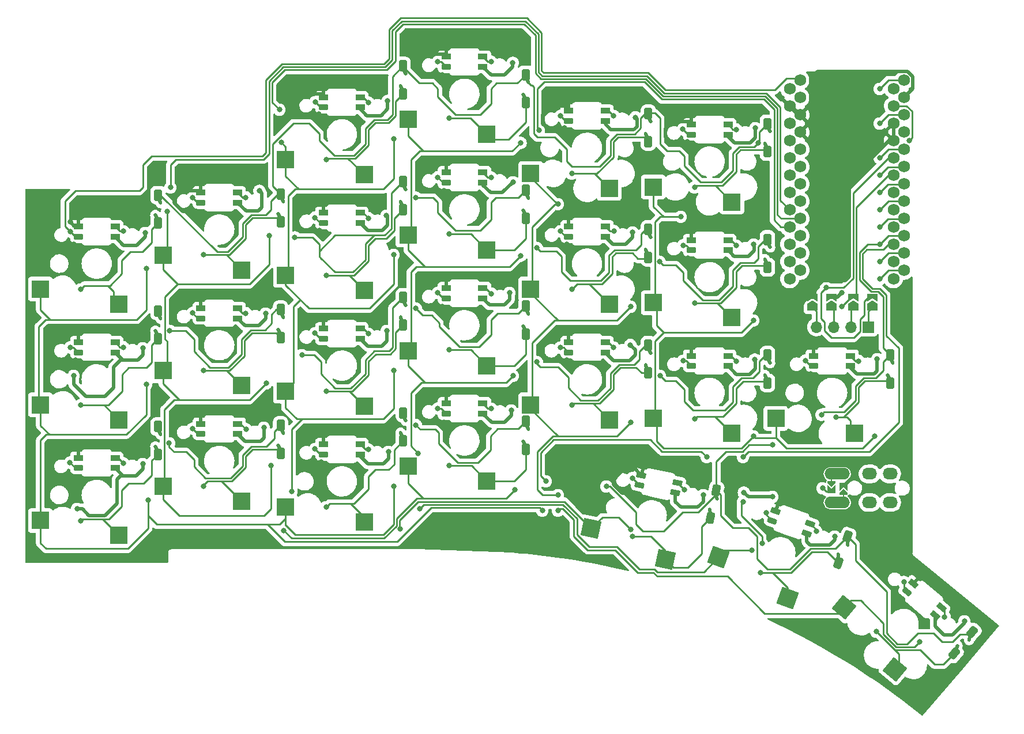
<source format=gbl>
G04 #@! TF.GenerationSoftware,KiCad,Pcbnew,6.0.11-3.fc36*
G04 #@! TF.CreationDate,2023-02-22T18:11:36-05:00*
G04 #@! TF.ProjectId,kb40,6b623430-2e6b-4696-9361-645f70636258,rev?*
G04 #@! TF.SameCoordinates,Original*
G04 #@! TF.FileFunction,Copper,L2,Bot*
G04 #@! TF.FilePolarity,Positive*
%FSLAX46Y46*%
G04 Gerber Fmt 4.6, Leading zero omitted, Abs format (unit mm)*
G04 Created by KiCad (PCBNEW 6.0.11-3.fc36) date 2023-02-22 18:11:36*
%MOMM*%
%LPD*%
G01*
G04 APERTURE LIST*
G04 Aperture macros list*
%AMRoundRect*
0 Rectangle with rounded corners*
0 $1 Rounding radius*
0 $2 $3 $4 $5 $6 $7 $8 $9 X,Y pos of 4 corners*
0 Add a 4 corners polygon primitive as box body*
4,1,4,$2,$3,$4,$5,$6,$7,$8,$9,$2,$3,0*
0 Add four circle primitives for the rounded corners*
1,1,$1+$1,$2,$3*
1,1,$1+$1,$4,$5*
1,1,$1+$1,$6,$7*
1,1,$1+$1,$8,$9*
0 Add four rect primitives between the rounded corners*
20,1,$1+$1,$2,$3,$4,$5,0*
20,1,$1+$1,$4,$5,$6,$7,0*
20,1,$1+$1,$6,$7,$8,$9,0*
20,1,$1+$1,$8,$9,$2,$3,0*%
%AMRotRect*
0 Rectangle, with rotation*
0 The origin of the aperture is its center*
0 $1 length*
0 $2 width*
0 $3 Rotation angle, in degrees counterclockwise*
0 Add horizontal line*
21,1,$1,$2,0,0,$3*%
%AMFreePoly0*
4,1,19,0.841058,0.618171,0.925801,0.569864,0.985607,0.492803,1.011371,0.398722,0.999171,0.301943,0.950865,0.217200,0.873803,0.157393,0.111802,-0.223607,0.017722,-0.249371,-0.079057,-0.237171,-0.163800,-0.188865,-0.223607,-0.111802,-0.249371,-0.017722,-0.237171,0.079057,-0.188865,0.163800,-0.111802,0.223607,0.650197,0.604607,0.744278,0.630372,0.841058,0.618171,0.841058,0.618171,
$1*%
%AMFreePoly1*
4,1,19,0.080057,0.237171,0.164801,0.188864,0.224608,0.111803,0.250371,0.017722,0.238172,-0.079057,0.189864,-0.163800,0.112803,-0.223607,-0.649197,-0.604607,-0.743278,-0.630371,-0.840057,-0.618171,-0.924800,-0.569864,-0.984607,-0.492803,-1.010371,-0.398722,-0.998171,-0.301943,-0.949864,-0.217200,-0.872803,-0.157393,-0.110803,0.223607,-0.016722,0.249371,0.080057,0.237171,0.080057,0.237171,
$1*%
%AMFreePoly2*
4,1,6,0.600000,0.200000,0.000000,-0.400000,-0.600000,0.200000,-0.600000,0.500000,0.600000,0.500000,0.600000,0.200000,0.600000,0.200000,$1*%
%AMFreePoly3*
4,1,5,0.125000,-0.500000,-0.125000,-0.500000,-0.125000,0.500000,0.125000,0.500000,0.125000,-0.500000,0.125000,-0.500000,$1*%
%AMFreePoly4*
4,1,6,0.600000,-0.250000,-0.600000,-0.250000,-0.600000,1.000000,0.000000,0.400000,0.600000,1.000000,0.600000,-0.250000,0.600000,-0.250000,$1*%
%AMFreePoly5*
4,1,6,1.000000,0.000000,0.500000,-0.750000,-0.500000,-0.750000,-0.500000,0.750000,0.500000,0.750000,1.000000,0.000000,1.000000,0.000000,$1*%
%AMFreePoly6*
4,1,6,0.500000,-0.750000,-0.650000,-0.750000,-0.150000,0.000000,-0.650000,0.750000,0.500000,0.750000,0.500000,-0.750000,0.500000,-0.750000,$1*%
G04 Aperture macros list end*
G04 #@! TA.AperFunction,SMDPad,CuDef*
%ADD10R,2.600000X2.600000*%
G04 #@! TD*
G04 #@! TA.AperFunction,SMDPad,CuDef*
%ADD11FreePoly0,230.000000*%
G04 #@! TD*
G04 #@! TA.AperFunction,SMDPad,CuDef*
%ADD12RoundRect,0.300000X0.124041X0.614544X-0.583668X-0.228871X-0.124041X-0.614544X0.583668X0.228871X0*%
G04 #@! TD*
G04 #@! TA.AperFunction,ComponentPad*
%ADD13C,0.500000*%
G04 #@! TD*
G04 #@! TA.AperFunction,SMDPad,CuDef*
%ADD14FreePoly1,230.000000*%
G04 #@! TD*
G04 #@! TA.AperFunction,SMDPad,CuDef*
%ADD15RoundRect,0.300000X-0.300000X0.550500X-0.300000X-0.550500X0.300000X-0.550500X0.300000X0.550500X0*%
G04 #@! TD*
G04 #@! TA.AperFunction,SMDPad,CuDef*
%ADD16FreePoly0,270.000000*%
G04 #@! TD*
G04 #@! TA.AperFunction,SMDPad,CuDef*
%ADD17FreePoly1,270.000000*%
G04 #@! TD*
G04 #@! TA.AperFunction,SMDPad,CuDef*
%ADD18R,1.400000X0.820000*%
G04 #@! TD*
G04 #@! TA.AperFunction,SMDPad,CuDef*
%ADD19RoundRect,0.205000X0.495000X0.205000X-0.495000X0.205000X-0.495000X-0.205000X0.495000X-0.205000X0*%
G04 #@! TD*
G04 #@! TA.AperFunction,SMDPad,CuDef*
%ADD20RotRect,2.600000X2.600000X340.000000*%
G04 #@! TD*
G04 #@! TA.AperFunction,SMDPad,CuDef*
%ADD21RoundRect,0.300000X-0.178989X0.600844X-0.407900X-0.476097X0.178989X-0.600844X0.407900X0.476097X0*%
G04 #@! TD*
G04 #@! TA.AperFunction,SMDPad,CuDef*
%ADD22FreePoly0,258.000000*%
G04 #@! TD*
G04 #@! TA.AperFunction,SMDPad,CuDef*
%ADD23FreePoly1,258.000000*%
G04 #@! TD*
G04 #@! TA.AperFunction,ComponentPad*
%ADD24R,1.700000X1.700000*%
G04 #@! TD*
G04 #@! TA.AperFunction,ComponentPad*
%ADD25O,1.700000X1.700000*%
G04 #@! TD*
G04 #@! TA.AperFunction,SMDPad,CuDef*
%ADD26RotRect,2.600000X2.600000X320.000000*%
G04 #@! TD*
G04 #@! TA.AperFunction,SMDPad,CuDef*
%ADD27RoundRect,0.300000X-0.093626X0.619907X-0.470190X-0.414695X0.093626X-0.619907X0.470190X0.414695X0*%
G04 #@! TD*
G04 #@! TA.AperFunction,SMDPad,CuDef*
%ADD28FreePoly0,250.000000*%
G04 #@! TD*
G04 #@! TA.AperFunction,SMDPad,CuDef*
%ADD29FreePoly1,250.000000*%
G04 #@! TD*
G04 #@! TA.AperFunction,SMDPad,CuDef*
%ADD30RotRect,2.600000X2.600000X348.000000*%
G04 #@! TD*
G04 #@! TA.AperFunction,SMDPad,CuDef*
%ADD31RotRect,1.400000X0.820000X140.000000*%
G04 #@! TD*
G04 #@! TA.AperFunction,SMDPad,CuDef*
%ADD32RoundRect,0.205000X0.510963X-0.161141X-0.247421X0.475219X-0.510963X0.161141X0.247421X-0.475219X0*%
G04 #@! TD*
G04 #@! TA.AperFunction,SMDPad,CuDef*
%ADD33RotRect,1.400000X0.820000X168.000000*%
G04 #@! TD*
G04 #@! TA.AperFunction,SMDPad,CuDef*
%ADD34RoundRect,0.205000X0.526805X0.097604X-0.441561X0.303437X-0.526805X-0.097604X0.441561X-0.303437X0*%
G04 #@! TD*
G04 #@! TA.AperFunction,ComponentPad*
%ADD35C,1.752600*%
G04 #@! TD*
G04 #@! TA.AperFunction,SMDPad,CuDef*
%ADD36FreePoly2,180.000000*%
G04 #@! TD*
G04 #@! TA.AperFunction,ComponentPad*
%ADD37O,3.700000X1.700000*%
G04 #@! TD*
G04 #@! TA.AperFunction,SMDPad,CuDef*
%ADD38FreePoly3,0.000000*%
G04 #@! TD*
G04 #@! TA.AperFunction,SMDPad,CuDef*
%ADD39FreePoly2,0.000000*%
G04 #@! TD*
G04 #@! TA.AperFunction,SMDPad,CuDef*
%ADD40FreePoly4,0.000000*%
G04 #@! TD*
G04 #@! TA.AperFunction,ComponentPad*
%ADD41O,2.200000X1.700000*%
G04 #@! TD*
G04 #@! TA.AperFunction,SMDPad,CuDef*
%ADD42FreePoly4,180.000000*%
G04 #@! TD*
G04 #@! TA.AperFunction,SMDPad,CuDef*
%ADD43RotRect,1.400000X0.820000X160.000000*%
G04 #@! TD*
G04 #@! TA.AperFunction,SMDPad,CuDef*
%ADD44RoundRect,0.205000X0.535262X0.023337X-0.395034X0.361937X-0.535262X-0.023337X0.395034X-0.361937X0*%
G04 #@! TD*
G04 #@! TA.AperFunction,SMDPad,CuDef*
%ADD45FreePoly5,90.000000*%
G04 #@! TD*
G04 #@! TA.AperFunction,SMDPad,CuDef*
%ADD46FreePoly6,90.000000*%
G04 #@! TD*
G04 #@! TA.AperFunction,ViaPad*
%ADD47C,0.800000*%
G04 #@! TD*
G04 #@! TA.AperFunction,Conductor*
%ADD48C,0.250000*%
G04 #@! TD*
G04 #@! TA.AperFunction,Conductor*
%ADD49C,0.500000*%
G04 #@! TD*
G04 APERTURE END LIST*
D10*
X148775000Y-67450000D03*
X137225000Y-65250000D03*
D11*
X201811242Y-132985261D03*
D12*
X202068357Y-132678843D03*
D13*
X201613301Y-133813889D03*
X199898912Y-134671557D03*
D14*
X199688758Y-135514739D03*
D12*
X199431643Y-135821157D03*
D15*
X136500000Y-101699000D03*
D16*
X136500000Y-102099000D03*
D13*
X136881000Y-102861000D03*
D17*
X136500000Y-105401000D03*
D15*
X136500000Y-105801000D03*
D13*
X136119000Y-104620000D03*
D10*
X166775000Y-86450000D03*
X155225000Y-84250000D03*
X112775000Y-65450000D03*
X101225000Y-63250000D03*
D18*
X94200000Y-68050000D03*
X88800000Y-68050000D03*
D19*
X88800000Y-69550000D03*
D18*
X94200000Y-69550000D03*
D10*
X94775000Y-113450000D03*
X83225000Y-111250000D03*
D18*
X148200000Y-56050000D03*
X142800000Y-56050000D03*
D19*
X142800000Y-57550000D03*
D18*
X148200000Y-57550000D03*
X94200000Y-85050000D03*
X88800000Y-85050000D03*
D19*
X88800000Y-86550000D03*
D18*
X94200000Y-86550000D03*
X148200000Y-73050000D03*
X142800000Y-73050000D03*
D19*
X142800000Y-74550000D03*
D18*
X148200000Y-74550000D03*
D20*
X174934979Y-127627842D03*
X164833974Y-121610186D03*
D15*
X82500000Y-68449000D03*
D13*
X82881000Y-69611000D03*
D16*
X82500000Y-68849000D03*
D15*
X82500000Y-72551000D03*
D13*
X82119000Y-71370000D03*
D17*
X82500000Y-72151000D03*
D10*
X112775000Y-116450000D03*
X101225000Y-114250000D03*
D15*
X118500000Y-66449000D03*
D16*
X118500000Y-66849000D03*
D13*
X118881000Y-67611000D03*
X118119000Y-69370000D03*
D17*
X118500000Y-70151000D03*
D15*
X118500000Y-70551000D03*
D13*
X172381000Y-76111000D03*
D15*
X172000000Y-74949000D03*
D16*
X172000000Y-75349000D03*
D15*
X172000000Y-79051000D03*
D13*
X171619000Y-77870000D03*
D17*
X172000000Y-78651000D03*
D18*
X112200000Y-54050000D03*
X106800000Y-54050000D03*
D19*
X106800000Y-55550000D03*
D18*
X112200000Y-55550000D03*
D21*
X164468373Y-111837552D03*
D13*
X164599454Y-113053374D03*
D22*
X164385208Y-112228811D03*
D21*
X163615519Y-115849914D03*
D13*
X163488389Y-114615507D03*
D23*
X163698684Y-115458655D03*
D18*
X130200000Y-65100000D03*
X124800000Y-65100000D03*
D19*
X124800000Y-66600000D03*
D18*
X130200000Y-66600000D03*
D10*
X94775000Y-79450000D03*
X83225000Y-77250000D03*
D18*
X130200000Y-48100000D03*
X124800000Y-48100000D03*
D19*
X124800000Y-49600000D03*
D18*
X130200000Y-49600000D03*
X76200000Y-107050000D03*
X70800000Y-107050000D03*
D19*
X70800000Y-108550000D03*
D18*
X76200000Y-108550000D03*
D10*
X148775000Y-101450000D03*
X137225000Y-99250000D03*
D24*
X186800000Y-87825000D03*
D25*
X184260000Y-87825000D03*
X181720000Y-87825000D03*
X179180000Y-87825000D03*
D16*
X154500000Y-56881500D03*
D15*
X154500000Y-56481500D03*
D13*
X154881000Y-57643500D03*
D17*
X154500000Y-60183500D03*
D13*
X154119000Y-59402500D03*
D15*
X154500000Y-60583500D03*
D10*
X112775000Y-82450000D03*
X101225000Y-80250000D03*
D15*
X100500000Y-85268000D03*
D13*
X100881000Y-86430000D03*
D16*
X100500000Y-85668000D03*
D13*
X100119000Y-88189000D03*
D15*
X100500000Y-89370000D03*
D17*
X100500000Y-88970000D03*
D10*
X130775000Y-110450000D03*
X119225000Y-108250000D03*
D18*
X112200000Y-88050000D03*
X106800000Y-88050000D03*
D19*
X106800000Y-89550000D03*
D18*
X112200000Y-89550000D03*
D10*
X130775000Y-93500000D03*
X119225000Y-91300000D03*
D15*
X154500000Y-90481500D03*
D16*
X154500000Y-90881500D03*
D13*
X154881000Y-91643500D03*
D17*
X154500000Y-94183500D03*
D13*
X154119000Y-93402500D03*
D15*
X154500000Y-94583500D03*
X82500000Y-85449000D03*
D13*
X82881000Y-86611000D03*
D16*
X82500000Y-85849000D03*
D15*
X82500000Y-89551000D03*
D13*
X82119000Y-88370000D03*
D17*
X82500000Y-89151000D03*
D18*
X148200000Y-90050000D03*
X142800000Y-90050000D03*
D19*
X142800000Y-91550000D03*
D18*
X148200000Y-91550000D03*
D13*
X136881000Y-68911000D03*
D16*
X136500000Y-68149000D03*
D15*
X136500000Y-67749000D03*
D13*
X136119000Y-70670000D03*
D15*
X136500000Y-71851000D03*
D17*
X136500000Y-71451000D03*
D18*
X184200000Y-92050000D03*
X178800000Y-92050000D03*
D19*
X178800000Y-93550000D03*
D18*
X184200000Y-93550000D03*
D15*
X118500000Y-49449000D03*
D13*
X118881000Y-50611000D03*
D16*
X118500000Y-49849000D03*
D17*
X118500000Y-53151000D03*
D15*
X118500000Y-53551000D03*
D13*
X118119000Y-52370000D03*
D16*
X118500000Y-83849000D03*
D13*
X118881000Y-84611000D03*
D15*
X118500000Y-83449000D03*
D13*
X118119000Y-86370000D03*
D17*
X118500000Y-87151000D03*
D15*
X118500000Y-87551000D03*
D16*
X118500000Y-100849000D03*
D13*
X118881000Y-101611000D03*
D15*
X118500000Y-100449000D03*
D17*
X118500000Y-104151000D03*
D15*
X118500000Y-104551000D03*
D13*
X118119000Y-103370000D03*
D26*
X190673074Y-138130556D03*
X183239394Y-129021061D03*
D27*
X183778447Y-118607492D03*
D28*
X183641639Y-118983369D03*
D13*
X183739043Y-119829725D03*
D27*
X182375481Y-122462112D03*
D13*
X182421384Y-121222025D03*
D29*
X182512289Y-122086235D03*
D10*
X76775000Y-118450000D03*
X65225000Y-116250000D03*
D13*
X136881000Y-85911000D03*
D16*
X136500000Y-85149000D03*
D15*
X136500000Y-84749000D03*
D13*
X136119000Y-87670000D03*
D17*
X136500000Y-88451000D03*
D15*
X136500000Y-88851000D03*
D18*
X166200000Y-92050000D03*
X160800000Y-92050000D03*
D19*
X160800000Y-93550000D03*
D18*
X166200000Y-93550000D03*
X112200000Y-105050000D03*
X106800000Y-105050000D03*
D19*
X106800000Y-106550000D03*
D18*
X112200000Y-106550000D03*
D10*
X130775000Y-76500000D03*
X119225000Y-74300000D03*
X76775000Y-84450000D03*
X65225000Y-82250000D03*
D16*
X172000000Y-58349000D03*
D13*
X172381000Y-59111000D03*
D15*
X172000000Y-57949000D03*
X172000000Y-62051000D03*
D13*
X171619000Y-60870000D03*
D17*
X172000000Y-61651000D03*
D10*
X148775000Y-84450000D03*
X137225000Y-82250000D03*
D30*
X156966359Y-122000889D03*
X146126160Y-117447584D03*
D18*
X112200000Y-71050000D03*
X106800000Y-71050000D03*
D19*
X106800000Y-72550000D03*
D18*
X112200000Y-72550000D03*
X130200000Y-99050000D03*
X124800000Y-99050000D03*
D19*
X124800000Y-100550000D03*
D18*
X130200000Y-100550000D03*
D10*
X166775000Y-69450000D03*
X155225000Y-67250000D03*
X112775000Y-99450000D03*
X101225000Y-97250000D03*
D31*
X197560379Y-129028046D03*
X193423739Y-125556993D03*
D32*
X192459557Y-126706060D03*
D31*
X196596197Y-130177113D03*
D18*
X76200000Y-90050000D03*
X70800000Y-90050000D03*
D19*
X70800000Y-91550000D03*
D18*
X76200000Y-91550000D03*
D33*
X158774117Y-110730457D03*
X153492120Y-109607734D03*
D34*
X153180253Y-111074955D03*
D33*
X158462250Y-112197678D03*
D15*
X190000000Y-91949000D03*
D16*
X190000000Y-92349000D03*
D13*
X190381000Y-93111000D03*
D17*
X190000000Y-95651000D03*
D13*
X189619000Y-94870000D03*
D15*
X190000000Y-96051000D03*
D35*
X176784000Y-51562000D03*
X190500000Y-52802000D03*
X176784000Y-54102000D03*
X190500000Y-55342000D03*
X176784000Y-56642000D03*
X190500000Y-57882000D03*
X190500000Y-60422000D03*
X176784000Y-59182000D03*
X176784000Y-61722000D03*
X190500000Y-62962000D03*
X176784000Y-64262000D03*
X190500000Y-65502000D03*
X176784000Y-66802000D03*
X190500000Y-68042000D03*
X190500000Y-70582000D03*
X176784000Y-69342000D03*
X190500000Y-73122000D03*
X176784000Y-71882000D03*
X176784000Y-74422000D03*
X190500000Y-75662000D03*
X190500000Y-78202000D03*
X176784000Y-76962000D03*
X176784000Y-79502000D03*
X190500000Y-80742000D03*
X192024000Y-79502000D03*
X175260000Y-80742000D03*
X175260000Y-78202000D03*
X192024000Y-76962000D03*
X192024000Y-74422000D03*
X175260000Y-75662000D03*
X175260000Y-73122000D03*
X192024000Y-71882000D03*
X175260000Y-70582000D03*
X192024000Y-69342000D03*
X192024000Y-66802000D03*
X175260000Y-68042000D03*
X192024000Y-64262000D03*
X175260000Y-65502000D03*
X192024000Y-61722000D03*
X175260000Y-62962000D03*
X192024000Y-59182000D03*
X175260000Y-60422000D03*
X192024000Y-56642000D03*
X175260000Y-57882000D03*
X175260000Y-55342000D03*
X192024000Y-54102000D03*
X175260000Y-52802000D03*
X192024000Y-51562000D03*
D10*
X130775000Y-59500000D03*
X119225000Y-57300000D03*
D18*
X166200000Y-75050000D03*
X160800000Y-75050000D03*
D19*
X160800000Y-76550000D03*
D18*
X166200000Y-76550000D03*
D36*
X183134000Y-112014000D03*
D37*
X182244000Y-109406000D03*
X182244000Y-113606000D03*
D38*
X181356000Y-110490000D03*
X183134000Y-112522000D03*
D39*
X181356000Y-110998000D03*
D40*
X181356000Y-112014000D03*
D41*
X189994000Y-109406000D03*
X189994000Y-113606000D03*
X186994000Y-109406000D03*
X186994000Y-113606000D03*
D42*
X183134000Y-110998000D03*
D13*
X100881000Y-69430000D03*
D16*
X100500000Y-68668000D03*
D15*
X100500000Y-68268000D03*
X100500000Y-72370000D03*
D13*
X100119000Y-71189000D03*
D17*
X100500000Y-71970000D03*
D10*
X76775000Y-101450000D03*
X65225000Y-99250000D03*
D16*
X82500000Y-102849000D03*
D13*
X82881000Y-103611000D03*
D15*
X82500000Y-102449000D03*
D13*
X82119000Y-105370000D03*
D17*
X82500000Y-106151000D03*
D15*
X82500000Y-106551000D03*
D18*
X76200000Y-73050000D03*
X70800000Y-73050000D03*
D19*
X70800000Y-74550000D03*
D18*
X76200000Y-74550000D03*
D10*
X94775000Y-96450000D03*
X83225000Y-94250000D03*
D18*
X130200000Y-82100000D03*
X124800000Y-82100000D03*
D19*
X124800000Y-83600000D03*
D18*
X130200000Y-83600000D03*
X94200000Y-102050000D03*
X88800000Y-102050000D03*
D19*
X88800000Y-103550000D03*
D18*
X94200000Y-103550000D03*
D13*
X154881000Y-74643500D03*
D16*
X154500000Y-73881500D03*
D15*
X154500000Y-73481500D03*
D13*
X154119000Y-76402500D03*
D15*
X154500000Y-77583500D03*
D17*
X154500000Y-77183500D03*
D18*
X166200000Y-58050000D03*
X160800000Y-58050000D03*
D19*
X160800000Y-59550000D03*
D18*
X166200000Y-59550000D03*
D13*
X100881000Y-103430000D03*
D16*
X100500000Y-102668000D03*
D15*
X100500000Y-102268000D03*
X100500000Y-106370000D03*
D13*
X100119000Y-105189000D03*
D17*
X100500000Y-105970000D03*
D43*
X178293685Y-116718685D03*
X173219345Y-114871776D03*
D44*
X172706315Y-116281315D03*
D43*
X177780655Y-118128224D03*
D13*
X136881000Y-51911000D03*
D15*
X136500000Y-50749000D03*
D16*
X136500000Y-51149000D03*
D17*
X136500000Y-54451000D03*
D13*
X136119000Y-53670000D03*
D15*
X136500000Y-54851000D03*
D10*
X166775000Y-103450000D03*
X155225000Y-101250000D03*
D13*
X172381000Y-93111000D03*
D15*
X172000000Y-91949000D03*
D16*
X172000000Y-92349000D03*
D17*
X172000000Y-95651000D03*
D15*
X172000000Y-96051000D03*
D13*
X171619000Y-94870000D03*
D10*
X184775000Y-103450000D03*
X173225000Y-101250000D03*
D45*
X184600000Y-84925000D03*
D46*
X184600000Y-83475000D03*
D45*
X187400000Y-84925000D03*
D46*
X187400000Y-83475000D03*
D45*
X178600000Y-84925000D03*
D46*
X178600000Y-83475000D03*
D45*
X181400000Y-84925000D03*
D46*
X181400000Y-83475000D03*
D47*
X180594000Y-82042000D03*
X182880000Y-84836000D03*
X188468000Y-62992000D03*
X170641352Y-60746852D03*
X71120000Y-82296000D03*
X89154000Y-77216000D03*
X107188000Y-63246000D03*
X125222000Y-57150000D03*
X143256000Y-65278000D03*
X161290000Y-67310000D03*
X138138500Y-76200000D03*
X120377603Y-68815603D03*
X84226310Y-88392000D03*
X188468000Y-68072000D03*
X102597250Y-74657250D03*
X156172500Y-78232000D03*
X71120000Y-99314000D03*
X89154000Y-94234000D03*
X107188000Y-80264000D03*
X125222000Y-74168000D03*
X143256000Y-82296000D03*
X161290000Y-84328000D03*
X103632000Y-91948000D03*
X156210000Y-94996000D03*
X84149500Y-104902000D03*
X120358500Y-85090500D03*
X138138500Y-92964000D03*
X71120000Y-116332000D03*
X89154000Y-111252000D03*
X107188000Y-97282000D03*
X125222000Y-91186000D03*
X143256000Y-99314000D03*
X161290000Y-101346000D03*
X179922419Y-100727983D03*
X120358500Y-102226500D03*
X172720000Y-105156000D03*
X148336000Y-111252000D03*
X188468000Y-75692000D03*
X107188000Y-114300000D03*
X125222000Y-108204000D03*
X152146000Y-118618000D03*
X170942000Y-123952000D03*
X187960000Y-132588000D03*
X182069062Y-101054500D03*
X191008000Y-127254000D03*
X70358000Y-92710000D03*
X184912000Y-109728000D03*
X178308000Y-94742000D03*
X106139578Y-56542310D03*
X124460000Y-67818000D03*
X177038000Y-84328000D03*
X124460000Y-101854000D03*
X171704000Y-117348000D03*
X160274000Y-94996000D03*
X88392000Y-104902000D03*
X152400000Y-112268000D03*
X88392000Y-87884000D03*
X160248840Y-60557538D03*
X106172000Y-73660000D03*
X142494000Y-75692000D03*
X160274000Y-77724000D03*
X106426000Y-107696000D03*
X142494000Y-92710000D03*
X70358000Y-109982000D03*
X69596000Y-72390000D03*
X124206000Y-84836000D03*
X106426000Y-90932000D03*
X149381885Y-110265885D03*
X142226738Y-58555685D03*
X88138000Y-70866000D03*
X124206000Y-50800000D03*
X70104000Y-75692000D03*
X77425907Y-73747791D03*
X87590456Y-68775858D03*
X69592321Y-73778849D03*
X105590456Y-54775858D03*
X95403960Y-68784696D03*
X113409544Y-54824142D03*
X123601212Y-48842585D03*
X141590456Y-56775858D03*
X131400167Y-48840508D03*
X159587511Y-58771057D03*
X149409544Y-56824142D03*
X167403960Y-58784696D03*
X69595057Y-90816837D03*
X77402789Y-90786504D03*
X87575735Y-85750772D03*
X95394556Y-85801153D03*
X105571561Y-71743114D03*
X113412564Y-71829066D03*
X123578665Y-65805993D03*
X141580506Y-73759212D03*
X131400283Y-65840331D03*
X159594605Y-75817544D03*
X149448230Y-73702580D03*
X69571583Y-107743156D03*
X167427916Y-75855910D03*
X87578210Y-102755190D03*
X77427010Y-107854233D03*
X105571561Y-88743114D03*
X95419578Y-102840934D03*
X123576977Y-82803000D03*
X113409854Y-88824642D03*
X131428456Y-82906916D03*
X141578097Y-90845011D03*
X149425655Y-90851750D03*
X159604959Y-92798136D03*
X167416352Y-92835397D03*
X105571561Y-105743114D03*
X113407021Y-105820108D03*
X123600414Y-99791384D03*
X152146569Y-110030811D03*
X131406208Y-99818822D03*
X159799566Y-111748545D03*
X171839841Y-115163476D03*
X192037195Y-125298230D03*
X179165783Y-117861131D03*
X168402000Y-113538000D03*
X177574494Y-92748523D03*
X171196000Y-119634000D03*
X197987702Y-130409189D03*
X139446000Y-110490000D03*
X138938000Y-114808000D03*
X117094000Y-111252000D03*
X80772000Y-79248000D03*
X81026000Y-113284000D03*
X163068000Y-106934000D03*
X80772000Y-96266000D03*
X168402000Y-106934000D03*
X99060000Y-108204000D03*
X98806000Y-74422000D03*
X98380500Y-96094500D03*
X100965000Y-117729000D03*
X84328000Y-67310000D03*
X83820000Y-70866000D03*
X188468000Y-70612000D03*
X134874000Y-111760000D03*
X102108000Y-112014000D03*
X117094000Y-94234000D03*
X118080079Y-117513756D03*
X100588299Y-60710299D03*
X151892000Y-117602000D03*
X117094000Y-77216000D03*
X117094000Y-60198000D03*
X100330000Y-55880000D03*
X120664107Y-106366861D03*
X134620000Y-94996000D03*
X188468000Y-73152000D03*
X135750000Y-60750000D03*
X169672000Y-120650000D03*
X120904000Y-114554000D03*
X138430000Y-58928000D03*
X135763000Y-77343000D03*
X141224000Y-69762500D03*
X141224000Y-112522000D03*
X141224000Y-114808000D03*
X151892000Y-101854000D03*
X194310000Y-134112000D03*
X151892000Y-84836000D03*
X188468000Y-65532000D03*
X187706000Y-103886000D03*
X159258000Y-71628000D03*
X169926000Y-103886000D03*
X169926000Y-86868000D03*
X192786000Y-60452000D03*
X188468000Y-52832000D03*
X188468000Y-57912000D03*
X188468000Y-78232000D03*
X188468000Y-80772000D03*
X185405767Y-92818128D03*
X80264000Y-107950000D03*
X134615701Y-66543701D03*
X182949628Y-82766500D03*
X169959883Y-75694661D03*
X152183500Y-73914000D03*
X80264000Y-90932000D03*
X134366000Y-100076000D03*
X151856996Y-90459004D03*
X97400000Y-67800000D03*
X116025500Y-71469479D03*
X181864000Y-118618000D03*
X116200000Y-54600000D03*
X116332000Y-106172000D03*
X152600000Y-57000000D03*
X162560000Y-112522000D03*
X200914000Y-131064000D03*
X170200000Y-58600000D03*
X98044000Y-102616000D03*
X98298000Y-85852000D03*
X172720000Y-112776000D03*
X134112000Y-82804000D03*
X170124555Y-92589942D03*
X80600000Y-74000000D03*
X70104000Y-94996000D03*
X70612000Y-114554000D03*
X168529000Y-112141000D03*
X116078000Y-88392000D03*
X134600000Y-49000000D03*
X188117704Y-92543698D03*
X180086000Y-111506000D03*
D48*
X180594000Y-82042000D02*
X179832000Y-82804000D01*
X179832000Y-82804000D02*
X179832000Y-86614000D01*
X181356000Y-89408000D02*
X184658000Y-89408000D01*
X179832000Y-86614000D02*
X180355000Y-87137000D01*
X180355000Y-87137000D02*
X180355000Y-88407000D01*
X180355000Y-88407000D02*
X181356000Y-89408000D01*
X184658000Y-89408000D02*
X185625000Y-88441000D01*
X185625000Y-88441000D02*
X185625000Y-86663000D01*
X185625000Y-86663000D02*
X186182000Y-86106000D01*
X186182000Y-86106000D02*
X186182000Y-84074000D01*
X186182000Y-84074000D02*
X186781000Y-83475000D01*
X186781000Y-83475000D02*
X187400000Y-83475000D01*
X184600000Y-80627172D02*
X184600000Y-68130000D01*
X180594000Y-82042000D02*
X183185172Y-82042000D01*
X183185172Y-82042000D02*
X184600000Y-80627172D01*
X184600000Y-68130000D02*
X189768000Y-62962000D01*
X189768000Y-62962000D02*
X190500000Y-62962000D01*
D49*
X182949628Y-82766500D02*
X182241128Y-83475000D01*
X182241128Y-83475000D02*
X181400000Y-83475000D01*
D48*
X182880000Y-84836000D02*
X184241000Y-83475000D01*
X184241000Y-83475000D02*
X184600000Y-83475000D01*
D49*
X178600000Y-83475000D02*
X178600000Y-82512000D01*
X178600000Y-82512000D02*
X180086000Y-81026000D01*
X180086000Y-81026000D02*
X183388000Y-81026000D01*
X183388000Y-81026000D02*
X184025000Y-80389000D01*
X184025000Y-80389000D02*
X184025000Y-66232918D01*
X184025000Y-66232918D02*
X189835918Y-60422000D01*
X189835918Y-60422000D02*
X190500000Y-60422000D01*
D48*
X190500000Y-65502000D02*
X189768000Y-65502000D01*
X189768000Y-65502000D02*
X185050000Y-70220000D01*
X185050000Y-70220000D02*
X185050000Y-83025000D01*
X185050000Y-83025000D02*
X184600000Y-83475000D01*
X137414000Y-52324000D02*
X137668000Y-52578000D01*
X122800000Y-52000000D02*
X123600000Y-52800000D01*
X156210000Y-57150000D02*
X155448000Y-56388000D01*
X155448000Y-56388000D02*
X154593500Y-56388000D01*
X148950000Y-62663604D02*
X148950000Y-60450000D01*
X123600000Y-52800000D02*
X123600000Y-54000000D01*
X156210000Y-60960000D02*
X156210000Y-57150000D01*
X123600000Y-54000000D02*
X126200000Y-56600000D01*
X94950000Y-74593604D02*
X94950000Y-72613604D01*
X102362000Y-57912000D02*
X104712000Y-57912000D01*
X170038204Y-61350000D02*
X167850000Y-61350000D01*
X112950000Y-60922104D02*
X112950000Y-58613604D01*
X149906000Y-59494000D02*
X152497000Y-59494000D01*
X112950000Y-58613604D02*
X114213604Y-57350000D01*
X153400000Y-57166000D02*
X154084500Y-56481500D01*
X137668000Y-52578000D02*
X137668000Y-59436000D01*
X157226000Y-61976000D02*
X156210000Y-60960000D01*
X167850000Y-61350000D02*
X166936000Y-62264000D01*
X152497000Y-59494000D02*
X153400000Y-58591000D01*
X170800000Y-60588204D02*
X170800000Y-59149000D01*
X137294000Y-52324000D02*
X137414000Y-52324000D01*
X118500000Y-49449000D02*
X118500000Y-49610000D01*
X138176000Y-59944000D02*
X140716000Y-59944000D01*
X129800000Y-56600000D02*
X131400000Y-55000000D01*
X116213604Y-57350000D02*
X116950000Y-56613604D01*
X99314000Y-60960000D02*
X102362000Y-57912000D01*
X170800000Y-59149000D02*
X172000000Y-57949000D01*
X92777604Y-76766000D02*
X94950000Y-74593604D01*
X104712000Y-57912000D02*
X106200000Y-59400000D01*
X106200000Y-59400000D02*
X106200000Y-60400000D01*
X159004000Y-61976000D02*
X157226000Y-61976000D01*
X94950000Y-72613604D02*
X96213604Y-71350000D01*
X166936000Y-64837604D02*
X165223604Y-66550000D01*
X166936000Y-62264000D02*
X166936000Y-64837604D01*
X148950000Y-60450000D02*
X149906000Y-59494000D01*
X189738000Y-61722000D02*
X188468000Y-62992000D01*
X108400000Y-62600000D02*
X111272104Y-62600000D01*
X153400000Y-58591000D02*
X153400000Y-57166000D01*
X154593500Y-56388000D02*
X154500000Y-56481500D01*
X147351604Y-64262000D02*
X148950000Y-62663604D01*
X162150000Y-66550000D02*
X159766000Y-64166000D01*
X165223604Y-66550000D02*
X162150000Y-66550000D01*
X114213604Y-57350000D02*
X116213604Y-57350000D01*
X99060000Y-69342000D02*
X100134000Y-68268000D01*
X100500000Y-68268000D02*
X99314000Y-67082000D01*
X120890000Y-52000000D02*
X122800000Y-52000000D01*
X106200000Y-60400000D02*
X108400000Y-62600000D01*
X170641352Y-60746852D02*
X170038204Y-61350000D01*
X159766000Y-64166000D02*
X159766000Y-62738000D01*
X172277204Y-59111000D02*
X172381000Y-59111000D01*
X100134000Y-68268000D02*
X100500000Y-68268000D01*
X143265305Y-64262000D02*
X147351604Y-64262000D01*
X82500000Y-68449000D02*
X82875828Y-68449000D01*
X137668000Y-59436000D02*
X138176000Y-59944000D01*
X142494000Y-61722000D02*
X142494000Y-63490695D01*
X116950000Y-50999000D02*
X118500000Y-49449000D01*
X91192828Y-76766000D02*
X92777604Y-76766000D01*
X154084500Y-56481500D02*
X154500000Y-56481500D01*
X142494000Y-63490695D02*
X143265305Y-64262000D01*
X135249000Y-52000000D02*
X136500000Y-50749000D01*
X99060000Y-70612000D02*
X99060000Y-69342000D01*
X136881000Y-51911000D02*
X137294000Y-52324000D01*
X159766000Y-62738000D02*
X159004000Y-61976000D01*
X170641352Y-60746852D02*
X170800000Y-60588204D01*
X98322000Y-71350000D02*
X99060000Y-70612000D01*
X96213604Y-71350000D02*
X98322000Y-71350000D01*
X140716000Y-59944000D02*
X142494000Y-61722000D01*
X192024000Y-61722000D02*
X189738000Y-61722000D01*
X131400000Y-52800000D02*
X132200000Y-52000000D01*
X132200000Y-52000000D02*
X135249000Y-52000000D01*
X126200000Y-56600000D02*
X129800000Y-56600000D01*
X131400000Y-55000000D02*
X131400000Y-52800000D01*
X116950000Y-56613604D02*
X116950000Y-50999000D01*
X99314000Y-67082000D02*
X99314000Y-60960000D01*
X111272104Y-62600000D02*
X112950000Y-60922104D01*
X82875828Y-68449000D02*
X91192828Y-76766000D01*
X118500000Y-49610000D02*
X120890000Y-52000000D01*
X80200000Y-76800000D02*
X81600000Y-75400000D01*
X71120000Y-82296000D02*
X71666000Y-81750000D01*
X76000000Y-83675000D02*
X76775000Y-84450000D01*
X75073000Y-81750000D02*
X75450000Y-81750000D01*
X75111500Y-81750000D02*
X76000000Y-82638500D01*
X77200000Y-78000000D02*
X78400000Y-76800000D01*
X75073000Y-81750000D02*
X75111500Y-81750000D01*
X77200000Y-80000000D02*
X77200000Y-78000000D01*
X75450000Y-81750000D02*
X77200000Y-80000000D01*
X71666000Y-81750000D02*
X75073000Y-81750000D01*
X81600000Y-75400000D02*
X81600000Y-73451000D01*
X78400000Y-76800000D02*
X80200000Y-76800000D01*
X81600000Y-73451000D02*
X82500000Y-72551000D01*
X76000000Y-82638500D02*
X76000000Y-83675000D01*
X95400000Y-72800000D02*
X95400000Y-74780000D01*
X92541000Y-77216000D02*
X94775000Y-79450000D01*
X96400000Y-71800000D02*
X95400000Y-72800000D01*
X99930000Y-71800000D02*
X96400000Y-71800000D01*
X92964000Y-77216000D02*
X92456000Y-77216000D01*
X100500000Y-72370000D02*
X99930000Y-71800000D01*
X95400000Y-74780000D02*
X92964000Y-77216000D01*
X89154000Y-77216000D02*
X92456000Y-77216000D01*
X92456000Y-77216000D02*
X92541000Y-77216000D01*
X117400000Y-54651000D02*
X118500000Y-53551000D01*
X116400000Y-57800000D02*
X117400000Y-56800000D01*
X117400000Y-56800000D02*
X117400000Y-54651000D01*
X110375000Y-63050000D02*
X112775000Y-65450000D01*
X111458500Y-63050000D02*
X113400000Y-61108500D01*
X113400000Y-61108500D02*
X113400000Y-58800000D01*
X107384000Y-63050000D02*
X110375000Y-63050000D01*
X110375000Y-63050000D02*
X111458500Y-63050000D01*
X107188000Y-63246000D02*
X107384000Y-63050000D01*
X114400000Y-57800000D02*
X116400000Y-57800000D01*
X113400000Y-58800000D02*
X114400000Y-57800000D01*
X128425000Y-57150000D02*
X130775000Y-59500000D01*
X134000000Y-60250000D02*
X131525000Y-60250000D01*
X131525000Y-60250000D02*
X130775000Y-59500000D01*
X136500000Y-57750000D02*
X134000000Y-60250000D01*
X125222000Y-57150000D02*
X128425000Y-57150000D01*
X136500000Y-54851000D02*
X136500000Y-57750000D01*
X146603000Y-65278000D02*
X148775000Y-67450000D01*
X153860500Y-59944000D02*
X150092396Y-59944000D01*
X143256000Y-65278000D02*
X146603000Y-65278000D01*
X146972000Y-65278000D02*
X146603000Y-65278000D01*
X149400000Y-62850000D02*
X146972000Y-65278000D01*
X150092396Y-59944000D02*
X149400000Y-60636396D01*
X154500000Y-60583500D02*
X153860500Y-59944000D01*
X149400000Y-60636396D02*
X149400000Y-62850000D01*
X167386000Y-65024000D02*
X167386000Y-62450396D01*
X161600000Y-67000000D02*
X164325000Y-67000000D01*
X161290000Y-67310000D02*
X161600000Y-67000000D01*
X164325000Y-67000000D02*
X165410000Y-67000000D01*
X168036396Y-61800000D02*
X171749000Y-61800000D01*
X164325000Y-67000000D02*
X164635000Y-67310000D01*
X165410000Y-67000000D02*
X167386000Y-65024000D01*
X171749000Y-61800000D02*
X172000000Y-62051000D01*
X167386000Y-62450396D02*
X168036396Y-61800000D01*
X164635000Y-67310000D02*
X166775000Y-69450000D01*
X135449000Y-68800000D02*
X136500000Y-67749000D01*
X156172500Y-78232000D02*
X156680500Y-78740000D01*
X99200000Y-87300000D02*
X99200000Y-85966000D01*
X131400000Y-69514000D02*
X132114000Y-68800000D01*
X94750000Y-89613604D02*
X96113604Y-88250000D01*
X116750000Y-73413604D02*
X116750000Y-68162000D01*
X138646500Y-76708000D02*
X140970000Y-76708000D01*
X192024000Y-66802000D02*
X191985300Y-66840700D01*
X99898000Y-85268000D02*
X100500000Y-85268000D01*
X148750000Y-77310000D02*
X149548000Y-76512000D01*
X148750000Y-79813604D02*
X148750000Y-77310000D01*
X108458000Y-79756000D02*
X111123604Y-79756000D01*
X87800000Y-91400000D02*
X90150000Y-93750000D01*
X112950000Y-75613604D02*
X114213604Y-74350000D01*
X158540000Y-78740000D02*
X159600000Y-79800000D01*
X87800000Y-89600000D02*
X87800000Y-91400000D01*
X149548000Y-76512000D02*
X152688000Y-76512000D01*
X159600000Y-79800000D02*
X159600000Y-81000000D01*
X90150000Y-93750000D02*
X92863604Y-93750000D01*
X166950000Y-81841604D02*
X166950000Y-79450000D01*
X171685000Y-74949000D02*
X172000000Y-74949000D01*
X123600000Y-69498000D02*
X123600000Y-71000000D01*
X111123604Y-79756000D02*
X112950000Y-77929604D01*
X156680500Y-78740000D02*
X158540000Y-78740000D01*
X84226310Y-88392000D02*
X86592000Y-88392000D01*
X122917603Y-68815603D02*
X123600000Y-69498000D01*
X106299000Y-77597000D02*
X108458000Y-79756000D01*
X118463000Y-66449000D02*
X118500000Y-66449000D01*
X170062000Y-78350000D02*
X170600000Y-77812000D01*
X140970000Y-76708000D02*
X141732000Y-77470000D01*
X116750000Y-68162000D02*
X118463000Y-66449000D01*
X131400000Y-72000000D02*
X131400000Y-69514000D01*
X141732000Y-77470000D02*
X141732000Y-79756000D01*
X164913604Y-83878000D02*
X166950000Y-81841604D01*
X114213604Y-74350000D02*
X115813604Y-74350000D01*
X129800000Y-73600000D02*
X131400000Y-72000000D01*
X168050000Y-78350000D02*
X170062000Y-78350000D01*
X106172000Y-75692000D02*
X106172000Y-77470000D01*
X102616000Y-74676000D02*
X105156000Y-74676000D01*
X170600000Y-76034000D02*
X171685000Y-74949000D01*
X132114000Y-68800000D02*
X135449000Y-68800000D01*
X98250000Y-88250000D02*
X99200000Y-87300000D01*
X152688000Y-76512000D02*
X153416000Y-75784000D01*
X96113604Y-88250000D02*
X98250000Y-88250000D01*
X86592000Y-88392000D02*
X87800000Y-89600000D01*
X143002000Y-81026000D02*
X147537604Y-81026000D01*
X170600000Y-77812000D02*
X170600000Y-76034000D01*
X102597250Y-74657250D02*
X102616000Y-74676000D01*
X147537604Y-81026000D02*
X148750000Y-79813604D01*
X126200000Y-73600000D02*
X129800000Y-73600000D01*
X159600000Y-81000000D02*
X162478000Y-83878000D01*
X120377603Y-68815603D02*
X122917603Y-68815603D01*
X94750000Y-91863604D02*
X94750000Y-89613604D01*
X108530000Y-74350000D02*
X115813604Y-74350000D01*
X153416000Y-74168000D02*
X154102500Y-73481500D01*
X106172000Y-76708000D02*
X108530000Y-74350000D01*
X162478000Y-83878000D02*
X164913604Y-83878000D01*
X105156000Y-74676000D02*
X106172000Y-75692000D01*
X191985300Y-66840700D02*
X189699300Y-66840700D01*
X141732000Y-79756000D02*
X143002000Y-81026000D01*
X115813604Y-74350000D02*
X116750000Y-73413604D01*
X112950000Y-77929604D02*
X112950000Y-75613604D01*
X106172000Y-77470000D02*
X106172000Y-76708000D01*
X138138500Y-76200000D02*
X138646500Y-76708000D01*
X99200000Y-85966000D02*
X99898000Y-85268000D01*
X154102500Y-73481500D02*
X154500000Y-73481500D01*
X92863604Y-93750000D02*
X94750000Y-91863604D01*
X106172000Y-77470000D02*
X106299000Y-77597000D01*
X153416000Y-75784000D02*
X153416000Y-74168000D01*
X166950000Y-79450000D02*
X168050000Y-78350000D01*
X189699300Y-66840700D02*
X188468000Y-68072000D01*
X123600000Y-71000000D02*
X126200000Y-73600000D01*
X81600000Y-90451000D02*
X81600000Y-93000000D01*
X78200000Y-93800000D02*
X77216000Y-94784000D01*
X77216000Y-97285000D02*
X75187000Y-99314000D01*
X80800000Y-93800000D02*
X78200000Y-93800000D01*
X74639000Y-99314000D02*
X76775000Y-101450000D01*
X77216000Y-94784000D02*
X77216000Y-97285000D01*
X75187000Y-99314000D02*
X74639000Y-99314000D01*
X82500000Y-89551000D02*
X81600000Y-90451000D01*
X71120000Y-99314000D02*
X74639000Y-99314000D01*
X81600000Y-93000000D02*
X80800000Y-93800000D01*
X96300000Y-88700000D02*
X99830000Y-88700000D01*
X92559000Y-94234000D02*
X94775000Y-96450000D01*
X92575000Y-94250000D02*
X93000000Y-94250000D01*
X89154000Y-94234000D02*
X92559000Y-94234000D01*
X95200000Y-92050000D02*
X95200000Y-89800000D01*
X93000000Y-94250000D02*
X95200000Y-92050000D01*
X99830000Y-88700000D02*
X100500000Y-89370000D01*
X92559000Y-94234000D02*
X92575000Y-94250000D01*
X95200000Y-89800000D02*
X96300000Y-88700000D01*
X107188000Y-80264000D02*
X110589000Y-80264000D01*
X110589000Y-80264000D02*
X111252000Y-80264000D01*
X113400000Y-75800000D02*
X114400000Y-74800000D01*
X113400000Y-78116000D02*
X113400000Y-75800000D01*
X116000000Y-74800000D02*
X117200000Y-73600000D01*
X117200000Y-73600000D02*
X117200000Y-71851000D01*
X114400000Y-74800000D02*
X116000000Y-74800000D01*
X110589000Y-80264000D02*
X112775000Y-82450000D01*
X117200000Y-71851000D02*
X118500000Y-70551000D01*
X111252000Y-80264000D02*
X113400000Y-78116000D01*
X125222000Y-74168000D02*
X128443000Y-74168000D01*
X130775000Y-76500000D02*
X134828000Y-76500000D01*
X128443000Y-74168000D02*
X130775000Y-76500000D01*
X136500000Y-74828000D02*
X136500000Y-71851000D01*
X134828000Y-76500000D02*
X136500000Y-74828000D01*
X154283500Y-77800000D02*
X152984000Y-77800000D01*
X152984000Y-77800000D02*
X152146000Y-76962000D01*
X147724000Y-81476000D02*
X145801000Y-81476000D01*
X144076000Y-81476000D02*
X145801000Y-81476000D01*
X149200000Y-80000000D02*
X147724000Y-81476000D01*
X152146000Y-76962000D02*
X149734396Y-76962000D01*
X154500000Y-77583500D02*
X154283500Y-77800000D01*
X149200000Y-77496396D02*
X149200000Y-80000000D01*
X149734396Y-76962000D02*
X149200000Y-77496396D01*
X145801000Y-81476000D02*
X146621000Y-82296000D01*
X143256000Y-82296000D02*
X144076000Y-81476000D01*
X146621000Y-82296000D02*
X148775000Y-84450000D01*
X161290000Y-84328000D02*
X164653000Y-84328000D01*
X167400000Y-79636396D02*
X168236396Y-78800000D01*
X171749000Y-78800000D02*
X172000000Y-79051000D01*
X164653000Y-84328000D02*
X166775000Y-86450000D01*
X168236396Y-78800000D02*
X171749000Y-78800000D01*
X167400000Y-82028000D02*
X167400000Y-79636396D01*
X164653000Y-84328000D02*
X165100000Y-84328000D01*
X165100000Y-84328000D02*
X167400000Y-82028000D01*
X170800000Y-92852000D02*
X171703000Y-91949000D01*
X123800000Y-87732000D02*
X126804000Y-90736000D01*
X110811604Y-96832000D02*
X112950000Y-94693604D01*
X121374000Y-86106000D02*
X122682000Y-86106000D01*
X116950000Y-90813604D02*
X116950000Y-84999000D01*
X106426000Y-92964000D02*
X106426000Y-94742000D01*
X150213604Y-93350000D02*
X152450000Y-93350000D01*
X153162000Y-91440000D02*
X154120500Y-90481500D01*
X142748000Y-96774000D02*
X144584000Y-98610000D01*
X106426000Y-94742000D02*
X108516000Y-96832000D01*
X170800000Y-94400000D02*
X170800000Y-92852000D01*
X161036000Y-100076000D02*
X165733604Y-100076000D01*
X89476000Y-110050000D02*
X93150000Y-110050000D01*
X98450000Y-105350000D02*
X99600000Y-104200000D01*
X96213604Y-105350000D02*
X98450000Y-105350000D01*
X114290104Y-91350000D02*
X116413604Y-91350000D01*
X116413604Y-91350000D02*
X116950000Y-90813604D01*
X84149500Y-105485500D02*
X84836000Y-106172000D01*
X138138500Y-92964000D02*
X138138500Y-93199250D01*
X138138500Y-93199250D02*
X138665250Y-93726000D01*
X135434000Y-85800000D02*
X136485000Y-84749000D01*
X120358500Y-85090500D02*
X121374000Y-86106000D01*
X112950000Y-92690104D02*
X114290104Y-91350000D01*
X156972000Y-95758000D02*
X158496000Y-95758000D01*
X131400000Y-89000000D02*
X131400000Y-86800000D01*
X158496000Y-95758000D02*
X159766000Y-97028000D01*
X156210000Y-94996000D02*
X156972000Y-95758000D01*
X103632000Y-91948000D02*
X105410000Y-91948000D01*
X112950000Y-94693604D02*
X112950000Y-92690104D01*
X108516000Y-96832000D02*
X110811604Y-96832000D01*
X166950000Y-96613604D02*
X168213604Y-95350000D01*
X169850000Y-95350000D02*
X170800000Y-94400000D01*
X147133604Y-98610000D02*
X148950000Y-96793604D01*
X99600000Y-103168000D02*
X100500000Y-102268000D01*
X131400000Y-86800000D02*
X132400000Y-85800000D01*
X123800000Y-87224000D02*
X123800000Y-87732000D01*
X138665250Y-93726000D02*
X141224000Y-93726000D01*
X165733604Y-100076000D02*
X166950000Y-98859604D01*
X166950000Y-98859604D02*
X166950000Y-96613604D01*
X148950000Y-94613604D02*
X150213604Y-93350000D01*
X144584000Y-98610000D02*
X147133604Y-98610000D01*
X94950000Y-108250000D02*
X94950000Y-106613604D01*
X159766000Y-97028000D02*
X159766000Y-98806000D01*
X141224000Y-93726000D02*
X142748000Y-95250000D01*
X132400000Y-85800000D02*
X135434000Y-85800000D01*
X171703000Y-91949000D02*
X172000000Y-91949000D01*
X93150000Y-110050000D02*
X94950000Y-108250000D01*
X122682000Y-86106000D02*
X123800000Y-87224000D01*
X136485000Y-84749000D02*
X136500000Y-84749000D01*
X159766000Y-98806000D02*
X161036000Y-100076000D01*
X129664000Y-90736000D02*
X131400000Y-89000000D01*
X126804000Y-90736000D02*
X129664000Y-90736000D01*
X142748000Y-95250000D02*
X142748000Y-96774000D01*
X105410000Y-91948000D02*
X106426000Y-92964000D01*
X148950000Y-96793604D02*
X148950000Y-94613604D01*
X168213604Y-95350000D02*
X169850000Y-95350000D01*
X84836000Y-106172000D02*
X86614000Y-106172000D01*
X94950000Y-106613604D02*
X96213604Y-105350000D01*
X86614000Y-106172000D02*
X87800000Y-107358000D01*
X99600000Y-104200000D02*
X99600000Y-103168000D01*
X116950000Y-84999000D02*
X118500000Y-83449000D01*
X87800000Y-108374000D02*
X89476000Y-110050000D01*
X154120500Y-90481500D02*
X154500000Y-90481500D01*
X87800000Y-107358000D02*
X87800000Y-108374000D01*
X84149500Y-104902000D02*
X84149500Y-105485500D01*
X153162000Y-92638000D02*
X153162000Y-91440000D01*
X152450000Y-93350000D02*
X153162000Y-92638000D01*
X76775000Y-118450000D02*
X74403000Y-116078000D01*
X77200000Y-111800000D02*
X78200000Y-110800000D01*
X81600000Y-109600000D02*
X81600000Y-107451000D01*
X71120000Y-116332000D02*
X71374000Y-116078000D01*
X74403000Y-116078000D02*
X75322000Y-116078000D01*
X78200000Y-110800000D02*
X80400000Y-110800000D01*
X80400000Y-110800000D02*
X81600000Y-109600000D01*
X81600000Y-107451000D02*
X82500000Y-106551000D01*
X71374000Y-116078000D02*
X74422000Y-116078000D01*
X77200000Y-114200000D02*
X77200000Y-111800000D01*
X75322000Y-116078000D02*
X77200000Y-114200000D01*
X100500000Y-106370000D02*
X99930000Y-105800000D01*
X95400000Y-106800000D02*
X95400000Y-108436396D01*
X93336396Y-110500000D02*
X91825000Y-110500000D01*
X95400000Y-108436396D02*
X93336396Y-110500000D01*
X99930000Y-105800000D02*
X96400000Y-105800000D01*
X91825000Y-110500000D02*
X94775000Y-113450000D01*
X89750000Y-110500000D02*
X91825000Y-110500000D01*
X89154000Y-111252000D02*
X89154000Y-111096000D01*
X89154000Y-111096000D02*
X89750000Y-110500000D01*
X96400000Y-105800000D02*
X95400000Y-106800000D01*
X107188000Y-97282000D02*
X110607000Y-97282000D01*
X110998000Y-97282000D02*
X113400000Y-94880000D01*
X116600000Y-91800000D02*
X117400000Y-91000000D01*
X114476500Y-91800000D02*
X116600000Y-91800000D01*
X113400000Y-92876500D02*
X114476500Y-91800000D01*
X110607000Y-97282000D02*
X112775000Y-99450000D01*
X110607000Y-97282000D02*
X110998000Y-97282000D01*
X117400000Y-88651000D02*
X117400000Y-91000000D01*
X117400000Y-88651000D02*
X118500000Y-87551000D01*
X113400000Y-94880000D02*
X113400000Y-92876500D01*
X134846000Y-93500000D02*
X136500000Y-91846000D01*
X128461000Y-91186000D02*
X130775000Y-93500000D01*
X130775000Y-93500000D02*
X134846000Y-93500000D01*
X136500000Y-91846000D02*
X136500000Y-88851000D01*
X125222000Y-91186000D02*
X128461000Y-91186000D01*
X143256000Y-99314000D02*
X143510000Y-99060000D01*
X152728000Y-93800000D02*
X153511500Y-94583500D01*
X146385000Y-99060000D02*
X148775000Y-101450000D01*
X149400000Y-94800000D02*
X150400000Y-93800000D01*
X143510000Y-99060000D02*
X146385000Y-99060000D01*
X147320000Y-99060000D02*
X149400000Y-96980000D01*
X149400000Y-96980000D02*
X149400000Y-94800000D01*
X153511500Y-94583500D02*
X154500000Y-94583500D01*
X146385000Y-99060000D02*
X147320000Y-99060000D01*
X150400000Y-93800000D02*
X152728000Y-93800000D01*
X165446000Y-101000000D02*
X167400000Y-99046000D01*
X164325000Y-101000000D02*
X165446000Y-101000000D01*
X168400000Y-95800000D02*
X171749000Y-95800000D01*
X161636000Y-101000000D02*
X164325000Y-101000000D01*
X164325000Y-101000000D02*
X166775000Y-103450000D01*
X171749000Y-95800000D02*
X172000000Y-96051000D01*
X167400000Y-99046000D02*
X167400000Y-96800000D01*
X167400000Y-96800000D02*
X168400000Y-95800000D01*
X161290000Y-101346000D02*
X161636000Y-101000000D01*
X188976000Y-94234000D02*
X188976000Y-92973000D01*
X186690000Y-75692000D02*
X188468000Y-75692000D01*
X156718000Y-117856000D02*
X159512000Y-115062000D01*
X164468373Y-112391627D02*
X164468373Y-111837552D01*
X188976000Y-83341380D02*
X188284620Y-82650000D01*
X169164000Y-117348000D02*
X170434000Y-118618000D01*
X188284620Y-82650000D02*
X187211396Y-82650000D01*
X175334001Y-123444000D02*
X178382001Y-120396000D01*
X132400000Y-102800000D02*
X135399000Y-102800000D01*
X129482000Y-107754000D02*
X131318000Y-105918000D01*
X183259604Y-100330000D02*
X184950000Y-98639604D01*
X165100000Y-115570000D02*
X166878000Y-117348000D01*
X169292396Y-105156000D02*
X168334396Y-106114000D01*
X197612000Y-134112000D02*
X199136000Y-134112000D01*
X183778447Y-118607492D02*
X184912000Y-119741045D01*
X170434000Y-118618000D02*
X170434000Y-121920000D01*
X194056000Y-132842000D02*
X196342000Y-132842000D01*
X199136000Y-134112000D02*
X200262739Y-132985261D01*
X152654000Y-116840000D02*
X153670000Y-117856000D01*
X123698000Y-104939500D02*
X126512500Y-107754000D01*
X186124000Y-95308000D02*
X187902000Y-95308000D01*
X188976000Y-92973000D02*
X190000000Y-91949000D01*
X148844000Y-111252000D02*
X152654000Y-115062000D01*
X159512000Y-115062000D02*
X161798000Y-115062000D01*
X123698000Y-103378000D02*
X123698000Y-104939500D01*
X184912000Y-119741045D02*
X184912000Y-122174000D01*
X164468373Y-107565627D02*
X164468373Y-111837552D01*
X189484000Y-132839208D02*
X191045866Y-134401074D01*
X153670000Y-117856000D02*
X156718000Y-117856000D01*
X185500000Y-80938604D02*
X185500000Y-76882000D01*
X148336000Y-111252000D02*
X148844000Y-111252000D01*
X184912000Y-122174000D02*
X189484000Y-126746000D01*
X165100000Y-112469179D02*
X165100000Y-115570000D01*
X171958000Y-123444000D02*
X175334001Y-123444000D01*
X120358500Y-102226500D02*
X121002000Y-102870000D01*
X135399000Y-102800000D02*
X136500000Y-101699000D01*
X164468373Y-111837552D02*
X165100000Y-112469179D01*
X131318000Y-103882000D02*
X132400000Y-102800000D01*
X188976000Y-90925000D02*
X188976000Y-83341380D01*
X161798000Y-115062000D02*
X164468373Y-112391627D01*
X152654000Y-115062000D02*
X152654000Y-116840000D01*
X178382001Y-120396000D02*
X181989939Y-120396000D01*
X179922419Y-100727983D02*
X180320402Y-100330000D01*
X170434000Y-121920000D02*
X171958000Y-123444000D01*
X196342000Y-132842000D02*
X197612000Y-134112000D01*
X192496926Y-134401074D02*
X194056000Y-132842000D01*
X189484000Y-126746000D02*
X189484000Y-132839208D01*
X126512500Y-107754000D02*
X129482000Y-107754000D01*
X121002000Y-102870000D02*
X123190000Y-102870000D01*
X187211396Y-82650000D02*
X185500000Y-80938604D01*
X180320402Y-100330000D02*
X183259604Y-100330000D01*
X184950000Y-98639604D02*
X184950000Y-96482000D01*
X123190000Y-102870000D02*
X123698000Y-103378000D01*
X189738000Y-74422000D02*
X188468000Y-75692000D01*
X191045866Y-134401074D02*
X192496926Y-134401074D01*
X131318000Y-105918000D02*
X131318000Y-103882000D01*
X166878000Y-117348000D02*
X169164000Y-117348000D01*
X172720000Y-105156000D02*
X169292396Y-105156000D01*
X200262739Y-132985261D02*
X201811242Y-132985261D01*
X184950000Y-96482000D02*
X186124000Y-95308000D01*
X185500000Y-76882000D02*
X186690000Y-75692000D01*
X168334396Y-106114000D02*
X165920000Y-106114000D01*
X190000000Y-91949000D02*
X188976000Y-90925000D01*
X187902000Y-95308000D02*
X188976000Y-94234000D01*
X192024000Y-74422000D02*
X189738000Y-74422000D01*
X165920000Y-106114000D02*
X164468373Y-107565627D01*
X181989939Y-120396000D02*
X183778447Y-118607492D01*
X118500000Y-104551000D02*
X117200000Y-105851000D01*
X116400000Y-108800000D02*
X114400000Y-108800000D01*
X112775000Y-115823000D02*
X112775000Y-116450000D01*
X110744000Y-113792000D02*
X110117000Y-113792000D01*
X113400000Y-109800000D02*
X113400000Y-111644000D01*
X110744000Y-113792000D02*
X112775000Y-115823000D01*
X111252000Y-113792000D02*
X110744000Y-113792000D01*
X117200000Y-108000000D02*
X116400000Y-108800000D01*
X107696000Y-113792000D02*
X110117000Y-113792000D01*
X117200000Y-105851000D02*
X117200000Y-108000000D01*
X114400000Y-108800000D02*
X113400000Y-109800000D01*
X113400000Y-111644000D02*
X111252000Y-113792000D01*
X107188000Y-114300000D02*
X107696000Y-113792000D01*
X134787000Y-110450000D02*
X136500000Y-108737000D01*
X125222000Y-108204000D02*
X128529000Y-108204000D01*
X130775000Y-110450000D02*
X134787000Y-110450000D01*
X128529000Y-108204000D02*
X130775000Y-110450000D01*
X136500000Y-108737000D02*
X136500000Y-105801000D01*
X152146000Y-118618000D02*
X154912513Y-118618000D01*
X156966359Y-122000889D02*
X158155470Y-123190000D01*
X156966359Y-120671846D02*
X156966359Y-122000889D01*
X162306000Y-121158000D02*
X162306000Y-117159433D01*
X162306000Y-117159433D02*
X163615519Y-115849914D01*
X158155470Y-123190000D02*
X160274000Y-123190000D01*
X160274000Y-123190000D02*
X162306000Y-121158000D01*
X154912513Y-118618000D02*
X156966359Y-120671846D01*
X172720000Y-123952000D02*
X174934979Y-126166979D01*
X172720000Y-123952000D02*
X175462397Y-123952000D01*
X170942000Y-123952000D02*
X172720000Y-123952000D01*
X174934979Y-126166979D02*
X174934979Y-127627842D01*
X178510397Y-120904000D02*
X180817369Y-120904000D01*
X180817369Y-120904000D02*
X182375481Y-122462112D01*
X175462397Y-123952000D02*
X178510397Y-120904000D01*
X190673074Y-135301074D02*
X191262000Y-135890000D01*
X196533481Y-137414000D02*
X197838800Y-137414000D01*
X197838800Y-137414000D02*
X199431643Y-135821157D01*
X190673074Y-135301074D02*
X194420555Y-135301074D01*
X191262000Y-135890000D02*
X191262000Y-137541630D01*
X194420555Y-135301074D02*
X196533481Y-137414000D01*
X191262000Y-137541630D02*
X190673074Y-138130556D01*
X187960000Y-132588000D02*
X190673074Y-135301074D01*
X190000000Y-96051000D02*
X189707000Y-95758000D01*
X184775000Y-103450000D02*
X184150000Y-102825000D01*
X185400000Y-98826000D02*
X183171500Y-101054500D01*
X183209000Y-101092000D02*
X183171500Y-101054500D01*
X189707000Y-95758000D02*
X186310396Y-95758000D01*
X184150000Y-102825000D02*
X184150000Y-101600000D01*
X185400000Y-96668396D02*
X185400000Y-98826000D01*
X186310396Y-95758000D02*
X185400000Y-96668396D01*
X183171500Y-101054500D02*
X182069062Y-101054500D01*
X184150000Y-101600000D02*
X183642000Y-101092000D01*
X183642000Y-101092000D02*
X183209000Y-101092000D01*
D49*
X192024000Y-54102000D02*
X193350300Y-52775700D01*
X177891000Y-83475000D02*
X178600000Y-83475000D01*
X153492120Y-109607734D02*
X152596386Y-108712000D01*
X104140000Y-53594000D02*
X102616000Y-55118000D01*
X152596386Y-108712000D02*
X152146000Y-108712000D01*
X139005000Y-57979000D02*
X139700000Y-58674000D01*
X121666000Y-50800000D02*
X124206000Y-50800000D01*
X178308000Y-55118000D02*
X176784000Y-56642000D01*
X121920000Y-47752000D02*
X120904000Y-48768000D01*
X120904000Y-48768000D02*
X120904000Y-50038000D01*
X160800000Y-58050000D02*
X160800000Y-57676000D01*
X106039888Y-56642000D02*
X106139578Y-56542310D01*
X139005000Y-56575000D02*
X139005000Y-57979000D01*
X142494000Y-55372000D02*
X140208000Y-55372000D01*
X86106000Y-70866000D02*
X84836000Y-69596000D01*
X150935770Y-108712000D02*
X149381885Y-110265885D01*
X142800000Y-55678000D02*
X142494000Y-55372000D01*
X88568000Y-67818000D02*
X88800000Y-68050000D01*
X106800000Y-53968000D02*
X106426000Y-53594000D01*
X183134000Y-110998000D02*
X183419767Y-110998000D01*
X156972000Y-59944000D02*
X157585538Y-60557538D01*
X140208000Y-55372000D02*
X139005000Y-56575000D01*
X139700000Y-58674000D02*
X142108423Y-58674000D01*
X124460000Y-47752000D02*
X121920000Y-47752000D01*
X160782000Y-57658000D02*
X157988000Y-57658000D01*
X124800000Y-48100000D02*
X124800000Y-48092000D01*
X149381885Y-110976713D02*
X150673172Y-112268000D01*
X84836000Y-69596000D02*
X84836000Y-68580000D01*
X150673172Y-112268000D02*
X152400000Y-112268000D01*
X157585538Y-60557538D02*
X160248840Y-60557538D01*
X160800000Y-57676000D02*
X160782000Y-57658000D01*
X142108423Y-58674000D02*
X142226738Y-58555685D01*
X102616000Y-55118000D02*
X102616000Y-55880000D01*
X106426000Y-53594000D02*
X104140000Y-53594000D01*
X183419767Y-110998000D02*
X184689767Y-109728000D01*
X149381885Y-110265885D02*
X149381885Y-110976713D01*
X84836000Y-68580000D02*
X85598000Y-67818000D01*
X103378000Y-56642000D02*
X106039888Y-56642000D01*
X192573372Y-50235700D02*
X179380300Y-50235700D01*
X70256000Y-73050000D02*
X69596000Y-72390000D01*
X142800000Y-56050000D02*
X142800000Y-55678000D01*
X124800000Y-48092000D02*
X124460000Y-47752000D01*
X190500000Y-60422000D02*
X190500000Y-57882000D01*
X102616000Y-55880000D02*
X103378000Y-56642000D01*
X157988000Y-57658000D02*
X156972000Y-58674000D01*
X88138000Y-70866000D02*
X86106000Y-70866000D01*
X70800000Y-73050000D02*
X70256000Y-73050000D01*
X106800000Y-54050000D02*
X106800000Y-53968000D01*
X120904000Y-50038000D02*
X121666000Y-50800000D01*
X179380300Y-50235700D02*
X178308000Y-51308000D01*
X177038000Y-84328000D02*
X177891000Y-83475000D01*
X156972000Y-58674000D02*
X156972000Y-59944000D01*
X193350300Y-52775700D02*
X193350300Y-51012628D01*
X152146000Y-108712000D02*
X150935770Y-108712000D01*
X85598000Y-67818000D02*
X88568000Y-67818000D01*
X193350300Y-51012628D02*
X192573372Y-50235700D01*
X184689767Y-109728000D02*
X184912000Y-109728000D01*
X178308000Y-51308000D02*
X178308000Y-55118000D01*
D48*
X77425907Y-73747791D02*
X76897791Y-73747791D01*
X87590456Y-68775858D02*
X88364598Y-69550000D01*
X76897791Y-73747791D02*
X76200000Y-73050000D01*
X88364598Y-69550000D02*
X88800000Y-69550000D01*
X79756000Y-67818000D02*
X70358000Y-67818000D01*
X81534000Y-62738000D02*
X80264000Y-64008000D01*
X116448000Y-48395208D02*
X115705208Y-49138000D01*
X176530000Y-51308000D02*
X174752000Y-51308000D01*
X138822000Y-50173208D02*
X138822000Y-44585208D01*
X138822000Y-44585208D02*
X136654792Y-42418000D01*
X173054000Y-53006000D02*
X157023188Y-53006000D01*
X98356000Y-51501208D02*
X98356000Y-62172000D01*
X68834000Y-73020528D02*
X69592321Y-73778849D01*
X139114792Y-50466000D02*
X138822000Y-50173208D01*
X69592321Y-73778849D02*
X70363472Y-74550000D01*
X115705208Y-49138000D02*
X100719208Y-49138000D01*
X174752000Y-51308000D02*
X173054000Y-53006000D01*
X98356000Y-62172000D02*
X97790000Y-62738000D01*
X68834000Y-69342000D02*
X68834000Y-73020528D01*
X157023188Y-53006000D02*
X154483188Y-50466000D01*
X97790000Y-62738000D02*
X81534000Y-62738000D01*
X116448000Y-44077208D02*
X116448000Y-48395208D01*
X136654792Y-42418000D02*
X118107208Y-42418000D01*
X70358000Y-67818000D02*
X68834000Y-69342000D01*
X176784000Y-51562000D02*
X176530000Y-51308000D01*
X100719208Y-49138000D02*
X98356000Y-51501208D01*
X70363472Y-74550000D02*
X70800000Y-74550000D01*
X154483188Y-50466000D02*
X139114792Y-50466000D01*
X118107208Y-42418000D02*
X116448000Y-44077208D01*
X80264000Y-64008000D02*
X80264000Y-67310000D01*
X80264000Y-67310000D02*
X79756000Y-67818000D01*
X94934696Y-68784696D02*
X94200000Y-68050000D01*
X95403960Y-68784696D02*
X94934696Y-68784696D01*
X106364598Y-55550000D02*
X106800000Y-55550000D01*
X105590456Y-54775858D02*
X106364598Y-55550000D01*
X123601212Y-48842585D02*
X124042585Y-48842585D01*
X112635402Y-54050000D02*
X112200000Y-54050000D01*
X113409544Y-54824142D02*
X112635402Y-54050000D01*
X124042585Y-48842585D02*
X124800000Y-49600000D01*
X142364598Y-57550000D02*
X142800000Y-57550000D01*
X141590456Y-56775858D02*
X142364598Y-57550000D01*
X130940508Y-48840508D02*
X130200000Y-48100000D01*
X131400167Y-48840508D02*
X130940508Y-48840508D01*
X149409544Y-56824142D02*
X148635402Y-56050000D01*
X148635402Y-56050000D02*
X148200000Y-56050000D01*
X160366454Y-59550000D02*
X160800000Y-59550000D01*
X159587511Y-58771057D02*
X160366454Y-59550000D01*
X167403960Y-58784696D02*
X166934696Y-58784696D01*
X70066837Y-90816837D02*
X70800000Y-91550000D01*
X166934696Y-58784696D02*
X166200000Y-58050000D01*
X69595057Y-90816837D02*
X70066837Y-90816837D01*
X87575735Y-85750772D02*
X88374963Y-86550000D01*
X77402789Y-90786504D02*
X76936504Y-90786504D01*
X88374963Y-86550000D02*
X88800000Y-86550000D01*
X76936504Y-90786504D02*
X76200000Y-90050000D01*
X94951153Y-85801153D02*
X94200000Y-85050000D01*
X95394556Y-85801153D02*
X94951153Y-85801153D01*
X106378447Y-72550000D02*
X106800000Y-72550000D01*
X105571561Y-71743114D02*
X106378447Y-72550000D01*
X112633498Y-71050000D02*
X112200000Y-71050000D01*
X124372672Y-66600000D02*
X124800000Y-66600000D01*
X113412564Y-71829066D02*
X112633498Y-71050000D01*
X123578665Y-65805993D02*
X124372672Y-66600000D01*
X130940331Y-65840331D02*
X130200000Y-65100000D01*
X142371294Y-74550000D02*
X142800000Y-74550000D01*
X141580506Y-73759212D02*
X142371294Y-74550000D01*
X131400283Y-65840331D02*
X130940331Y-65840331D01*
X159594605Y-75817544D02*
X160067544Y-75817544D01*
X148852580Y-73702580D02*
X148200000Y-73050000D01*
X160067544Y-75817544D02*
X160800000Y-76550000D01*
X149448230Y-73702580D02*
X148852580Y-73702580D01*
X69571583Y-107743156D02*
X70378427Y-108550000D01*
X166622006Y-75050000D02*
X166200000Y-75050000D01*
X70378427Y-108550000D02*
X70800000Y-108550000D01*
X167427916Y-75855910D02*
X166622006Y-75050000D01*
X76622777Y-107050000D02*
X76200000Y-107050000D01*
X88373020Y-103550000D02*
X88800000Y-103550000D01*
X87578210Y-102755190D02*
X88373020Y-103550000D01*
X77427010Y-107854233D02*
X76622777Y-107050000D01*
X94628644Y-102050000D02*
X94200000Y-102050000D01*
X95419578Y-102840934D02*
X94628644Y-102050000D01*
X105571561Y-88743114D02*
X106378447Y-89550000D01*
X106378447Y-89550000D02*
X106800000Y-89550000D01*
X123576977Y-82803000D02*
X124373977Y-83600000D01*
X124373977Y-83600000D02*
X124800000Y-83600000D01*
X112635212Y-88050000D02*
X112200000Y-88050000D01*
X113409854Y-88824642D02*
X112635212Y-88050000D01*
X141578097Y-90845011D02*
X142095011Y-90845011D01*
X130621540Y-82100000D02*
X130200000Y-82100000D01*
X131428456Y-82906916D02*
X130621540Y-82100000D01*
X142095011Y-90845011D02*
X142800000Y-91550000D01*
X148623905Y-90050000D02*
X148200000Y-90050000D01*
X159604959Y-92798136D02*
X160048136Y-92798136D01*
X160048136Y-92798136D02*
X160800000Y-93550000D01*
X149425655Y-90851750D02*
X148623905Y-90050000D01*
X167416352Y-92835397D02*
X166630955Y-92050000D01*
X166630955Y-92050000D02*
X166200000Y-92050000D01*
X106378447Y-106550000D02*
X106800000Y-106550000D01*
X105571561Y-105743114D02*
X106378447Y-106550000D01*
X124041384Y-99791384D02*
X124800000Y-100550000D01*
X123600414Y-99791384D02*
X124041384Y-99791384D01*
X112970108Y-105820108D02*
X112200000Y-105050000D01*
X113407021Y-105820108D02*
X112970108Y-105820108D01*
X131406208Y-99818822D02*
X130968822Y-99818822D01*
X152146569Y-110041271D02*
X153180253Y-111074955D01*
X152146569Y-110030811D02*
X152146569Y-110041271D01*
X130968822Y-99818822D02*
X130200000Y-99050000D01*
X159792205Y-111748545D02*
X158774117Y-110730457D01*
X171839841Y-115414841D02*
X172706315Y-116281315D01*
X171839841Y-115163476D02*
X171839841Y-115414841D01*
X159799566Y-111748545D02*
X159792205Y-111748545D01*
X192037195Y-126283698D02*
X192459557Y-126706060D01*
X179165783Y-117590783D02*
X178293685Y-116718685D01*
X192037195Y-125298230D02*
X192037195Y-126283698D01*
X179165783Y-117861131D02*
X179165783Y-117590783D01*
X178375971Y-93550000D02*
X178800000Y-93550000D01*
X197987702Y-129455369D02*
X197560379Y-129028046D01*
X171196000Y-118618000D02*
X168148000Y-115570000D01*
X168148000Y-115570000D02*
X168148000Y-113792000D01*
X177574494Y-92748523D02*
X178375971Y-93550000D01*
X197987702Y-130409189D02*
X197987702Y-129455369D01*
X168148000Y-113792000D02*
X168402000Y-113538000D01*
X171196000Y-119634000D02*
X171196000Y-118618000D01*
X101225000Y-116973000D02*
X101225000Y-115957000D01*
X66259001Y-86325001D02*
X65225000Y-85291000D01*
X80772000Y-100703000D02*
X77843000Y-103632000D01*
X66000000Y-86750000D02*
X65000000Y-87750000D01*
X81026000Y-115570000D02*
X82296000Y-116840000D01*
X98552000Y-116840000D02*
X100330000Y-116840000D01*
X138684000Y-109728000D02*
X138684000Y-106300396D01*
X122602000Y-114380000D02*
X117602000Y-119380000D01*
X65225000Y-85291000D02*
X65225000Y-82250000D01*
X78079000Y-120396000D02*
X66040000Y-120396000D01*
X65225000Y-104447000D02*
X65225000Y-116250000D01*
X79366000Y-86750000D02*
X66684000Y-86750000D01*
X102616000Y-118364000D02*
X101690000Y-117438000D01*
X100330000Y-116840000D02*
X101213000Y-115957000D01*
X80772000Y-85344000D02*
X79366000Y-86750000D01*
X191262000Y-90932000D02*
X189426000Y-89096000D01*
X168402000Y-106934000D02*
X169164000Y-106172000D01*
X65225000Y-102309000D02*
X65225000Y-99250000D01*
X156531604Y-106114000D02*
X162248000Y-106114000D01*
X188976000Y-76454000D02*
X189768000Y-75662000D01*
X138510000Y-114380000D02*
X122602000Y-114380000D01*
X189426000Y-83154984D02*
X188471016Y-82200000D01*
X115570000Y-118364000D02*
X102616000Y-118364000D01*
X81026000Y-115570000D02*
X81026000Y-117449000D01*
X138684000Y-106300396D02*
X140590396Y-104394000D01*
X65000000Y-87750000D02*
X65000000Y-99025000D01*
X80772000Y-79248000D02*
X80772000Y-85344000D01*
X117094000Y-111252000D02*
X117094000Y-116840000D01*
X186944000Y-106172000D02*
X191262000Y-101854000D01*
X81026000Y-117449000D02*
X78079000Y-120396000D01*
X101092000Y-119380000D02*
X98552000Y-116840000D01*
X139446000Y-110490000D02*
X138684000Y-109728000D01*
X117094000Y-116840000D02*
X115570000Y-118364000D01*
X189426000Y-89096000D02*
X189426000Y-83154984D01*
X138938000Y-114808000D02*
X138510000Y-114380000D01*
X117602000Y-119380000D02*
X101092000Y-119380000D01*
X169164000Y-106172000D02*
X186944000Y-106172000D01*
X66548000Y-103632000D02*
X65225000Y-102309000D01*
X185950000Y-80752208D02*
X185950000Y-77068396D01*
X188471016Y-82200000D02*
X187397792Y-82200000D01*
X65000000Y-99025000D02*
X65225000Y-99250000D01*
X101225000Y-115957000D02*
X101225000Y-114250000D01*
X187397792Y-82200000D02*
X185950000Y-80752208D01*
X101213000Y-115957000D02*
X101225000Y-115957000D01*
X162248000Y-106114000D02*
X163068000Y-106934000D01*
X77843000Y-103632000D02*
X66548000Y-103632000D01*
X186564396Y-76454000D02*
X188976000Y-76454000D01*
X82296000Y-116840000D02*
X98552000Y-116840000D01*
X66040000Y-103632000D02*
X65225000Y-104447000D01*
X101690000Y-117428695D02*
X101265305Y-117004000D01*
X66040000Y-120396000D02*
X65225000Y-119581000D01*
X185950000Y-77068396D02*
X186564396Y-76454000D01*
X101265305Y-117004000D02*
X101256000Y-117004000D01*
X101690000Y-117438000D02*
X101690000Y-117428695D01*
X80772000Y-96266000D02*
X80772000Y-100703000D01*
X154811604Y-104394000D02*
X156531604Y-106114000D01*
X66000000Y-86750000D02*
X66684000Y-86750000D01*
X65225000Y-119581000D02*
X65225000Y-116250000D01*
X81026000Y-113284000D02*
X81026000Y-115570000D01*
X191262000Y-101854000D02*
X191262000Y-90932000D01*
X189768000Y-75662000D02*
X190500000Y-75662000D01*
X140590396Y-104394000D02*
X154811604Y-104394000D01*
X66684000Y-86750000D02*
X66259001Y-86325001D01*
X101256000Y-117004000D02*
X101225000Y-116973000D01*
X66548000Y-103632000D02*
X66040000Y-103632000D01*
X83225000Y-111250000D02*
X82804000Y-110829000D01*
X138928396Y-50916000D02*
X154296792Y-50916000D01*
X83820000Y-76708000D02*
X83820000Y-70866000D01*
X83456000Y-99932000D02*
X84836000Y-98552000D01*
X83225000Y-113197000D02*
X83225000Y-111250000D01*
X121412000Y-113030000D02*
X119225000Y-110843000D01*
X138372000Y-50359604D02*
X138928396Y-50916000D01*
X85148000Y-63188000D02*
X97976396Y-63188000D01*
X156836792Y-53456000D02*
X171822792Y-53456000D01*
X85344000Y-81534000D02*
X83225000Y-79415000D01*
X189738000Y-69342000D02*
X188468000Y-70612000D01*
X102108000Y-118872000D02*
X115698396Y-118872000D01*
X119225000Y-110843000D02*
X119225000Y-108250000D01*
X83425000Y-110208000D02*
X83425000Y-103880173D01*
X98806000Y-74422000D02*
X98806000Y-78669000D01*
X95941000Y-81534000D02*
X85344000Y-81534000D01*
X83225000Y-96179000D02*
X83225000Y-94250000D01*
X99060000Y-114554000D02*
X98044000Y-115570000D01*
X133604000Y-113030000D02*
X121412000Y-113030000D01*
X192024000Y-69342000D02*
X189738000Y-69342000D01*
X82804000Y-110829000D02*
X83425000Y-110208000D01*
X85598000Y-115570000D02*
X83225000Y-113197000D01*
X117544000Y-116007604D02*
X120521604Y-113030000D01*
X98044000Y-115570000D02*
X85598000Y-115570000D01*
X98806000Y-51687604D02*
X100905604Y-49588000D01*
X100905604Y-49588000D02*
X115891604Y-49588000D01*
X83225000Y-94250000D02*
X83820000Y-93655000D01*
X83820000Y-93655000D02*
X83820000Y-89916000D01*
X84328000Y-67310000D02*
X84328000Y-64008000D01*
X116898000Y-48581604D02*
X116898000Y-44263604D01*
X100965000Y-117729000D02*
X102108000Y-118872000D01*
X116898000Y-44263604D02*
X118293604Y-42868000D01*
X98806000Y-62358396D02*
X98806000Y-51687604D01*
X83425000Y-103880173D02*
X83456000Y-103849173D01*
X98806000Y-78669000D02*
X95941000Y-81534000D01*
X83501810Y-83376190D02*
X85344000Y-81534000D01*
X115891604Y-49588000D02*
X116898000Y-48581604D01*
X117544000Y-117026396D02*
X117544000Y-116007604D01*
X171822792Y-53456000D02*
X173874000Y-55507208D01*
X98380500Y-96094500D02*
X95923000Y-98552000D01*
X118293604Y-42868000D02*
X136468396Y-42868000D01*
X154296792Y-50916000D02*
X156836792Y-53456000D01*
X83225000Y-77250000D02*
X83278000Y-77250000D01*
X83225000Y-79415000D02*
X83225000Y-77250000D01*
X173874000Y-69196000D02*
X175260000Y-70582000D01*
X84328000Y-64008000D02*
X85148000Y-63188000D01*
X136468396Y-42868000D02*
X138372000Y-44771604D01*
X95923000Y-98552000D02*
X85598000Y-98552000D01*
X85598000Y-98552000D02*
X83225000Y-96179000D01*
X83456000Y-103849173D02*
X83456000Y-99932000D01*
X97976396Y-63188000D02*
X98806000Y-62358396D01*
X120521604Y-113030000D02*
X121412000Y-113030000D01*
X134874000Y-111760000D02*
X133604000Y-113030000D01*
X83820000Y-89916000D02*
X83501810Y-89597810D01*
X99060000Y-108204000D02*
X99060000Y-114554000D01*
X83501810Y-89597810D02*
X83501810Y-83376190D01*
X83278000Y-77250000D02*
X83820000Y-76708000D01*
X173874000Y-55507208D02*
X173874000Y-69196000D01*
X84836000Y-98552000D02*
X85598000Y-98552000D01*
X138372000Y-44771604D02*
X138372000Y-50359604D01*
X115698396Y-118872000D02*
X117544000Y-117026396D01*
X117094000Y-77216000D02*
X117094000Y-81534000D01*
X103632000Y-101346000D02*
X102616000Y-102362000D01*
X104648000Y-85090000D02*
X101225000Y-81667000D01*
X154110396Y-51366000D02*
X138742000Y-51366000D01*
X117094000Y-94234000D02*
X117094000Y-99822000D01*
X101225000Y-99701000D02*
X101225000Y-97250000D01*
X101225000Y-65665000D02*
X101225000Y-63250000D01*
X173424000Y-55693604D02*
X171636396Y-53906000D01*
X102362000Y-96113000D02*
X101225000Y-97250000D01*
X117094000Y-66040000D02*
X115570000Y-67564000D01*
X120708000Y-113480000D02*
X142158576Y-113480000D01*
X99256000Y-51874000D02*
X99256000Y-54806000D01*
X150114000Y-115824000D02*
X147749744Y-115824000D01*
X118080079Y-117513756D02*
X117994000Y-117427677D01*
X99256000Y-54806000D02*
X100330000Y-55880000D01*
X116078000Y-50038000D02*
X101092000Y-50038000D01*
X137922000Y-50546000D02*
X137922000Y-44958000D01*
X156650396Y-53906000D02*
X154110396Y-51366000D01*
X101225000Y-81667000D02*
X101225000Y-80250000D01*
X117094000Y-60198000D02*
X117094000Y-66040000D01*
X117994000Y-116194000D02*
X120708000Y-113480000D01*
X101600000Y-79875000D02*
X101225000Y-80250000D01*
X104140000Y-101346000D02*
X102870000Y-101346000D01*
X104140000Y-101346000D02*
X103632000Y-101346000D01*
X115570000Y-67564000D02*
X103124000Y-67564000D01*
X173990000Y-71882000D02*
X173424000Y-71316000D01*
X171636396Y-53906000D02*
X156650396Y-53906000D01*
X176784000Y-71882000D02*
X173990000Y-71882000D01*
X102616000Y-67564000D02*
X101600000Y-68580000D01*
X101225000Y-61347000D02*
X100588299Y-60710299D01*
X147749744Y-115824000D02*
X146126160Y-117447584D01*
X101092000Y-50038000D02*
X99256000Y-51874000D01*
X102362000Y-84836000D02*
X102362000Y-96113000D01*
X142158576Y-113480000D02*
X146126160Y-117447584D01*
X117094000Y-99822000D02*
X115570000Y-101346000D01*
X151892000Y-117602000D02*
X150114000Y-115824000D01*
X117994000Y-117427677D02*
X117994000Y-116194000D01*
X117348000Y-44450000D02*
X117348000Y-48768000D01*
X138742000Y-51366000D02*
X137922000Y-50546000D01*
X103378000Y-83820000D02*
X102362000Y-84836000D01*
X102870000Y-101346000D02*
X101225000Y-99701000D01*
X117348000Y-48768000D02*
X116078000Y-50038000D01*
X103124000Y-67564000D02*
X102616000Y-67564000D01*
X103124000Y-67564000D02*
X101225000Y-65665000D01*
X113538000Y-85090000D02*
X104648000Y-85090000D01*
X136282000Y-43318000D02*
X118480000Y-43318000D01*
X102108000Y-102870000D02*
X102108000Y-112014000D01*
X101600000Y-68580000D02*
X101600000Y-79875000D01*
X137922000Y-44958000D02*
X136282000Y-43318000D01*
X117094000Y-81534000D02*
X113538000Y-85090000D01*
X102616000Y-102362000D02*
X102108000Y-102870000D01*
X115570000Y-101346000D02*
X104140000Y-101346000D01*
X118480000Y-43318000D02*
X117348000Y-44450000D01*
X173424000Y-71316000D02*
X173424000Y-55693604D01*
X101225000Y-63250000D02*
X101225000Y-61347000D01*
X153162000Y-123444000D02*
X155406666Y-123444000D01*
X121666000Y-96012000D02*
X119225000Y-93571000D01*
X120904000Y-114554000D02*
X121528000Y-113930000D01*
X153924000Y-51816000D02*
X156464000Y-54356000D01*
X138176000Y-52832000D02*
X139192000Y-51816000D01*
X155406666Y-123444000D02*
X155830432Y-123867766D01*
X120904000Y-61976000D02*
X119634000Y-63246000D01*
X135750000Y-60750000D02*
X134524000Y-61976000D01*
X119634000Y-97536000D02*
X121158000Y-96012000D01*
X162644234Y-123867766D02*
X164833974Y-121678026D01*
X119634000Y-90891000D02*
X119225000Y-91300000D01*
X144018000Y-118364000D02*
X145796000Y-120142000D01*
X155830432Y-123867766D02*
X162644234Y-123867766D01*
X138176000Y-58674000D02*
X138176000Y-52832000D01*
X144018000Y-115975820D02*
X144018000Y-118364000D01*
X120396000Y-78994000D02*
X119634000Y-79756000D01*
X164833974Y-121678026D02*
X164833974Y-121610186D01*
X172974000Y-55880000D02*
X172974000Y-72136000D01*
X121666000Y-78994000D02*
X119225000Y-76553000D01*
X145796000Y-120142000D02*
X149860000Y-120142000D01*
X171450000Y-54356000D02*
X172974000Y-55880000D01*
X134524000Y-61976000D02*
X121412000Y-61976000D01*
X121158000Y-96012000D02*
X121666000Y-96012000D01*
X121412000Y-61976000D02*
X120904000Y-61976000D01*
X134620000Y-94996000D02*
X133604000Y-96012000D01*
X189699300Y-71920700D02*
X188468000Y-73152000D01*
X141972180Y-113930000D02*
X144018000Y-115975820D01*
X121412000Y-78994000D02*
X120396000Y-78994000D01*
X119225000Y-59789000D02*
X119225000Y-57300000D01*
X120664107Y-106366861D02*
X119634000Y-105336754D01*
X133604000Y-96012000D02*
X121666000Y-96012000D01*
X191985300Y-71920700D02*
X189699300Y-71920700D01*
X172974000Y-72136000D02*
X173960000Y-73122000D01*
X121528000Y-113930000D02*
X141972180Y-113930000D01*
X119225000Y-93571000D02*
X119225000Y-91300000D01*
X121412000Y-61976000D02*
X119225000Y-59789000D01*
X173960000Y-73122000D02*
X175260000Y-73122000D01*
X149860000Y-120142000D02*
X153162000Y-123444000D01*
X119225000Y-76553000D02*
X119225000Y-74300000D01*
X192024000Y-71882000D02*
X191985300Y-71920700D01*
X119634000Y-79756000D02*
X119634000Y-90891000D01*
X138430000Y-58928000D02*
X138176000Y-58674000D01*
X139192000Y-51816000D02*
X153924000Y-51816000D01*
X119634000Y-63246000D02*
X119634000Y-73891000D01*
X169672000Y-120650000D02*
X165794160Y-120650000D01*
X119634000Y-73891000D02*
X119225000Y-74300000D01*
X134112000Y-78994000D02*
X121412000Y-78994000D01*
X156464000Y-54356000D02*
X171450000Y-54356000D01*
X119634000Y-105336754D02*
X119634000Y-97536000D01*
X135763000Y-77343000D02*
X134112000Y-78994000D01*
X165794160Y-120650000D02*
X164833974Y-121610186D01*
X149860000Y-103886000D02*
X141732000Y-103886000D01*
X141224000Y-86868000D02*
X140716000Y-86868000D01*
X137414000Y-90170000D02*
X137414000Y-99061000D01*
X155220270Y-123894000D02*
X152975604Y-123894000D01*
X140462000Y-103886000D02*
X141732000Y-103886000D01*
X140716000Y-86868000D02*
X137414000Y-90170000D01*
X194310000Y-134112000D02*
X193570926Y-134851074D01*
X143568000Y-118550396D02*
X143568000Y-116162216D01*
X141732000Y-103886000D02*
X141224000Y-103886000D01*
X141224000Y-86868000D02*
X137225000Y-82869000D01*
X141224000Y-112522000D02*
X138938000Y-112522000D01*
X149673604Y-120592000D02*
X145609604Y-120592000D01*
X138176000Y-106172000D02*
X140462000Y-103886000D01*
X141224000Y-103886000D02*
X137225000Y-99887000D01*
X189034000Y-131376000D02*
X185674000Y-128016000D01*
X155786270Y-124460000D02*
X155220270Y-123894000D01*
X145609604Y-120592000D02*
X143568000Y-118550396D01*
X151892000Y-101854000D02*
X149860000Y-103886000D01*
X149860000Y-86868000D02*
X141224000Y-86868000D01*
X189034000Y-133025604D02*
X189034000Y-131376000D01*
X182316644Y-129943811D02*
X171599811Y-129943811D01*
X141478000Y-114554000D02*
X141224000Y-114808000D01*
X141224000Y-69850000D02*
X137225000Y-65851000D01*
X137225000Y-82869000D02*
X137225000Y-82250000D01*
X137414000Y-99061000D02*
X137225000Y-99250000D01*
X166116000Y-124460000D02*
X155786270Y-124460000D01*
X137225000Y-65851000D02*
X137225000Y-65250000D01*
X143568000Y-116162216D02*
X141959784Y-114554000D01*
X138176000Y-111760000D02*
X138176000Y-106172000D01*
X184244455Y-128016000D02*
X183239394Y-129021061D01*
X151892000Y-84836000D02*
X149860000Y-86868000D01*
X141959784Y-114554000D02*
X141478000Y-114554000D01*
X183239394Y-129021061D02*
X182316644Y-129943811D01*
X193570926Y-134851074D02*
X190859470Y-134851074D01*
X152975604Y-123894000D02*
X149673604Y-120592000D01*
X137414000Y-82061000D02*
X137225000Y-82250000D01*
X190859470Y-134851074D02*
X189034000Y-133025604D01*
X185674000Y-128016000D02*
X184244455Y-128016000D01*
X171599811Y-129943811D02*
X166116000Y-124460000D01*
X141224000Y-69850000D02*
X140716000Y-69850000D01*
X138938000Y-112522000D02*
X138176000Y-111760000D01*
X137414000Y-73152000D02*
X137414000Y-82061000D01*
X141224000Y-69762500D02*
X141224000Y-69850000D01*
X137225000Y-99887000D02*
X137225000Y-99250000D01*
X140716000Y-69850000D02*
X137414000Y-73152000D01*
X156718000Y-71628000D02*
X155225000Y-70135000D01*
X185928000Y-105664000D02*
X174752000Y-105664000D01*
X173225000Y-104137000D02*
X173225000Y-101250000D01*
X169926000Y-103886000D02*
X168148000Y-105664000D01*
X168148000Y-105664000D02*
X156718000Y-105664000D01*
X174752000Y-105664000D02*
X173225000Y-104137000D01*
X187706000Y-103886000D02*
X185928000Y-105664000D01*
X173225000Y-104137000D02*
X170177000Y-104137000D01*
X156718000Y-88646000D02*
X155702000Y-87630000D01*
X155225000Y-84250000D02*
X155448000Y-84027000D01*
X155702000Y-104648000D02*
X155702000Y-101727000D01*
X155702000Y-84727000D02*
X155225000Y-84250000D01*
X191985300Y-64300700D02*
X189699300Y-64300700D01*
X155456000Y-74405327D02*
X155448000Y-74397327D01*
X155456000Y-74881673D02*
X155456000Y-74405327D01*
X155448000Y-89916000D02*
X155448000Y-91397327D01*
X192024000Y-64262000D02*
X191985300Y-64300700D01*
X155456000Y-91405327D02*
X155456000Y-91881673D01*
X156718000Y-105664000D02*
X155702000Y-104648000D01*
X169926000Y-86868000D02*
X168148000Y-88646000D01*
X155448000Y-91889673D02*
X155448000Y-101027000D01*
X155225000Y-70135000D02*
X155225000Y-67250000D01*
X155702000Y-101727000D02*
X155225000Y-101250000D01*
X189699300Y-64300700D02*
X188468000Y-65532000D01*
X155448000Y-74889673D02*
X155456000Y-74881673D01*
X159258000Y-71628000D02*
X156718000Y-71628000D01*
X155448000Y-84027000D02*
X155448000Y-74889673D01*
X155702000Y-87630000D02*
X155702000Y-84727000D01*
X168148000Y-88646000D02*
X156718000Y-88646000D01*
X156718000Y-88646000D02*
X155448000Y-89916000D01*
X170177000Y-104137000D02*
X169926000Y-103886000D01*
X155456000Y-91881673D02*
X155448000Y-91889673D01*
X155448000Y-74397327D02*
X155448000Y-72390000D01*
X156210000Y-71628000D02*
X156718000Y-71628000D01*
X155448000Y-91397327D02*
X155456000Y-91405327D01*
X155448000Y-101027000D02*
X155225000Y-101250000D01*
X155448000Y-72390000D02*
X156210000Y-71628000D01*
X193225300Y-56144405D02*
X193225300Y-60012700D01*
X193225300Y-60012700D02*
X192786000Y-60452000D01*
X192422895Y-55342000D02*
X193225300Y-56144405D01*
X190500000Y-55342000D02*
X192422895Y-55342000D01*
X192024000Y-51562000D02*
X189738000Y-51562000D01*
X189738000Y-51562000D02*
X188468000Y-52832000D01*
X189738000Y-56642000D02*
X188468000Y-57912000D01*
X192024000Y-56642000D02*
X189738000Y-56642000D01*
X189738000Y-76962000D02*
X188468000Y-78232000D01*
X192024000Y-76962000D02*
X189738000Y-76962000D01*
X189738000Y-79502000D02*
X188468000Y-80772000D01*
X192024000Y-79502000D02*
X189738000Y-79502000D01*
X184968128Y-92818128D02*
X184200000Y-92050000D01*
X185405767Y-92818128D02*
X184968128Y-92818128D01*
X187400000Y-84925000D02*
X186800000Y-85525000D01*
X186800000Y-85525000D02*
X186800000Y-87825000D01*
X184600000Y-84925000D02*
X184260000Y-85265000D01*
X184260000Y-85265000D02*
X184260000Y-87825000D01*
X181400000Y-84925000D02*
X181720000Y-85245000D01*
X181720000Y-85245000D02*
X181720000Y-87825000D01*
X179180000Y-85505000D02*
X179180000Y-87825000D01*
X178600000Y-84925000D02*
X179180000Y-85505000D01*
D49*
X152600000Y-57000000D02*
X152825000Y-57225000D01*
X79502000Y-92710000D02*
X77360000Y-92710000D01*
X170200000Y-59986828D02*
X169411828Y-60775000D01*
X116078000Y-88392000D02*
X116078000Y-89916000D01*
X170200000Y-58600000D02*
X170200000Y-59986828D01*
X161746828Y-114300000D02*
X159258000Y-114300000D01*
X115413000Y-73660000D02*
X113310000Y-73660000D01*
X134366000Y-100838000D02*
X133350000Y-101854000D01*
X169959883Y-75694661D02*
X170025000Y-75759778D01*
X185157000Y-94733000D02*
X184200000Y-93776000D01*
X170180000Y-93980000D02*
X169385000Y-94775000D01*
X115316000Y-90678000D02*
X113328000Y-90678000D01*
X200914000Y-131064000D02*
X200914000Y-131318000D01*
X131400000Y-50800000D02*
X130200000Y-49600000D01*
X74676000Y-98044000D02*
X75946000Y-96774000D01*
X131504000Y-101854000D02*
X130200000Y-100550000D01*
X80264000Y-91948000D02*
X79502000Y-92710000D01*
X152377828Y-58800000D02*
X149000000Y-58800000D01*
X184200000Y-93776000D02*
X184200000Y-93550000D01*
X199136000Y-133096000D02*
X197866000Y-133096000D01*
X79400000Y-75800000D02*
X77450000Y-75800000D01*
X197866000Y-133096000D02*
X196596197Y-131826197D01*
X116200000Y-54600000D02*
X116200000Y-55800000D01*
X152825000Y-57225000D02*
X152825000Y-58352828D01*
X70612000Y-114554000D02*
X71374000Y-114554000D01*
X134112000Y-83820000D02*
X133350000Y-84582000D01*
X149342000Y-75692000D02*
X148200000Y-74550000D01*
X152183500Y-74638500D02*
X151130000Y-75692000D01*
X167425000Y-94775000D02*
X166200000Y-93550000D01*
X95280000Y-87630000D02*
X94200000Y-86550000D01*
X97400000Y-67800000D02*
X97719301Y-68119301D01*
X169385000Y-94775000D02*
X167425000Y-94775000D01*
X134615701Y-66543701D02*
X133087402Y-68072000D01*
X80600000Y-74000000D02*
X80600000Y-74600000D01*
X151760000Y-92775000D02*
X149417000Y-92775000D01*
X181864000Y-119126000D02*
X181169000Y-119821000D01*
X187663828Y-94733000D02*
X185157000Y-94733000D01*
X112200000Y-106866000D02*
X112200000Y-106550000D01*
X170025000Y-76609000D02*
X169164000Y-77470000D01*
X70104000Y-94996000D02*
X70104000Y-96266000D01*
X95298000Y-104648000D02*
X94200000Y-103550000D01*
X134366000Y-100076000D02*
X134366000Y-100838000D01*
X170025000Y-75759778D02*
X170025000Y-76609000D01*
X75946000Y-93726000D02*
X76962000Y-92710000D01*
X200914000Y-131318000D02*
X199136000Y-133096000D01*
X159258000Y-114300000D02*
X158462250Y-113504250D01*
X79248000Y-109728000D02*
X77378000Y-109728000D01*
X152183500Y-73914000D02*
X152183500Y-74638500D01*
X71374000Y-114554000D02*
X72323000Y-115503000D01*
X80264000Y-107950000D02*
X80264000Y-108712000D01*
X148200000Y-91558000D02*
X148200000Y-91550000D01*
X71882000Y-98044000D02*
X74676000Y-98044000D01*
X74743000Y-115503000D02*
X76454000Y-113792000D01*
X152825000Y-58352828D02*
X152377828Y-58800000D01*
X151130000Y-75692000D02*
X149342000Y-75692000D01*
X133350000Y-84582000D02*
X131182000Y-84582000D01*
X130200000Y-66954000D02*
X130200000Y-66600000D01*
X169164000Y-77470000D02*
X167120000Y-77470000D01*
X76454000Y-110236000D02*
X76962000Y-109728000D01*
X152587000Y-91948000D02*
X151760000Y-92775000D01*
X133087402Y-68072000D02*
X131318000Y-68072000D01*
X170124555Y-92589942D02*
X170180000Y-92645387D01*
X116332000Y-106172000D02*
X116332000Y-107188000D01*
X98298000Y-86614000D02*
X97282000Y-87630000D01*
X131182000Y-84582000D02*
X130200000Y-83600000D01*
X158462250Y-113504250D02*
X158462250Y-112197678D01*
X113310000Y-73660000D02*
X112200000Y-72550000D01*
X72323000Y-115503000D02*
X74743000Y-115503000D01*
X177780655Y-119360655D02*
X177780655Y-118128224D01*
X116200000Y-55800000D02*
X115225000Y-56775000D01*
X167120000Y-77470000D02*
X166200000Y-76550000D01*
X162560000Y-112522000D02*
X162560000Y-113486828D01*
X133350000Y-101854000D02*
X131504000Y-101854000D01*
X162560000Y-113486828D02*
X161746828Y-114300000D01*
X196596197Y-131826197D02*
X196596197Y-130177113D01*
X98298000Y-85852000D02*
X98298000Y-86614000D01*
X76962000Y-109728000D02*
X77378000Y-109728000D01*
X116025500Y-71469479D02*
X116175000Y-71618979D01*
X167175000Y-60775000D02*
X166200000Y-59800000D01*
X80264000Y-90932000D02*
X80264000Y-91948000D01*
X170180000Y-92645387D02*
X170180000Y-93980000D01*
X116332000Y-107188000D02*
X115570000Y-107950000D01*
X97282000Y-87630000D02*
X95280000Y-87630000D01*
X98044000Y-104140000D02*
X97536000Y-104648000D01*
X80264000Y-108712000D02*
X79248000Y-109728000D01*
X134600000Y-49000000D02*
X134600000Y-49600000D01*
X70104000Y-96266000D02*
X71882000Y-98044000D01*
X97536000Y-104648000D02*
X95298000Y-104648000D01*
X133400000Y-50800000D02*
X131400000Y-50800000D01*
X97225000Y-70775000D02*
X95425000Y-70775000D01*
X113175000Y-56775000D02*
X112200000Y-55800000D01*
X149417000Y-92775000D02*
X148200000Y-91558000D01*
X181169000Y-119821000D02*
X178241000Y-119821000D01*
X76454000Y-113792000D02*
X76454000Y-110236000D01*
X131318000Y-68072000D02*
X130200000Y-66954000D01*
X149000000Y-58800000D02*
X148200000Y-58000000D01*
X166200000Y-59800000D02*
X166200000Y-59550000D01*
X80600000Y-74600000D02*
X79400000Y-75800000D01*
X75946000Y-96774000D02*
X75946000Y-93726000D01*
X76962000Y-92710000D02*
X77360000Y-92710000D01*
X95425000Y-70775000D02*
X94200000Y-69550000D01*
X169164000Y-112776000D02*
X172720000Y-112776000D01*
X178241000Y-119821000D02*
X177780655Y-119360655D01*
X148200000Y-58000000D02*
X148200000Y-57550000D01*
X116175000Y-71618979D02*
X116175000Y-72898000D01*
X98044000Y-102616000D02*
X98044000Y-104140000D01*
X115225000Y-56775000D02*
X113175000Y-56775000D01*
X134112000Y-82804000D02*
X134112000Y-83820000D01*
X116078000Y-89916000D02*
X115316000Y-90678000D01*
X97719301Y-70280699D02*
X97225000Y-70775000D01*
X169411828Y-60775000D02*
X167175000Y-60775000D01*
X116175000Y-72898000D02*
X115413000Y-73660000D01*
X115570000Y-107950000D02*
X113284000Y-107950000D01*
X113328000Y-90678000D02*
X112200000Y-89550000D01*
X152587000Y-91189008D02*
X152587000Y-91948000D01*
X97719301Y-68119301D02*
X97719301Y-70280699D01*
X151856996Y-90459004D02*
X152587000Y-91189008D01*
X77360000Y-92710000D02*
X76200000Y-91550000D01*
X188117704Y-94279124D02*
X187663828Y-94733000D01*
X77450000Y-75800000D02*
X76200000Y-74550000D01*
X112200000Y-55800000D02*
X112200000Y-55550000D01*
X113284000Y-107950000D02*
X112200000Y-106866000D01*
X181864000Y-118618000D02*
X181864000Y-119126000D01*
X77378000Y-109728000D02*
X76200000Y-108550000D01*
X168529000Y-112141000D02*
X169164000Y-112776000D01*
X134600000Y-49600000D02*
X133400000Y-50800000D01*
X188117704Y-92543698D02*
X188117704Y-94279124D01*
D48*
X184340380Y-83475000D02*
X184600000Y-83475000D01*
X180594000Y-112014000D02*
X180086000Y-111506000D01*
X181356000Y-112014000D02*
X180594000Y-112014000D01*
G04 #@! TA.AperFunction,Conductor*
G36*
X193211738Y-80377484D02*
G01*
X193268500Y-80420130D01*
X193293194Y-80486693D01*
X193293500Y-80495463D01*
X193293500Y-119999317D01*
X193291573Y-121010756D01*
X193290647Y-121025766D01*
X193288224Y-121045643D01*
X193286383Y-121060739D01*
X193296653Y-121123121D01*
X193297039Y-121125468D01*
X193297473Y-121128311D01*
X193303223Y-121169014D01*
X193306646Y-121193248D01*
X193309083Y-121198634D01*
X193310042Y-121204462D01*
X193330177Y-121246396D01*
X193338430Y-121263585D01*
X193339618Y-121266131D01*
X193366682Y-121325957D01*
X193370530Y-121330440D01*
X193373088Y-121335768D01*
X193409188Y-121375935D01*
X193416940Y-121384560D01*
X193418837Y-121386720D01*
X193455699Y-121429667D01*
X193455701Y-121429669D01*
X193461550Y-121436483D01*
X193494367Y-121457843D01*
X193505272Y-121465803D01*
X195689687Y-123247511D01*
X205948800Y-131615310D01*
X205988945Y-131673866D01*
X205991060Y-131744832D01*
X205965248Y-131794456D01*
X200659820Y-138049051D01*
X194890566Y-144850453D01*
X194849627Y-144898716D01*
X194790308Y-144937726D01*
X194719315Y-144938473D01*
X194674746Y-144915534D01*
X193591878Y-144047764D01*
X193591424Y-144047400D01*
X192000179Y-142819576D01*
X191999751Y-142819258D01*
X190387136Y-141621578D01*
X190387113Y-141621561D01*
X190386636Y-141621207D01*
X188751340Y-140452698D01*
X188651954Y-140384405D01*
X187397280Y-139522262D01*
X187094842Y-139314443D01*
X185417702Y-138206827D01*
X185391376Y-138190127D01*
X184834082Y-137836616D01*
X183720488Y-137130224D01*
X182003772Y-136084999D01*
X182003307Y-136084727D01*
X182003266Y-136084703D01*
X180268664Y-135071812D01*
X180268135Y-135071503D01*
X180267639Y-135071226D01*
X180267598Y-135071202D01*
X178917734Y-134315896D01*
X178514163Y-134090081D01*
X178513612Y-134089786D01*
X178513563Y-134089759D01*
X176742999Y-133141357D01*
X176742986Y-133141350D01*
X176742448Y-133141062D01*
X176741957Y-133140810D01*
X176741916Y-133140789D01*
X174954090Y-132225024D01*
X174954080Y-132225019D01*
X174953590Y-132224768D01*
X173148192Y-131341508D01*
X172025262Y-130817491D01*
X171971990Y-130770559D01*
X171952548Y-130702276D01*
X171973109Y-130634322D01*
X172027145Y-130588271D01*
X172078544Y-130577311D01*
X182234673Y-130577311D01*
X182302794Y-130597313D01*
X182315663Y-130606788D01*
X183109643Y-131273016D01*
X183112470Y-131274909D01*
X183112472Y-131274910D01*
X183117688Y-131278402D01*
X183161619Y-131307811D01*
X183169068Y-131310442D01*
X183169069Y-131310442D01*
X183271602Y-131346650D01*
X183298965Y-131356313D01*
X183444402Y-131364316D01*
X183453137Y-131362275D01*
X183453140Y-131362275D01*
X183520560Y-131346523D01*
X183586240Y-131331179D01*
X183592277Y-131327771D01*
X183661985Y-131321751D01*
X183724792Y-131354854D01*
X183761106Y-131423374D01*
X183784023Y-131553341D01*
X183794591Y-131613278D01*
X183881392Y-131880426D01*
X183883320Y-131884379D01*
X183883322Y-131884384D01*
X183906154Y-131931196D01*
X184004529Y-132132893D01*
X184006984Y-132136532D01*
X184006987Y-132136538D01*
X184050639Y-132201254D01*
X184161604Y-132365767D01*
X184349560Y-132574513D01*
X184564739Y-132755070D01*
X184802953Y-132903922D01*
X185059564Y-133018173D01*
X185329579Y-133095598D01*
X185333929Y-133096209D01*
X185333932Y-133096210D01*
X185436879Y-133110678D01*
X185607741Y-133134691D01*
X185818335Y-133134691D01*
X185820521Y-133134538D01*
X185820525Y-133134538D01*
X186024016Y-133120309D01*
X186024021Y-133120308D01*
X186028401Y-133120002D01*
X186303159Y-133061600D01*
X186307288Y-133060097D01*
X186307292Y-133060096D01*
X186562970Y-132967037D01*
X186562974Y-132967035D01*
X186567115Y-132965528D01*
X186815131Y-132833655D01*
X186892804Y-132777222D01*
X186959673Y-132753363D01*
X187028825Y-132769444D01*
X187078305Y-132820358D01*
X187086698Y-132840219D01*
X187125473Y-132959556D01*
X187220960Y-133124944D01*
X187348747Y-133266866D01*
X187503248Y-133379118D01*
X187509276Y-133381802D01*
X187509278Y-133381803D01*
X187671681Y-133454109D01*
X187677712Y-133456794D01*
X187765716Y-133475500D01*
X187858056Y-133495128D01*
X187858061Y-133495128D01*
X187864513Y-133496500D01*
X187920406Y-133496500D01*
X187988527Y-133516502D01*
X188009501Y-133533405D01*
X188277927Y-133801831D01*
X188311953Y-133864143D01*
X188306888Y-133934958D01*
X188264341Y-133991794D01*
X188197821Y-134016605D01*
X188188832Y-134016926D01*
X188094133Y-134016926D01*
X188091947Y-134017079D01*
X188091943Y-134017079D01*
X187888452Y-134031308D01*
X187888447Y-134031309D01*
X187884067Y-134031615D01*
X187609309Y-134090017D01*
X187605180Y-134091520D01*
X187605176Y-134091521D01*
X187349498Y-134184580D01*
X187349494Y-134184582D01*
X187345353Y-134186089D01*
X187097337Y-134317962D01*
X187093778Y-134320548D01*
X187093776Y-134320549D01*
X186969194Y-134411063D01*
X186870087Y-134483068D01*
X186866923Y-134486124D01*
X186866920Y-134486126D01*
X186800809Y-134549969D01*
X186668027Y-134678195D01*
X186495091Y-134899544D01*
X186492895Y-134903348D01*
X186492890Y-134903355D01*
X186425300Y-135020425D01*
X186354643Y-135142807D01*
X186249417Y-135403250D01*
X186248352Y-135407523D01*
X186248351Y-135407525D01*
X186218208Y-135528424D01*
X186181462Y-135675802D01*
X186181003Y-135680170D01*
X186181002Y-135680175D01*
X186152560Y-135950790D01*
X186152101Y-135955159D01*
X186152254Y-135959547D01*
X186152254Y-135959553D01*
X186161346Y-136219903D01*
X186161904Y-136235884D01*
X186162666Y-136240207D01*
X186162667Y-136240214D01*
X186188095Y-136384419D01*
X186210681Y-136512513D01*
X186297482Y-136779661D01*
X186420619Y-137032128D01*
X186423074Y-137035767D01*
X186423077Y-137035773D01*
X186486619Y-137129977D01*
X186577694Y-137265002D01*
X186765650Y-137473748D01*
X186980829Y-137654305D01*
X187219043Y-137803157D01*
X187390449Y-137879472D01*
X187465599Y-137912931D01*
X187475654Y-137917408D01*
X187745669Y-137994833D01*
X187750019Y-137995444D01*
X187750022Y-137995445D01*
X187798294Y-138002229D01*
X188023831Y-138033926D01*
X188216664Y-138033926D01*
X188284785Y-138053928D01*
X188331278Y-138107584D01*
X188340109Y-138183651D01*
X188337822Y-138190127D01*
X188329819Y-138335564D01*
X188362956Y-138477402D01*
X188367370Y-138485219D01*
X188367370Y-138485220D01*
X188430686Y-138597361D01*
X188430688Y-138597364D01*
X188434570Y-138604239D01*
X188477862Y-138649384D01*
X190543323Y-140382511D01*
X190595299Y-140417306D01*
X190602748Y-140419937D01*
X190602749Y-140419937D01*
X190667254Y-140442716D01*
X190732645Y-140465808D01*
X190878082Y-140473811D01*
X190886817Y-140471770D01*
X190886820Y-140471770D01*
X190968453Y-140452698D01*
X191019920Y-140440674D01*
X191069092Y-140412911D01*
X191139879Y-140372944D01*
X191139882Y-140372942D01*
X191146757Y-140369060D01*
X191191902Y-140325768D01*
X192106009Y-139236377D01*
X192165119Y-139197050D01*
X192236107Y-139195924D01*
X192269300Y-139210514D01*
X192459667Y-139329467D01*
X192459671Y-139329469D01*
X192463398Y-139331798D01*
X192720009Y-139446049D01*
X192990024Y-139523474D01*
X192994374Y-139524085D01*
X192994377Y-139524086D01*
X193097324Y-139538554D01*
X193268186Y-139562567D01*
X193478780Y-139562567D01*
X193480966Y-139562414D01*
X193480970Y-139562414D01*
X193684461Y-139548185D01*
X193684466Y-139548184D01*
X193688846Y-139547878D01*
X193963604Y-139489476D01*
X193967733Y-139487973D01*
X193967737Y-139487972D01*
X194223415Y-139394913D01*
X194223419Y-139394911D01*
X194227560Y-139393404D01*
X194475576Y-139261531D01*
X194510198Y-139236377D01*
X194699263Y-139099014D01*
X194699266Y-139099011D01*
X194702826Y-139096425D01*
X194904886Y-138901298D01*
X195077822Y-138679949D01*
X195080018Y-138676145D01*
X195080023Y-138676138D01*
X195216069Y-138440498D01*
X195218270Y-138436686D01*
X195323496Y-138176243D01*
X195354279Y-138052781D01*
X195390387Y-137907960D01*
X195390388Y-137907955D01*
X195391451Y-137903691D01*
X195392133Y-137897207D01*
X195420353Y-137628703D01*
X195420353Y-137628700D01*
X195420812Y-137624334D01*
X195416521Y-137501454D01*
X195434133Y-137432677D01*
X195486134Y-137384340D01*
X195556012Y-137371790D01*
X195621583Y-137399011D01*
X195631539Y-137407962D01*
X196029824Y-137806247D01*
X196037368Y-137814537D01*
X196041481Y-137821018D01*
X196047258Y-137826443D01*
X196091148Y-137867658D01*
X196093990Y-137870413D01*
X196113712Y-137890135D01*
X196116836Y-137892558D01*
X196116840Y-137892562D01*
X196116905Y-137892612D01*
X196125926Y-137900317D01*
X196158160Y-137930586D01*
X196165108Y-137934405D01*
X196165110Y-137934407D01*
X196175913Y-137940346D01*
X196192440Y-137951202D01*
X196202179Y-137958757D01*
X196202181Y-137958758D01*
X196208441Y-137963614D01*
X196249021Y-137981174D01*
X196259669Y-137986391D01*
X196284457Y-138000018D01*
X196298421Y-138007695D01*
X196306097Y-138009666D01*
X196306100Y-138009667D01*
X196318043Y-138012733D01*
X196336748Y-138019137D01*
X196355336Y-138027181D01*
X196363159Y-138028420D01*
X196363169Y-138028423D01*
X196399005Y-138034099D01*
X196410625Y-138036505D01*
X196442440Y-138044673D01*
X196453451Y-138047500D01*
X196473705Y-138047500D01*
X196493415Y-138049051D01*
X196513424Y-138052220D01*
X196521316Y-138051474D01*
X196540061Y-138049702D01*
X196557443Y-138048059D01*
X196569300Y-138047500D01*
X197760033Y-138047500D01*
X197771216Y-138048027D01*
X197778709Y-138049702D01*
X197786635Y-138049453D01*
X197786636Y-138049453D01*
X197846786Y-138047562D01*
X197850745Y-138047500D01*
X197878656Y-138047500D01*
X197882591Y-138047003D01*
X197882656Y-138046995D01*
X197894493Y-138046062D01*
X197926751Y-138045048D01*
X197930770Y-138044922D01*
X197938689Y-138044673D01*
X197958143Y-138039021D01*
X197977500Y-138035013D01*
X197989730Y-138033468D01*
X197989731Y-138033468D01*
X197997597Y-138032474D01*
X198004968Y-138029555D01*
X198004970Y-138029555D01*
X198038712Y-138016196D01*
X198049942Y-138012351D01*
X198084783Y-138002229D01*
X198084784Y-138002229D01*
X198092393Y-138000018D01*
X198099212Y-137995985D01*
X198099217Y-137995983D01*
X198109828Y-137989707D01*
X198127576Y-137981012D01*
X198146417Y-137973552D01*
X198182187Y-137947564D01*
X198192107Y-137941048D01*
X198223335Y-137922580D01*
X198223338Y-137922578D01*
X198230162Y-137918542D01*
X198244483Y-137904221D01*
X198259517Y-137891380D01*
X198261231Y-137890135D01*
X198275907Y-137879472D01*
X198304098Y-137845395D01*
X198312088Y-137836616D01*
X198914918Y-137233786D01*
X198977230Y-137199760D01*
X199034921Y-137200731D01*
X199197182Y-137241789D01*
X199244148Y-137242937D01*
X199371464Y-137246048D01*
X199371466Y-137246048D01*
X199378513Y-137246220D01*
X199501659Y-137221390D01*
X199549407Y-137211763D01*
X199549408Y-137211763D01*
X199556320Y-137210369D01*
X199562747Y-137207481D01*
X199562752Y-137207479D01*
X199715341Y-137138903D01*
X199715345Y-137138901D01*
X199721766Y-137136015D01*
X199727386Y-137131780D01*
X199727391Y-137131777D01*
X199862366Y-137030065D01*
X199862367Y-137030064D01*
X199866627Y-137026854D01*
X199869915Y-137023364D01*
X200294346Y-136517547D01*
X200690535Y-136045388D01*
X200690540Y-136045382D01*
X200691691Y-136044010D01*
X200694557Y-136040166D01*
X200709057Y-136011709D01*
X200749272Y-135932781D01*
X200776904Y-135878549D01*
X200821399Y-135702706D01*
X200823856Y-135602148D01*
X200825658Y-135528424D01*
X200825658Y-135528422D01*
X200825830Y-135521375D01*
X200789979Y-135343568D01*
X200787091Y-135337141D01*
X200787089Y-135337136D01*
X200718513Y-135184547D01*
X200718511Y-135184543D01*
X200715625Y-135178122D01*
X200628556Y-135062579D01*
X200603535Y-134996139D01*
X200606634Y-134957472D01*
X200613062Y-134930567D01*
X200617825Y-134915103D01*
X200635727Y-134867975D01*
X200635728Y-134867971D01*
X200638231Y-134861382D01*
X200661913Y-134692870D01*
X200662211Y-134671557D01*
X200643243Y-134502449D01*
X200637032Y-134484612D01*
X200609262Y-134404870D01*
X200587280Y-134341746D01*
X200574035Y-134320549D01*
X200556674Y-134292767D01*
X200497104Y-134197436D01*
X200377198Y-134076689D01*
X200320350Y-134040612D01*
X200273553Y-133987223D01*
X200263048Y-133917008D01*
X200292172Y-133852260D01*
X200298771Y-133845133D01*
X200488238Y-133655666D01*
X200550550Y-133621640D01*
X200577333Y-133618761D01*
X200726085Y-133618761D01*
X200794206Y-133638763D01*
X200840699Y-133692419D01*
X200851606Y-133755738D01*
X200851488Y-133757089D01*
X200851066Y-133760165D01*
X200848231Y-133834461D01*
X200848257Y-133836153D01*
X200848257Y-133836160D01*
X200848475Y-133850271D01*
X200849079Y-133889456D01*
X200866456Y-133970279D01*
X200866682Y-133972588D01*
X200867446Y-133974883D01*
X200867872Y-133976863D01*
X200876518Y-134017079D01*
X200879814Y-134032412D01*
X200914344Y-134125681D01*
X200936167Y-134176152D01*
X200939685Y-134181246D01*
X200939686Y-134181247D01*
X200944460Y-134188159D01*
X201019268Y-134296465D01*
X201086862Y-134369422D01*
X201126343Y-134407704D01*
X201131542Y-134411063D01*
X201242985Y-134483068D01*
X201249160Y-134487058D01*
X201339527Y-134528594D01*
X201341102Y-134529218D01*
X201341111Y-134529222D01*
X201382975Y-134545812D01*
X201390654Y-134548855D01*
X201396742Y-134549969D01*
X201396743Y-134549969D01*
X201428482Y-134555775D01*
X201534490Y-134575167D01*
X201538989Y-134575339D01*
X201538992Y-134575339D01*
X201632169Y-134578894D01*
X201632171Y-134578894D01*
X201633874Y-134578959D01*
X201635567Y-134578933D01*
X201635573Y-134578933D01*
X201650268Y-134578706D01*
X201688865Y-134578112D01*
X201764862Y-134561773D01*
X201766784Y-134561598D01*
X201768952Y-134560894D01*
X201831821Y-134547377D01*
X201925091Y-134512847D01*
X201975564Y-134491023D01*
X201981305Y-134487058D01*
X202092179Y-134410476D01*
X202095877Y-134407922D01*
X202115025Y-134390182D01*
X202167617Y-134341456D01*
X202167626Y-134341447D01*
X202168834Y-134340328D01*
X202188013Y-134320549D01*
X202202816Y-134305282D01*
X202202817Y-134305281D01*
X202207122Y-134300841D01*
X202286473Y-134178023D01*
X202317523Y-134110467D01*
X202345093Y-134030669D01*
X202388356Y-133971188D01*
X202499080Y-133887751D01*
X202499081Y-133887750D01*
X202503341Y-133884540D01*
X202506629Y-133881050D01*
X202664909Y-133692419D01*
X203327249Y-132903074D01*
X203327254Y-132903068D01*
X203328405Y-132901696D01*
X203331271Y-132897852D01*
X203413618Y-132736235D01*
X203458113Y-132560392D01*
X203462544Y-132379061D01*
X203426693Y-132201254D01*
X203423805Y-132194827D01*
X203423803Y-132194822D01*
X203355227Y-132042233D01*
X203355225Y-132042229D01*
X203352339Y-132035808D01*
X203348104Y-132030188D01*
X203348101Y-132030183D01*
X203249023Y-131898704D01*
X203243178Y-131890947D01*
X203239688Y-131887658D01*
X203238306Y-131886499D01*
X203238291Y-131886485D01*
X202645500Y-131389075D01*
X202645494Y-131389070D01*
X202644122Y-131387919D01*
X202640278Y-131385053D01*
X202598930Y-131363985D01*
X202554816Y-131341508D01*
X202478662Y-131302706D01*
X202302818Y-131258211D01*
X202255852Y-131257063D01*
X202128536Y-131253952D01*
X202128534Y-131253952D01*
X202121487Y-131253780D01*
X202005986Y-131277068D01*
X201968904Y-131284545D01*
X201898174Y-131278402D01*
X201841993Y-131234994D01*
X201818199Y-131168104D01*
X201818690Y-131147861D01*
X201826814Y-131070565D01*
X201827504Y-131064000D01*
X201807542Y-130874072D01*
X201748527Y-130692444D01*
X201653040Y-130527056D01*
X201622535Y-130493176D01*
X201529675Y-130390045D01*
X201529674Y-130390044D01*
X201525253Y-130385134D01*
X201403438Y-130296630D01*
X201376094Y-130276763D01*
X201376093Y-130276762D01*
X201370752Y-130272882D01*
X201364724Y-130270198D01*
X201364722Y-130270197D01*
X201202319Y-130197891D01*
X201202318Y-130197891D01*
X201196288Y-130195206D01*
X201102887Y-130175353D01*
X201015944Y-130156872D01*
X201015939Y-130156872D01*
X201009487Y-130155500D01*
X200818513Y-130155500D01*
X200812061Y-130156872D01*
X200812056Y-130156872D01*
X200725113Y-130175353D01*
X200631712Y-130195206D01*
X200625682Y-130197891D01*
X200625681Y-130197891D01*
X200463278Y-130270197D01*
X200463276Y-130270198D01*
X200457248Y-130272882D01*
X200451907Y-130276762D01*
X200451906Y-130276763D01*
X200424562Y-130296630D01*
X200302747Y-130385134D01*
X200298326Y-130390044D01*
X200298325Y-130390045D01*
X200205466Y-130493176D01*
X200174960Y-130527056D01*
X200079473Y-130692444D01*
X200020458Y-130874072D01*
X200000496Y-131064000D01*
X200001186Y-131070565D01*
X200001186Y-131070568D01*
X200003232Y-131090039D01*
X199990459Y-131159877D01*
X199967017Y-131192302D01*
X199841630Y-131317689D01*
X199779318Y-131351715D01*
X199708503Y-131346650D01*
X199651667Y-131304103D01*
X199634285Y-131272102D01*
X199608033Y-131200751D01*
X199594188Y-131163121D01*
X199486727Y-130989805D01*
X199346611Y-130841636D01*
X199312129Y-130817491D01*
X199184797Y-130728333D01*
X199184796Y-130728332D01*
X199179564Y-130724669D01*
X198992409Y-130643680D01*
X198986156Y-130642374D01*
X198980079Y-130640446D01*
X198980823Y-130638102D01*
X198927906Y-130609773D01*
X198893366Y-130547745D01*
X198890950Y-130506773D01*
X198900516Y-130415754D01*
X198901206Y-130409189D01*
X198881244Y-130219261D01*
X198822229Y-130037633D01*
X198726742Y-129872245D01*
X198653565Y-129790974D01*
X198622849Y-129726968D01*
X198621202Y-129706665D01*
X198621202Y-129689760D01*
X198641204Y-129621639D01*
X198650680Y-129608769D01*
X198743775Y-129497823D01*
X198780627Y-129453904D01*
X198807626Y-129413574D01*
X198811026Y-129408495D01*
X198811027Y-129408494D01*
X198815422Y-129401928D01*
X198863923Y-129264582D01*
X198871927Y-129119145D01*
X198869325Y-129108004D01*
X198840832Y-128986046D01*
X198840831Y-128986044D01*
X198838790Y-128977307D01*
X198815874Y-128936721D01*
X198771059Y-128857348D01*
X198771057Y-128857345D01*
X198767175Y-128850470D01*
X198723883Y-128805325D01*
X197817147Y-128044482D01*
X197777820Y-127985373D01*
X197773290Y-127930965D01*
X197774488Y-127922165D01*
X197777947Y-127905386D01*
X197783469Y-127885539D01*
X197783469Y-127885537D01*
X197785875Y-127876891D01*
X197785757Y-127867919D01*
X197785758Y-127867915D01*
X197785539Y-127851218D01*
X197786679Y-127832578D01*
X197788930Y-127816035D01*
X197790141Y-127807138D01*
X197788807Y-127798266D01*
X197788807Y-127798261D01*
X197785745Y-127777897D01*
X197784356Y-127760813D01*
X197784198Y-127748733D01*
X197783969Y-127731246D01*
X197776437Y-127706687D01*
X197772302Y-127688484D01*
X197769821Y-127671978D01*
X197769820Y-127671976D01*
X197768486Y-127663100D01*
X197764715Y-127654957D01*
X197764713Y-127654951D01*
X197756062Y-127636272D01*
X197749934Y-127620267D01*
X197744810Y-127603557D01*
X197741262Y-127591989D01*
X197727136Y-127570525D01*
X197718059Y-127554216D01*
X197711046Y-127539073D01*
X197711045Y-127539072D01*
X197707274Y-127530929D01*
X197687821Y-127508669D01*
X197677446Y-127495026D01*
X197666119Y-127477814D01*
X197666116Y-127477811D01*
X197661185Y-127470318D01*
X197654349Y-127464510D01*
X197654345Y-127464506D01*
X197634947Y-127448027D01*
X197634357Y-127447488D01*
X197633629Y-127446655D01*
X197609817Y-127426674D01*
X197609256Y-127426201D01*
X197553181Y-127378561D01*
X197553178Y-127378559D01*
X197550179Y-127376011D01*
X197548902Y-127375441D01*
X197547815Y-127374648D01*
X197089579Y-126990142D01*
X195005176Y-125241120D01*
X195004604Y-125240637D01*
X195004428Y-125240487D01*
X194945628Y-125190533D01*
X194937427Y-125186873D01*
X194918625Y-125178482D01*
X194903486Y-125170449D01*
X194885993Y-125159582D01*
X194885992Y-125159581D01*
X194878366Y-125154844D01*
X194869716Y-125152437D01*
X194869714Y-125152436D01*
X194853624Y-125147958D01*
X194836060Y-125141635D01*
X194820814Y-125134832D01*
X194820815Y-125134832D01*
X194812615Y-125131173D01*
X194803721Y-125129963D01*
X194803719Y-125129962D01*
X194783314Y-125127185D01*
X194766531Y-125123725D01*
X194754348Y-125120335D01*
X194738040Y-125115797D01*
X194712366Y-125116133D01*
X194693738Y-125114993D01*
X194668288Y-125111530D01*
X194639040Y-125115928D01*
X194621964Y-125117316D01*
X194613306Y-125117430D01*
X194592395Y-125117703D01*
X194567840Y-125125234D01*
X194549641Y-125129368D01*
X194524249Y-125133186D01*
X194497408Y-125145617D01*
X194481421Y-125151737D01*
X194464509Y-125156924D01*
X194393517Y-125157773D01*
X194346577Y-125132983D01*
X194222271Y-125028678D01*
X194207719Y-125022309D01*
X194205903Y-125022600D01*
X194199687Y-125027409D01*
X193536038Y-125818314D01*
X193476928Y-125857641D01*
X193405940Y-125858767D01*
X193358525Y-125833845D01*
X193162418Y-125669292D01*
X193123091Y-125610182D01*
X193121965Y-125539194D01*
X193146887Y-125491779D01*
X193807597Y-124704374D01*
X193813966Y-124689822D01*
X193813675Y-124688006D01*
X193808866Y-124681790D01*
X193443356Y-124375090D01*
X193437921Y-124371010D01*
X193395392Y-124342538D01*
X193381375Y-124335511D01*
X193260076Y-124292677D01*
X193242657Y-124289196D01*
X193115278Y-124282186D01*
X193097583Y-124283734D01*
X192973359Y-124312757D01*
X192956809Y-124319209D01*
X192844785Y-124382459D01*
X192832210Y-124391806D01*
X192795271Y-124427230D01*
X192790621Y-124432200D01*
X192714732Y-124522641D01*
X192655623Y-124561967D01*
X192584635Y-124563094D01*
X192544149Y-124543586D01*
X192499289Y-124510993D01*
X192499288Y-124510992D01*
X192493947Y-124507112D01*
X192487919Y-124504428D01*
X192487917Y-124504427D01*
X192325514Y-124432121D01*
X192325513Y-124432121D01*
X192319483Y-124429436D01*
X192226083Y-124409583D01*
X192139139Y-124391102D01*
X192139134Y-124391102D01*
X192132682Y-124389730D01*
X191941708Y-124389730D01*
X191935256Y-124391102D01*
X191935251Y-124391102D01*
X191811193Y-124417472D01*
X191754907Y-124429436D01*
X191748868Y-124432125D01*
X191748867Y-124432125D01*
X191720160Y-124444906D01*
X191649793Y-124454341D01*
X191585496Y-124424235D01*
X191561825Y-124396196D01*
X191492588Y-124284528D01*
X191492584Y-124284523D01*
X191489223Y-124279102D01*
X191471451Y-124260308D01*
X191353492Y-124135570D01*
X191349107Y-124130933D01*
X191327531Y-124115825D01*
X191187293Y-124017630D01*
X191187292Y-124017629D01*
X191182060Y-124013966D01*
X190994905Y-123932977D01*
X190926327Y-123918650D01*
X190800033Y-123892265D01*
X190800029Y-123892265D01*
X190795288Y-123891274D01*
X190790451Y-123891021D01*
X190790447Y-123891020D01*
X190790381Y-123891017D01*
X190788609Y-123890924D01*
X190638854Y-123890924D01*
X190592918Y-123895590D01*
X190493287Y-123905710D01*
X190493286Y-123905710D01*
X190486938Y-123906355D01*
X190292343Y-123967338D01*
X190113984Y-124066203D01*
X189959148Y-124198914D01*
X189834160Y-124360048D01*
X189744125Y-124543023D01*
X189742516Y-124549201D01*
X189742515Y-124549203D01*
X189697347Y-124722607D01*
X189692721Y-124740365D01*
X189692387Y-124746744D01*
X189682958Y-124926674D01*
X189682049Y-124944012D01*
X189712543Y-125145646D01*
X189714749Y-125151641D01*
X189714749Y-125151642D01*
X189768683Y-125298230D01*
X189782958Y-125337030D01*
X189822285Y-125400457D01*
X189882821Y-125498091D01*
X189890419Y-125510346D01*
X190030535Y-125658515D01*
X190035765Y-125662177D01*
X190035766Y-125662178D01*
X190142245Y-125736735D01*
X190197582Y-125775482D01*
X190384737Y-125856471D01*
X190435194Y-125867012D01*
X190579609Y-125897183D01*
X190579613Y-125897183D01*
X190584354Y-125898174D01*
X190589191Y-125898427D01*
X190589195Y-125898428D01*
X190589261Y-125898431D01*
X190591033Y-125898524D01*
X190740788Y-125898524D01*
X190813434Y-125891145D01*
X190886355Y-125883738D01*
X190886356Y-125883738D01*
X190892704Y-125883093D01*
X191087299Y-125822110D01*
X191133961Y-125796245D01*
X191203238Y-125780714D01*
X191269915Y-125805102D01*
X191295936Y-125831331D01*
X191298155Y-125835174D01*
X191371332Y-125916445D01*
X191402048Y-125980451D01*
X191403695Y-126000754D01*
X191403695Y-126038436D01*
X191383693Y-126106557D01*
X191374214Y-126119429D01*
X191371549Y-126122605D01*
X191369730Y-126125294D01*
X191369724Y-126125302D01*
X191350425Y-126153833D01*
X191315503Y-126205459D01*
X191312971Y-126211869D01*
X191312970Y-126211872D01*
X191272122Y-126315305D01*
X191254390Y-126360206D01*
X191230516Y-126524861D01*
X191231160Y-126532150D01*
X191231160Y-126532154D01*
X191236476Y-126592312D01*
X191245161Y-126690593D01*
X191297541Y-126848510D01*
X191384843Y-126990142D01*
X191453649Y-127061020D01*
X192201432Y-127688484D01*
X192202789Y-127689623D01*
X192242116Y-127748733D01*
X192246646Y-127803141D01*
X192245448Y-127811941D01*
X192241989Y-127828720D01*
X192240916Y-127832578D01*
X192234061Y-127857215D01*
X192234179Y-127866187D01*
X192234178Y-127866191D01*
X192234397Y-127882888D01*
X192233257Y-127901528D01*
X192232732Y-127905386D01*
X192229795Y-127926968D01*
X192231129Y-127935840D01*
X192231129Y-127935845D01*
X192234191Y-127956209D01*
X192235580Y-127973293D01*
X192235849Y-127993881D01*
X192235850Y-127993885D01*
X192235967Y-128002860D01*
X192243498Y-128027415D01*
X192247631Y-128045613D01*
X192250114Y-128062126D01*
X192250116Y-128062132D01*
X192251450Y-128071006D01*
X192263881Y-128097847D01*
X192270000Y-128113829D01*
X192278675Y-128142116D01*
X192283609Y-128149613D01*
X192292792Y-128163566D01*
X192301870Y-128179876D01*
X192312662Y-128203177D01*
X192318564Y-128209931D01*
X192318568Y-128209937D01*
X192332121Y-128225446D01*
X192342493Y-128239085D01*
X192358751Y-128263788D01*
X192365587Y-128269596D01*
X192365591Y-128269600D01*
X192384989Y-128286079D01*
X192385579Y-128286618D01*
X192386307Y-128287451D01*
X192388592Y-128289368D01*
X192410091Y-128307408D01*
X192410680Y-128307905D01*
X192456772Y-128347063D01*
X192469757Y-128358095D01*
X192471034Y-128358665D01*
X192472121Y-128359458D01*
X194935009Y-130426066D01*
X195014744Y-130492972D01*
X195015309Y-130493450D01*
X195074308Y-130543573D01*
X195082508Y-130547232D01*
X195082509Y-130547233D01*
X195101311Y-130555624D01*
X195116450Y-130563657D01*
X195132609Y-130573695D01*
X195141570Y-130579262D01*
X195150220Y-130581669D01*
X195150222Y-130581670D01*
X195166312Y-130586148D01*
X195183876Y-130592471D01*
X195191745Y-130595982D01*
X195207321Y-130602933D01*
X195216211Y-130604143D01*
X195236620Y-130606921D01*
X195253401Y-130610381D01*
X195273248Y-130615903D01*
X195273250Y-130615903D01*
X195281896Y-130618309D01*
X195290868Y-130618191D01*
X195290872Y-130618192D01*
X195307569Y-130617973D01*
X195326209Y-130619113D01*
X195342752Y-130621364D01*
X195351649Y-130622575D01*
X195360521Y-130621241D01*
X195360526Y-130621241D01*
X195380890Y-130618179D01*
X195397974Y-130616790D01*
X195418562Y-130616521D01*
X195418566Y-130616520D01*
X195427541Y-130616403D01*
X195452096Y-130608872D01*
X195470294Y-130604739D01*
X195486807Y-130602256D01*
X195486813Y-130602254D01*
X195495687Y-130600920D01*
X195522528Y-130588489D01*
X195538515Y-130582369D01*
X195554856Y-130577357D01*
X195625847Y-130576508D01*
X195672788Y-130601298D01*
X195792688Y-130701906D01*
X195832015Y-130761016D01*
X195837697Y-130798428D01*
X195837697Y-131759127D01*
X195836264Y-131778077D01*
X195832998Y-131799546D01*
X195833591Y-131806838D01*
X195833591Y-131806841D01*
X195837282Y-131852215D01*
X195837697Y-131862430D01*
X195837697Y-131870490D01*
X195838122Y-131874134D01*
X195840986Y-131898704D01*
X195841419Y-131903079D01*
X195845574Y-131954156D01*
X195847337Y-131975834D01*
X195849593Y-131982798D01*
X195850784Y-131988757D01*
X195852168Y-131994613D01*
X195853015Y-132001878D01*
X195855509Y-132008749D01*
X195855511Y-132008757D01*
X195866674Y-132039510D01*
X195871115Y-132110367D01*
X195836542Y-132172377D01*
X195773932Y-132205852D01*
X195748235Y-132208500D01*
X194258580Y-132208500D01*
X194190459Y-132188498D01*
X194143966Y-132134842D01*
X194133862Y-132064568D01*
X194138612Y-132043982D01*
X194140048Y-132039510D01*
X194150660Y-132006458D01*
X194175124Y-131870490D01*
X194202216Y-131719921D01*
X194202217Y-131719916D01*
X194202955Y-131715812D01*
X194203888Y-131695284D01*
X194216162Y-131424973D01*
X194216162Y-131424968D01*
X194216351Y-131420803D01*
X194215744Y-131413858D01*
X194190977Y-131130774D01*
X194190613Y-131126613D01*
X194178085Y-131070565D01*
X194127105Y-130842490D01*
X194127103Y-130842483D01*
X194126193Y-130838412D01*
X194118496Y-130817491D01*
X194053355Y-130640446D01*
X194024221Y-130561263D01*
X194009201Y-130532774D01*
X193888438Y-130303728D01*
X193886491Y-130300035D01*
X193784751Y-130156872D01*
X193717846Y-130062727D01*
X193717841Y-130062721D01*
X193715422Y-130059317D01*
X193712578Y-130056267D01*
X193712573Y-130056261D01*
X193516865Y-129846390D01*
X193514019Y-129843338D01*
X193285820Y-129655894D01*
X193034836Y-129500277D01*
X192765475Y-129379221D01*
X192482470Y-129294854D01*
X192478350Y-129294201D01*
X192478348Y-129294201D01*
X192194273Y-129249207D01*
X192194267Y-129249206D01*
X192190792Y-129248656D01*
X192166233Y-129247541D01*
X192099848Y-129244526D01*
X192099827Y-129244526D01*
X192098428Y-129244462D01*
X191913964Y-129244462D01*
X191694201Y-129259059D01*
X191690102Y-129259885D01*
X191690098Y-129259886D01*
X191547504Y-129288638D01*
X191404714Y-129317429D01*
X191125490Y-129413574D01*
X190991012Y-129480915D01*
X190952348Y-129500277D01*
X190861434Y-129545803D01*
X190617187Y-129711794D01*
X190397038Y-129908630D01*
X190394321Y-129911800D01*
X190394320Y-129911801D01*
X190339168Y-129976148D01*
X190279650Y-130014853D01*
X190208654Y-130015236D01*
X190148722Y-129977175D01*
X190118881Y-129912754D01*
X190117500Y-129894150D01*
X190117500Y-126824763D01*
X190118027Y-126813579D01*
X190119701Y-126806091D01*
X190117562Y-126738032D01*
X190117500Y-126734075D01*
X190117500Y-126706144D01*
X190116994Y-126702138D01*
X190116061Y-126690292D01*
X190115842Y-126683303D01*
X190114673Y-126646110D01*
X190109022Y-126626658D01*
X190105014Y-126607306D01*
X190103468Y-126595068D01*
X190103467Y-126595066D01*
X190102474Y-126587203D01*
X190086194Y-126546086D01*
X190082359Y-126534885D01*
X190070018Y-126492406D01*
X190065985Y-126485587D01*
X190065983Y-126485582D01*
X190059707Y-126474971D01*
X190051010Y-126457221D01*
X190043552Y-126438383D01*
X190017571Y-126402623D01*
X190011053Y-126392701D01*
X189992578Y-126361460D01*
X189992574Y-126361455D01*
X189988542Y-126354637D01*
X189974218Y-126340313D01*
X189961376Y-126325278D01*
X189956363Y-126318378D01*
X189949472Y-126308893D01*
X189915406Y-126280711D01*
X189906627Y-126272722D01*
X185582405Y-121948500D01*
X185548379Y-121886188D01*
X185545500Y-121859405D01*
X185545500Y-119819812D01*
X185546027Y-119808629D01*
X185547702Y-119801136D01*
X185546882Y-119775031D01*
X185545562Y-119733059D01*
X185545500Y-119729100D01*
X185545500Y-119701189D01*
X185544995Y-119697189D01*
X185544062Y-119685346D01*
X185543762Y-119675781D01*
X185542673Y-119641156D01*
X185537021Y-119621702D01*
X185533013Y-119602345D01*
X185531468Y-119590115D01*
X185531468Y-119590114D01*
X185530474Y-119582248D01*
X185527555Y-119574875D01*
X185514196Y-119541133D01*
X185510351Y-119529903D01*
X185500229Y-119495062D01*
X185500229Y-119495061D01*
X185498018Y-119487452D01*
X185493985Y-119480633D01*
X185493983Y-119480628D01*
X185487707Y-119470017D01*
X185479012Y-119452269D01*
X185471552Y-119433428D01*
X185445564Y-119397658D01*
X185439048Y-119387738D01*
X185420580Y-119356510D01*
X185420578Y-119356507D01*
X185416542Y-119349683D01*
X185402221Y-119335362D01*
X185389380Y-119320328D01*
X185382131Y-119310351D01*
X185377472Y-119303938D01*
X185371368Y-119298888D01*
X185371363Y-119298883D01*
X185343402Y-119275752D01*
X185334622Y-119267762D01*
X184939134Y-118872274D01*
X184905108Y-118809962D01*
X184909828Y-118740084D01*
X184910815Y-118737374D01*
X185038725Y-118385943D01*
X185040103Y-118381351D01*
X185040875Y-118375063D01*
X185061350Y-118208307D01*
X185061350Y-118208305D01*
X185062208Y-118201317D01*
X185043878Y-118020860D01*
X185002401Y-117897614D01*
X184988269Y-117855622D01*
X184988268Y-117855620D01*
X184986023Y-117848949D01*
X184951346Y-117792139D01*
X184895186Y-117700132D01*
X184895183Y-117700129D01*
X184891520Y-117694127D01*
X184886615Y-117689083D01*
X184769977Y-117569141D01*
X184769976Y-117569140D01*
X184765064Y-117564089D01*
X184612941Y-117465299D01*
X184608537Y-117463403D01*
X183877968Y-117197497D01*
X183873375Y-117196119D01*
X183795807Y-117186595D01*
X183700331Y-117174872D01*
X183700329Y-117174872D01*
X183693341Y-117174014D01*
X183512884Y-117192344D01*
X183397292Y-117231245D01*
X183347646Y-117247953D01*
X183347644Y-117247954D01*
X183340973Y-117250199D01*
X183334963Y-117253867D01*
X183334964Y-117253867D01*
X183192156Y-117341036D01*
X183192153Y-117341039D01*
X183186151Y-117344702D01*
X183181107Y-117349607D01*
X183063287Y-117464182D01*
X183056113Y-117471158D01*
X182957323Y-117623281D01*
X182955427Y-117627685D01*
X182808196Y-118032199D01*
X182766102Y-118089370D01*
X182699781Y-118114708D01*
X182630289Y-118100167D01*
X182596159Y-118073414D01*
X182582731Y-118058500D01*
X182513903Y-117982059D01*
X182479675Y-117944045D01*
X182479671Y-117944041D01*
X182475253Y-117939134D01*
X182365180Y-117859161D01*
X182326094Y-117830763D01*
X182326093Y-117830762D01*
X182320752Y-117826882D01*
X182314724Y-117824198D01*
X182314722Y-117824197D01*
X182152319Y-117751891D01*
X182152318Y-117751891D01*
X182146288Y-117749206D01*
X182036083Y-117725781D01*
X181965944Y-117710872D01*
X181965939Y-117710872D01*
X181959487Y-117709500D01*
X181768513Y-117709500D01*
X181762061Y-117710872D01*
X181762056Y-117710872D01*
X181691917Y-117725781D01*
X181581712Y-117749206D01*
X181575682Y-117751891D01*
X181575681Y-117751891D01*
X181413278Y-117824197D01*
X181413276Y-117824198D01*
X181407248Y-117826882D01*
X181401907Y-117830762D01*
X181401906Y-117830763D01*
X181362820Y-117859161D01*
X181252747Y-117939134D01*
X181144772Y-118059053D01*
X181084326Y-118096292D01*
X181013342Y-118094940D01*
X180959587Y-118061315D01*
X180897857Y-117996037D01*
X180893472Y-117991400D01*
X180884304Y-117984980D01*
X180731658Y-117878097D01*
X180731657Y-117878096D01*
X180726425Y-117874433D01*
X180558215Y-117801642D01*
X180545126Y-117795978D01*
X180545125Y-117795978D01*
X180539270Y-117793444D01*
X180472903Y-117779579D01*
X180344398Y-117752732D01*
X180344394Y-117752732D01*
X180339653Y-117751741D01*
X180334816Y-117751488D01*
X180334812Y-117751487D01*
X180334746Y-117751484D01*
X180332974Y-117751391D01*
X180183219Y-117751391D01*
X180182904Y-117751423D01*
X180114360Y-117735016D01*
X180065210Y-117683784D01*
X180057193Y-117664642D01*
X180055788Y-117660316D01*
X180000310Y-117489575D01*
X179993324Y-117477474D01*
X179950669Y-117403594D01*
X179904823Y-117324187D01*
X179846726Y-117259663D01*
X179781458Y-117187176D01*
X179781457Y-117187175D01*
X179777036Y-117182265D01*
X179676987Y-117109575D01*
X179627877Y-117073894D01*
X179627876Y-117073893D01*
X179622535Y-117070013D01*
X179597422Y-117058832D01*
X179583008Y-117052414D01*
X179528913Y-117006434D01*
X179508264Y-116938507D01*
X179515857Y-116894213D01*
X179584828Y-116704718D01*
X179584829Y-116704714D01*
X179585995Y-116701511D01*
X179600914Y-116640769D01*
X179599516Y-116495118D01*
X179593972Y-116476811D01*
X179559896Y-116364305D01*
X179557294Y-116355714D01*
X179477644Y-116233764D01*
X179461580Y-116220019D01*
X179372972Y-116144206D01*
X179366968Y-116139069D01*
X179359882Y-116135582D01*
X179359880Y-116135581D01*
X179338531Y-116125076D01*
X179310847Y-116111454D01*
X178198568Y-115706617D01*
X178141398Y-115664524D01*
X178118533Y-115614950D01*
X178116644Y-115606250D01*
X178114159Y-115589312D01*
X178112769Y-115571461D01*
X178111864Y-115559829D01*
X178102768Y-115535820D01*
X178097465Y-115517916D01*
X178097422Y-115517718D01*
X178092017Y-115492823D01*
X178077886Y-115466853D01*
X178070738Y-115451275D01*
X178063441Y-115432016D01*
X178063440Y-115432015D01*
X178060260Y-115423620D01*
X178054855Y-115416460D01*
X178054853Y-115416457D01*
X178044791Y-115403130D01*
X178034671Y-115387427D01*
X178026693Y-115372763D01*
X178022403Y-115364878D01*
X178001554Y-115343920D01*
X177990320Y-115330974D01*
X177977909Y-115314533D01*
X177977905Y-115314529D01*
X177972499Y-115307368D01*
X177951900Y-115292042D01*
X177937784Y-115279814D01*
X177926010Y-115267978D01*
X177926009Y-115267977D01*
X177919678Y-115261613D01*
X177911818Y-115257283D01*
X177911814Y-115257280D01*
X177893773Y-115247342D01*
X177879356Y-115238069D01*
X177862838Y-115225779D01*
X177855638Y-115220422D01*
X177847229Y-115217303D01*
X177847227Y-115217302D01*
X177828798Y-115210467D01*
X177823363Y-115208451D01*
X177822622Y-115208146D01*
X177821650Y-115207610D01*
X177818831Y-115206584D01*
X177818819Y-115206579D01*
X177792407Y-115196965D01*
X177791687Y-115196701D01*
X177722767Y-115171138D01*
X177722761Y-115171136D01*
X177719072Y-115169768D01*
X177717679Y-115169670D01*
X177716381Y-115169295D01*
X174724635Y-114080389D01*
X174597541Y-114034131D01*
X174596830Y-114033870D01*
X174579707Y-114027519D01*
X174524117Y-114006900D01*
X174494627Y-114004812D01*
X174477654Y-114002442D01*
X174473621Y-114001596D01*
X174448705Y-113996368D01*
X174439761Y-113997064D01*
X174439760Y-113997064D01*
X174435653Y-113997384D01*
X174423097Y-113998361D01*
X174404432Y-113998426D01*
X174390749Y-113997457D01*
X174387780Y-113997247D01*
X174387779Y-113997247D01*
X174378823Y-113996613D01*
X174349916Y-114002890D01*
X174332968Y-114005376D01*
X174321719Y-114006252D01*
X174312440Y-114006974D01*
X174312439Y-114006974D01*
X174303487Y-114007671D01*
X174295092Y-114010851D01*
X174295090Y-114010852D01*
X174279476Y-114016768D01*
X174261569Y-114022072D01*
X174236481Y-114027519D01*
X174228599Y-114031808D01*
X174228595Y-114031809D01*
X174210507Y-114041650D01*
X174194931Y-114048798D01*
X174175670Y-114056095D01*
X174175669Y-114056096D01*
X174167277Y-114059275D01*
X174146778Y-114074751D01*
X174131090Y-114084861D01*
X174124288Y-114088562D01*
X174116418Y-114092843D01*
X174116415Y-114092845D01*
X174108536Y-114097132D01*
X174102176Y-114103458D01*
X174102170Y-114103463D01*
X174087571Y-114117986D01*
X174074628Y-114129218D01*
X174060521Y-114139868D01*
X173994102Y-114164948D01*
X173941508Y-114157708D01*
X173789023Y-114102208D01*
X173773174Y-114101201D01*
X173771565Y-114102096D01*
X173767367Y-114108743D01*
X173414248Y-115078931D01*
X173372154Y-115136102D01*
X173305833Y-115161440D01*
X173252752Y-115154237D01*
X173012191Y-115066680D01*
X172955020Y-115024586D01*
X172929682Y-114958265D01*
X172936885Y-114905185D01*
X173288441Y-113939291D01*
X173289448Y-113923438D01*
X173288554Y-113921830D01*
X173281905Y-113917632D01*
X173083941Y-113845579D01*
X173026769Y-113803485D01*
X173001431Y-113737164D01*
X173015972Y-113667672D01*
X173065774Y-113617073D01*
X173075786Y-113612071D01*
X173170722Y-113569803D01*
X173170724Y-113569802D01*
X173176752Y-113567118D01*
X173182097Y-113563235D01*
X173272922Y-113497246D01*
X173331253Y-113454866D01*
X173340359Y-113444753D01*
X173454621Y-113317852D01*
X173454622Y-113317851D01*
X173459040Y-113312944D01*
X173535483Y-113180541D01*
X173551223Y-113153279D01*
X173551224Y-113153278D01*
X173554527Y-113147556D01*
X173613542Y-112965928D01*
X173614704Y-112954877D01*
X173632814Y-112782565D01*
X173633504Y-112776000D01*
X173626641Y-112710700D01*
X173614232Y-112592635D01*
X173614232Y-112592633D01*
X173613542Y-112586072D01*
X173554527Y-112404444D01*
X173548287Y-112393635D01*
X173506150Y-112320653D01*
X173459040Y-112239056D01*
X173453838Y-112233278D01*
X173335675Y-112102045D01*
X173335674Y-112102044D01*
X173331253Y-112097134D01*
X173214589Y-112012372D01*
X173182094Y-111988763D01*
X173182093Y-111988762D01*
X173176752Y-111984882D01*
X173170724Y-111982198D01*
X173170722Y-111982197D01*
X173008319Y-111909891D01*
X173008318Y-111909891D01*
X173002288Y-111907206D01*
X172889721Y-111883279D01*
X172821944Y-111868872D01*
X172821939Y-111868872D01*
X172815487Y-111867500D01*
X172624513Y-111867500D01*
X172618061Y-111868872D01*
X172618056Y-111868872D01*
X172550279Y-111883279D01*
X172437712Y-111907206D01*
X172431682Y-111909891D01*
X172431681Y-111909891D01*
X172269278Y-111982197D01*
X172269276Y-111982198D01*
X172263248Y-111984882D01*
X172257909Y-111988761D01*
X172257902Y-111988765D01*
X172251472Y-111993437D01*
X172177413Y-112017500D01*
X169535670Y-112017500D01*
X169467549Y-111997498D01*
X169421056Y-111943842D01*
X169415837Y-111930436D01*
X169392385Y-111858260D01*
X169363527Y-111769444D01*
X169358075Y-111760000D01*
X169311787Y-111679828D01*
X169268040Y-111604056D01*
X169261076Y-111596321D01*
X169179750Y-111506000D01*
X179172496Y-111506000D01*
X179173186Y-111512565D01*
X179191407Y-111685925D01*
X179192458Y-111695928D01*
X179251473Y-111877556D01*
X179254776Y-111883278D01*
X179254777Y-111883279D01*
X179279416Y-111925955D01*
X179346960Y-112042944D01*
X179351378Y-112047851D01*
X179351379Y-112047852D01*
X179459877Y-112168351D01*
X179474747Y-112184866D01*
X179549333Y-112239056D01*
X179617680Y-112288713D01*
X179629248Y-112297118D01*
X179635276Y-112299802D01*
X179635278Y-112299803D01*
X179797596Y-112372071D01*
X179803712Y-112374794D01*
X179897112Y-112394647D01*
X179984056Y-112413128D01*
X179984061Y-112413128D01*
X179990513Y-112414500D01*
X180045172Y-112414500D01*
X180113293Y-112434502D01*
X180131423Y-112448648D01*
X180151661Y-112467652D01*
X180154505Y-112470409D01*
X180174230Y-112490134D01*
X180177425Y-112492612D01*
X180186447Y-112500318D01*
X180218679Y-112530586D01*
X180225628Y-112534406D01*
X180236432Y-112540346D01*
X180252956Y-112551199D01*
X180268959Y-112563613D01*
X180309543Y-112581176D01*
X180320173Y-112586383D01*
X180358940Y-112607695D01*
X180366617Y-112609666D01*
X180366622Y-112609668D01*
X180378558Y-112612732D01*
X180397266Y-112619137D01*
X180415855Y-112627181D01*
X180423680Y-112628420D01*
X180423682Y-112628421D01*
X180459519Y-112634097D01*
X180471140Y-112636504D01*
X180513969Y-112647500D01*
X180513477Y-112649415D01*
X180568938Y-112673598D01*
X180608345Y-112732654D01*
X180609568Y-112803640D01*
X180570075Y-112865897D01*
X180515729Y-112912477D01*
X180511822Y-112917514D01*
X180511820Y-112917516D01*
X180459405Y-112985089D01*
X180391152Y-113073081D01*
X180301413Y-113255455D01*
X180299804Y-113261633D01*
X180299803Y-113261635D01*
X180253769Y-113438363D01*
X180250178Y-113452148D01*
X180246544Y-113521498D01*
X180239950Y-113647330D01*
X180239541Y-113655126D01*
X180269935Y-113856097D01*
X180340119Y-114046852D01*
X180343479Y-114052272D01*
X180343480Y-114052273D01*
X180443863Y-114214176D01*
X180443866Y-114214180D01*
X180447226Y-114219599D01*
X180475841Y-114249858D01*
X180580121Y-114360131D01*
X180586881Y-114367280D01*
X180753379Y-114483863D01*
X180939919Y-114564586D01*
X180963116Y-114569432D01*
X181134144Y-114605162D01*
X181134149Y-114605163D01*
X181138880Y-114606151D01*
X181143762Y-114606407D01*
X181143871Y-114606413D01*
X181143887Y-114606413D01*
X181145539Y-114606500D01*
X183294800Y-114606500D01*
X183344685Y-114601433D01*
X183439868Y-114591765D01*
X183439870Y-114591765D01*
X183446216Y-114591120D01*
X183640172Y-114530338D01*
X183817944Y-114431797D01*
X183830880Y-114420710D01*
X183840186Y-114412733D01*
X183972271Y-114299523D01*
X183977091Y-114293310D01*
X184061781Y-114184127D01*
X184096848Y-114138919D01*
X184174181Y-113981758D01*
X184183769Y-113962272D01*
X184186587Y-113956545D01*
X184188197Y-113950365D01*
X184236212Y-113766034D01*
X184236212Y-113766031D01*
X184237822Y-113759852D01*
X184242698Y-113666810D01*
X184248125Y-113563256D01*
X184248125Y-113563252D01*
X184248459Y-113556874D01*
X184246175Y-113541774D01*
X185382102Y-113541774D01*
X185382302Y-113547103D01*
X185382302Y-113547105D01*
X185384389Y-113602683D01*
X185390751Y-113772158D01*
X185391846Y-113777377D01*
X185405714Y-113843471D01*
X185438093Y-113997791D01*
X185440051Y-114002750D01*
X185440052Y-114002752D01*
X185513499Y-114188729D01*
X185522776Y-114212221D01*
X185525543Y-114216780D01*
X185525544Y-114216783D01*
X185597345Y-114335107D01*
X185642377Y-114409317D01*
X185645874Y-114413347D01*
X185776170Y-114563500D01*
X185793477Y-114583445D01*
X185821595Y-114606500D01*
X185967627Y-114726240D01*
X185967633Y-114726244D01*
X185971755Y-114729624D01*
X185976391Y-114732263D01*
X185976394Y-114732265D01*
X186087755Y-114795655D01*
X186172114Y-114843675D01*
X186388825Y-114922337D01*
X186394074Y-114923286D01*
X186394077Y-114923287D01*
X186611608Y-114962623D01*
X186611615Y-114962624D01*
X186615692Y-114963361D01*
X186633414Y-114964197D01*
X186638356Y-114964430D01*
X186638363Y-114964430D01*
X186639844Y-114964500D01*
X187301890Y-114964500D01*
X187368809Y-114958822D01*
X187468409Y-114950371D01*
X187468413Y-114950370D01*
X187473720Y-114949920D01*
X187478875Y-114948582D01*
X187478881Y-114948581D01*
X187691703Y-114893343D01*
X187691707Y-114893342D01*
X187696872Y-114892001D01*
X187701738Y-114889809D01*
X187701741Y-114889808D01*
X187854893Y-114820818D01*
X187907075Y-114797312D01*
X188098319Y-114668559D01*
X188104408Y-114662751D01*
X188191769Y-114579412D01*
X188265135Y-114509424D01*
X188272773Y-114499158D01*
X188394656Y-114335343D01*
X188451367Y-114292630D01*
X188522167Y-114287358D01*
X188584579Y-114321200D01*
X188603464Y-114345191D01*
X188639606Y-114404752D01*
X188639610Y-114404757D01*
X188642377Y-114409317D01*
X188645874Y-114413347D01*
X188776170Y-114563500D01*
X188793477Y-114583445D01*
X188821595Y-114606500D01*
X188967627Y-114726240D01*
X188967633Y-114726244D01*
X188971755Y-114729624D01*
X188976391Y-114732263D01*
X188976394Y-114732265D01*
X189087755Y-114795655D01*
X189172114Y-114843675D01*
X189388825Y-114922337D01*
X189394074Y-114923286D01*
X189394077Y-114923287D01*
X189611608Y-114962623D01*
X189611615Y-114962624D01*
X189615692Y-114963361D01*
X189633414Y-114964197D01*
X189638356Y-114964430D01*
X189638363Y-114964430D01*
X189639844Y-114964500D01*
X190301890Y-114964500D01*
X190368809Y-114958822D01*
X190468409Y-114950371D01*
X190468413Y-114950370D01*
X190473720Y-114949920D01*
X190478875Y-114948582D01*
X190478881Y-114948581D01*
X190691703Y-114893343D01*
X190691707Y-114893342D01*
X190696872Y-114892001D01*
X190701738Y-114889809D01*
X190701741Y-114889808D01*
X190854893Y-114820818D01*
X190907075Y-114797312D01*
X191098319Y-114668559D01*
X191104408Y-114662751D01*
X191191769Y-114579412D01*
X191265135Y-114509424D01*
X191279641Y-114489928D01*
X191344919Y-114402191D01*
X191402754Y-114324458D01*
X191407309Y-114315500D01*
X191456067Y-114219599D01*
X191507240Y-114118949D01*
X191512439Y-114102208D01*
X191574024Y-113903871D01*
X191575607Y-113898773D01*
X191579640Y-113868347D01*
X191605198Y-113675511D01*
X191605198Y-113675506D01*
X191605898Y-113670226D01*
X191605601Y-113662298D01*
X191600644Y-113530268D01*
X191597249Y-113439842D01*
X191589400Y-113402431D01*
X191551002Y-113219428D01*
X191549907Y-113214209D01*
X191547038Y-113206944D01*
X191467185Y-113004744D01*
X191467184Y-113004742D01*
X191465224Y-112999779D01*
X191457933Y-112987763D01*
X191348390Y-112807243D01*
X191345623Y-112802683D01*
X191336736Y-112792442D01*
X191311648Y-112763530D01*
X191282109Y-112698970D01*
X191292163Y-112628689D01*
X191338618Y-112575000D01*
X191406724Y-112554950D01*
X191453909Y-112564083D01*
X191477737Y-112573686D01*
X191685337Y-112614228D01*
X191690899Y-112614500D01*
X191846846Y-112614500D01*
X192004566Y-112599452D01*
X192207534Y-112539908D01*
X192228189Y-112529270D01*
X192390249Y-112445804D01*
X192390252Y-112445802D01*
X192395580Y-112443058D01*
X192561920Y-112312396D01*
X192565852Y-112307865D01*
X192565855Y-112307862D01*
X192696621Y-112157167D01*
X192700552Y-112152637D01*
X192703552Y-112147451D01*
X192703555Y-112147447D01*
X192803467Y-111974742D01*
X192806473Y-111969546D01*
X192875861Y-111769729D01*
X192877272Y-111760000D01*
X192905352Y-111566336D01*
X192905352Y-111566333D01*
X192906213Y-111560396D01*
X192896433Y-111349101D01*
X192858377Y-111191192D01*
X192848281Y-111149299D01*
X192848280Y-111149297D01*
X192846875Y-111143466D01*
X192841140Y-111130851D01*
X192782462Y-111001797D01*
X192759326Y-110950913D01*
X192636946Y-110778389D01*
X192484150Y-110632119D01*
X192306452Y-110517380D01*
X192235141Y-110488641D01*
X192115832Y-110440558D01*
X192115829Y-110440557D01*
X192110263Y-110438314D01*
X191902663Y-110397772D01*
X191897101Y-110397500D01*
X191741154Y-110397500D01*
X191583434Y-110412548D01*
X191439457Y-110454786D01*
X191368461Y-110454769D01*
X191308744Y-110416371D01*
X191279266Y-110351783D01*
X191289387Y-110281511D01*
X191302899Y-110258668D01*
X191389716Y-110141982D01*
X191402754Y-110124458D01*
X191408722Y-110112721D01*
X191458824Y-110014176D01*
X191507240Y-109918949D01*
X191509007Y-109913261D01*
X191574024Y-109703871D01*
X191575607Y-109698773D01*
X191578118Y-109679828D01*
X191605198Y-109475511D01*
X191605198Y-109475506D01*
X191605898Y-109470226D01*
X191604834Y-109441869D01*
X191600363Y-109322802D01*
X191597249Y-109239842D01*
X191595037Y-109229297D01*
X191561636Y-109070109D01*
X191549907Y-109014209D01*
X191545946Y-109004178D01*
X191467185Y-108804744D01*
X191467184Y-108804742D01*
X191465224Y-108799779D01*
X191462153Y-108794717D01*
X191363756Y-108632565D01*
X191345623Y-108602683D01*
X191331328Y-108586209D01*
X191198023Y-108432588D01*
X191198021Y-108432586D01*
X191194523Y-108428555D01*
X191130740Y-108376256D01*
X191020373Y-108285760D01*
X191020367Y-108285756D01*
X191016245Y-108282376D01*
X191011609Y-108279737D01*
X191011606Y-108279735D01*
X190820529Y-108170968D01*
X190815886Y-108168325D01*
X190599175Y-108089663D01*
X190593926Y-108088714D01*
X190593923Y-108088713D01*
X190376392Y-108049377D01*
X190376385Y-108049376D01*
X190372308Y-108048639D01*
X190354586Y-108047803D01*
X190349644Y-108047570D01*
X190349637Y-108047570D01*
X190348156Y-108047500D01*
X189686110Y-108047500D01*
X189619191Y-108053178D01*
X189519591Y-108061629D01*
X189519587Y-108061630D01*
X189514280Y-108062080D01*
X189509125Y-108063418D01*
X189509119Y-108063419D01*
X189296297Y-108118657D01*
X189296293Y-108118658D01*
X189291128Y-108119999D01*
X189286262Y-108122191D01*
X189286259Y-108122192D01*
X189165442Y-108176616D01*
X189080925Y-108214688D01*
X188889681Y-108343441D01*
X188885824Y-108347120D01*
X188885822Y-108347122D01*
X188819317Y-108410565D01*
X188722865Y-108502576D01*
X188719682Y-108506854D01*
X188593344Y-108676657D01*
X188536633Y-108719370D01*
X188465833Y-108724642D01*
X188403421Y-108690800D01*
X188384536Y-108666809D01*
X188348394Y-108607248D01*
X188348389Y-108607241D01*
X188345623Y-108602683D01*
X188331328Y-108586209D01*
X188198023Y-108432588D01*
X188198021Y-108432586D01*
X188194523Y-108428555D01*
X188130740Y-108376256D01*
X188020373Y-108285760D01*
X188020367Y-108285756D01*
X188016245Y-108282376D01*
X188011609Y-108279737D01*
X188011606Y-108279735D01*
X187820529Y-108170968D01*
X187815886Y-108168325D01*
X187599175Y-108089663D01*
X187593926Y-108088714D01*
X187593923Y-108088713D01*
X187376392Y-108049377D01*
X187376385Y-108049376D01*
X187372308Y-108048639D01*
X187354586Y-108047803D01*
X187349644Y-108047570D01*
X187349637Y-108047570D01*
X187348156Y-108047500D01*
X186686110Y-108047500D01*
X186619191Y-108053178D01*
X186519591Y-108061629D01*
X186519587Y-108061630D01*
X186514280Y-108062080D01*
X186509125Y-108063418D01*
X186509119Y-108063419D01*
X186296297Y-108118657D01*
X186296293Y-108118658D01*
X186291128Y-108119999D01*
X186286262Y-108122191D01*
X186286259Y-108122192D01*
X186165442Y-108176616D01*
X186080925Y-108214688D01*
X185889681Y-108343441D01*
X185885824Y-108347120D01*
X185885822Y-108347122D01*
X185819317Y-108410565D01*
X185722865Y-108502576D01*
X185585246Y-108687542D01*
X185582830Y-108692293D01*
X185582828Y-108692297D01*
X185540345Y-108775855D01*
X185480760Y-108893051D01*
X185479178Y-108898145D01*
X185479177Y-108898148D01*
X185426606Y-109067454D01*
X185412393Y-109113227D01*
X185411692Y-109118516D01*
X185383653Y-109330073D01*
X185382102Y-109341774D01*
X185382302Y-109347103D01*
X185382302Y-109347105D01*
X185384646Y-109409551D01*
X185390751Y-109572158D01*
X185438093Y-109797791D01*
X185440051Y-109802750D01*
X185440052Y-109802752D01*
X185520758Y-110007110D01*
X185522776Y-110012221D01*
X185525543Y-110016780D01*
X185525544Y-110016783D01*
X185608060Y-110152764D01*
X185642377Y-110209317D01*
X185645874Y-110213347D01*
X185786944Y-110375916D01*
X185793477Y-110383445D01*
X185828971Y-110412548D01*
X185967627Y-110526240D01*
X185967633Y-110526244D01*
X185971755Y-110529624D01*
X185976391Y-110532263D01*
X185976394Y-110532265D01*
X186076188Y-110589071D01*
X186172114Y-110643675D01*
X186388825Y-110722337D01*
X186394074Y-110723286D01*
X186394077Y-110723287D01*
X186611608Y-110762623D01*
X186611615Y-110762624D01*
X186615692Y-110763361D01*
X186633414Y-110764197D01*
X186638356Y-110764430D01*
X186638363Y-110764430D01*
X186639844Y-110764500D01*
X187301890Y-110764500D01*
X187368809Y-110758822D01*
X187468409Y-110750371D01*
X187468413Y-110750370D01*
X187473720Y-110749920D01*
X187478875Y-110748582D01*
X187478881Y-110748581D01*
X187691703Y-110693343D01*
X187691707Y-110693342D01*
X187696872Y-110692001D01*
X187701738Y-110689809D01*
X187701741Y-110689808D01*
X187902202Y-110599507D01*
X187907075Y-110597312D01*
X188098319Y-110468559D01*
X188102299Y-110464763D01*
X188196012Y-110375364D01*
X188265135Y-110309424D01*
X188276764Y-110293794D01*
X188394656Y-110135343D01*
X188451367Y-110092630D01*
X188522167Y-110087358D01*
X188584579Y-110121200D01*
X188603464Y-110145191D01*
X188639606Y-110204752D01*
X188639610Y-110204757D01*
X188642377Y-110209317D01*
X188645874Y-110213347D01*
X188786944Y-110375916D01*
X188793477Y-110383445D01*
X188828971Y-110412548D01*
X188967627Y-110526240D01*
X188967633Y-110526244D01*
X188971755Y-110529624D01*
X188976391Y-110532263D01*
X188976394Y-110532265D01*
X189076188Y-110589071D01*
X189172114Y-110643675D01*
X189388825Y-110722337D01*
X189394074Y-110723286D01*
X189394077Y-110723287D01*
X189611608Y-110762623D01*
X189611615Y-110762624D01*
X189615692Y-110763361D01*
X189633414Y-110764197D01*
X189638356Y-110764430D01*
X189638363Y-110764430D01*
X189639844Y-110764500D01*
X190301890Y-110764500D01*
X190368809Y-110758822D01*
X190468409Y-110750371D01*
X190468413Y-110750370D01*
X190473720Y-110749920D01*
X190478875Y-110748582D01*
X190478881Y-110748581D01*
X190691703Y-110693343D01*
X190691707Y-110693342D01*
X190696872Y-110692001D01*
X190729570Y-110677272D01*
X190799894Y-110667532D01*
X190864322Y-110697358D01*
X190902396Y-110757282D01*
X190902029Y-110828278D01*
X190886953Y-110859077D01*
X190887448Y-110859363D01*
X190781527Y-111042454D01*
X190712139Y-111242271D01*
X190711278Y-111248206D01*
X190711278Y-111248208D01*
X190683299Y-111441179D01*
X190681787Y-111451604D01*
X190691567Y-111662899D01*
X190692971Y-111668724D01*
X190692971Y-111668725D01*
X190739377Y-111861279D01*
X190741125Y-111868534D01*
X190743607Y-111873992D01*
X190743608Y-111873996D01*
X190794101Y-111985047D01*
X190828674Y-112061087D01*
X190869123Y-112118109D01*
X190893285Y-112152172D01*
X190916383Y-112219307D01*
X190899519Y-112288271D01*
X190848047Y-112337171D01*
X190778309Y-112350479D01*
X190747524Y-112343511D01*
X190730154Y-112337206D01*
X190599175Y-112289663D01*
X190593926Y-112288714D01*
X190593923Y-112288713D01*
X190376392Y-112249377D01*
X190376385Y-112249376D01*
X190372308Y-112248639D01*
X190354586Y-112247803D01*
X190349644Y-112247570D01*
X190349637Y-112247570D01*
X190348156Y-112247500D01*
X189686110Y-112247500D01*
X189626382Y-112252568D01*
X189519591Y-112261629D01*
X189519587Y-112261630D01*
X189514280Y-112262080D01*
X189509125Y-112263418D01*
X189509119Y-112263419D01*
X189296297Y-112318657D01*
X189296293Y-112318658D01*
X189291128Y-112319999D01*
X189286262Y-112322191D01*
X189286259Y-112322192D01*
X189158194Y-112379881D01*
X189080925Y-112414688D01*
X188889681Y-112543441D01*
X188885824Y-112547120D01*
X188885822Y-112547122D01*
X188822326Y-112607695D01*
X188722865Y-112702576D01*
X188719682Y-112706854D01*
X188593344Y-112876657D01*
X188536633Y-112919370D01*
X188465833Y-112924642D01*
X188403421Y-112890800D01*
X188384536Y-112866809D01*
X188348394Y-112807248D01*
X188348389Y-112807241D01*
X188345623Y-112802683D01*
X188336736Y-112792442D01*
X188198023Y-112632588D01*
X188198021Y-112632586D01*
X188194523Y-112628555D01*
X188139045Y-112583066D01*
X188020373Y-112485760D01*
X188020367Y-112485756D01*
X188016245Y-112482376D01*
X188011609Y-112479737D01*
X188011606Y-112479735D01*
X187827250Y-112374794D01*
X187815886Y-112368325D01*
X187599175Y-112289663D01*
X187593926Y-112288714D01*
X187593923Y-112288713D01*
X187376392Y-112249377D01*
X187376385Y-112249376D01*
X187372308Y-112248639D01*
X187354586Y-112247803D01*
X187349644Y-112247570D01*
X187349637Y-112247570D01*
X187348156Y-112247500D01*
X186686110Y-112247500D01*
X186626382Y-112252568D01*
X186519591Y-112261629D01*
X186519587Y-112261630D01*
X186514280Y-112262080D01*
X186509125Y-112263418D01*
X186509119Y-112263419D01*
X186296297Y-112318657D01*
X186296293Y-112318658D01*
X186291128Y-112319999D01*
X186286262Y-112322191D01*
X186286259Y-112322192D01*
X186158194Y-112379881D01*
X186080925Y-112414688D01*
X185889681Y-112543441D01*
X185885824Y-112547120D01*
X185885822Y-112547122D01*
X185822326Y-112607695D01*
X185722865Y-112702576D01*
X185719682Y-112706854D01*
X185710670Y-112718966D01*
X185585246Y-112887542D01*
X185582830Y-112892293D01*
X185582828Y-112892297D01*
X185542201Y-112972206D01*
X185480760Y-113093051D01*
X185479178Y-113098145D01*
X185479177Y-113098148D01*
X185432686Y-113247873D01*
X185412393Y-113313227D01*
X185411692Y-113318516D01*
X185382951Y-113535370D01*
X185382102Y-113541774D01*
X184246175Y-113541774D01*
X184218065Y-113355903D01*
X184147881Y-113165148D01*
X184143721Y-113158438D01*
X184044137Y-112997824D01*
X184044134Y-112997820D01*
X184040774Y-112992401D01*
X183979152Y-112927238D01*
X183905508Y-112849361D01*
X183905507Y-112849360D01*
X183901119Y-112844720D01*
X183895886Y-112841056D01*
X183895884Y-112841054D01*
X183826459Y-112792442D01*
X183782130Y-112736985D01*
X183772729Y-112689229D01*
X183772729Y-112668952D01*
X183792731Y-112600831D01*
X183801816Y-112589558D01*
X183806457Y-112586457D01*
X183828669Y-112553213D01*
X183830017Y-112546434D01*
X183872177Y-112494116D01*
X183908539Y-112476718D01*
X183909908Y-112476316D01*
X183947411Y-112465304D01*
X183959937Y-112457254D01*
X184023837Y-112416188D01*
X184091958Y-112396186D01*
X184160306Y-112416335D01*
X184276503Y-112491363D01*
X184276507Y-112491365D01*
X184281548Y-112494620D01*
X184326053Y-112512556D01*
X184472168Y-112571442D01*
X184472171Y-112571443D01*
X184477737Y-112573686D01*
X184685337Y-112614228D01*
X184690899Y-112614500D01*
X184846846Y-112614500D01*
X185004566Y-112599452D01*
X185207534Y-112539908D01*
X185228189Y-112529270D01*
X185390249Y-112445804D01*
X185390252Y-112445802D01*
X185395580Y-112443058D01*
X185561920Y-112312396D01*
X185565852Y-112307865D01*
X185565855Y-112307862D01*
X185696621Y-112157167D01*
X185700552Y-112152637D01*
X185703552Y-112147451D01*
X185703555Y-112147447D01*
X185803467Y-111974742D01*
X185806473Y-111969546D01*
X185875861Y-111769729D01*
X185877272Y-111760000D01*
X185905352Y-111566336D01*
X185905352Y-111566333D01*
X185906213Y-111560396D01*
X185896433Y-111349101D01*
X185858377Y-111191192D01*
X185848281Y-111149299D01*
X185848280Y-111149297D01*
X185846875Y-111143466D01*
X185841140Y-111130851D01*
X185782462Y-111001797D01*
X185759326Y-110950913D01*
X185636946Y-110778389D01*
X185484150Y-110632119D01*
X185306452Y-110517380D01*
X185235141Y-110488641D01*
X185115832Y-110440558D01*
X185115829Y-110440557D01*
X185110263Y-110438314D01*
X184902663Y-110397772D01*
X184897101Y-110397500D01*
X184741154Y-110397500D01*
X184583434Y-110412548D01*
X184380466Y-110472092D01*
X184317469Y-110504538D01*
X184247753Y-110517946D01*
X184181852Y-110491533D01*
X184153781Y-110460642D01*
X184127122Y-110419159D01*
X184127120Y-110419156D01*
X184122250Y-110411579D01*
X184103718Y-110395521D01*
X184018555Y-110321726D01*
X184018552Y-110321724D01*
X184011743Y-110315824D01*
X184003543Y-110312079D01*
X184000758Y-110310807D01*
X183998443Y-110308801D01*
X183995964Y-110307208D01*
X183996193Y-110306852D01*
X183947102Y-110264315D01*
X183927099Y-110196194D01*
X183947100Y-110128073D01*
X183963738Y-110108976D01*
X183963025Y-110108297D01*
X183967427Y-110103675D01*
X183972271Y-110099523D01*
X183977920Y-110092241D01*
X184048992Y-110000615D01*
X184096848Y-109938919D01*
X184179615Y-109770714D01*
X184183769Y-109762272D01*
X184186587Y-109756545D01*
X184188197Y-109750365D01*
X184236212Y-109566034D01*
X184236212Y-109566031D01*
X184237822Y-109559852D01*
X184242609Y-109468500D01*
X184248125Y-109363256D01*
X184248125Y-109363252D01*
X184248459Y-109356874D01*
X184218065Y-109155903D01*
X184147881Y-108965148D01*
X184131286Y-108938383D01*
X184044137Y-108797824D01*
X184044134Y-108797820D01*
X184040774Y-108792401D01*
X183978787Y-108726852D01*
X183905508Y-108649361D01*
X183905507Y-108649360D01*
X183901119Y-108644720D01*
X183734621Y-108528137D01*
X183548081Y-108447414D01*
X183502053Y-108437798D01*
X183353856Y-108406838D01*
X183353851Y-108406837D01*
X183349120Y-108405849D01*
X183344238Y-108405593D01*
X183344129Y-108405587D01*
X183344113Y-108405587D01*
X183342461Y-108405500D01*
X181193200Y-108405500D01*
X181161450Y-108408725D01*
X181048132Y-108420235D01*
X181048130Y-108420235D01*
X181041784Y-108420880D01*
X180847828Y-108481662D01*
X180670056Y-108580203D01*
X180665208Y-108584359D01*
X180665207Y-108584359D01*
X180655212Y-108592926D01*
X180515729Y-108712477D01*
X180511822Y-108717514D01*
X180511820Y-108717516D01*
X180465336Y-108777443D01*
X180391152Y-108873081D01*
X180344296Y-108968305D01*
X180305999Y-109046136D01*
X180301413Y-109055455D01*
X180299804Y-109061633D01*
X180299803Y-109061635D01*
X180252912Y-109241653D01*
X180250178Y-109252148D01*
X180247265Y-109307739D01*
X180239904Y-109448207D01*
X180239541Y-109455126D01*
X180269935Y-109656097D01*
X180340119Y-109846852D01*
X180343479Y-109852272D01*
X180343480Y-109852273D01*
X180443863Y-110014176D01*
X180443866Y-110014180D01*
X180447226Y-110019599D01*
X180451612Y-110024237D01*
X180557448Y-110136155D01*
X180586881Y-110167280D01*
X180592111Y-110170942D01*
X180592112Y-110170943D01*
X180663542Y-110220959D01*
X180707870Y-110276416D01*
X180717271Y-110324172D01*
X180717271Y-110343048D01*
X180697269Y-110411169D01*
X180688184Y-110422442D01*
X180683543Y-110425543D01*
X180661331Y-110458787D01*
X180653531Y-110498000D01*
X180653531Y-110570181D01*
X180633529Y-110638302D01*
X180579873Y-110684795D01*
X180509599Y-110694899D01*
X180476282Y-110685288D01*
X180475245Y-110684826D01*
X180382818Y-110643675D01*
X180374319Y-110639891D01*
X180374318Y-110639891D01*
X180368288Y-110637206D01*
X180274888Y-110617353D01*
X180187944Y-110598872D01*
X180187939Y-110598872D01*
X180181487Y-110597500D01*
X179990513Y-110597500D01*
X179984061Y-110598872D01*
X179984056Y-110598872D01*
X179897112Y-110617353D01*
X179803712Y-110637206D01*
X179797682Y-110639891D01*
X179797681Y-110639891D01*
X179635278Y-110712197D01*
X179635276Y-110712198D01*
X179629248Y-110714882D01*
X179623907Y-110718762D01*
X179623906Y-110718763D01*
X179580402Y-110750371D01*
X179474747Y-110827134D01*
X179470326Y-110832044D01*
X179470325Y-110832045D01*
X179363671Y-110950497D01*
X179346960Y-110969056D01*
X179297404Y-111054890D01*
X179258333Y-111122563D01*
X179251473Y-111134444D01*
X179192458Y-111316072D01*
X179191768Y-111322633D01*
X179191768Y-111322635D01*
X179177745Y-111456059D01*
X179172496Y-111506000D01*
X169179750Y-111506000D01*
X169144675Y-111467045D01*
X169144674Y-111467044D01*
X169140253Y-111462134D01*
X169035489Y-111386018D01*
X168991094Y-111353763D01*
X168991093Y-111353762D01*
X168985752Y-111349882D01*
X168979724Y-111347198D01*
X168979722Y-111347197D01*
X168817319Y-111274891D01*
X168817318Y-111274891D01*
X168811288Y-111272206D01*
X168698387Y-111248208D01*
X168630944Y-111233872D01*
X168630939Y-111233872D01*
X168624487Y-111232500D01*
X168433513Y-111232500D01*
X168427061Y-111233872D01*
X168427056Y-111233872D01*
X168359613Y-111248208D01*
X168246712Y-111272206D01*
X168240682Y-111274891D01*
X168240681Y-111274891D01*
X168078278Y-111347197D01*
X168078276Y-111347198D01*
X168072248Y-111349882D01*
X168066907Y-111353762D01*
X168066906Y-111353763D01*
X168022511Y-111386018D01*
X167917747Y-111462134D01*
X167913326Y-111467044D01*
X167913325Y-111467045D01*
X167796925Y-111596321D01*
X167789960Y-111604056D01*
X167746213Y-111679828D01*
X167699926Y-111760000D01*
X167694473Y-111769444D01*
X167635458Y-111951072D01*
X167634768Y-111957633D01*
X167634768Y-111957635D01*
X167616806Y-112128539D01*
X167615496Y-112141000D01*
X167616186Y-112147565D01*
X167634414Y-112320991D01*
X167635458Y-112330928D01*
X167694473Y-112512556D01*
X167697776Y-112518278D01*
X167697777Y-112518279D01*
X167716636Y-112550944D01*
X167789960Y-112677944D01*
X167796562Y-112685277D01*
X167797382Y-112686985D01*
X167798259Y-112688192D01*
X167798038Y-112688352D01*
X167827280Y-112749281D01*
X167818518Y-112819735D01*
X167790403Y-112858824D01*
X167790747Y-112859134D01*
X167786326Y-112864044D01*
X167668207Y-112995229D01*
X167662960Y-113001056D01*
X167618073Y-113078802D01*
X167571229Y-113159939D01*
X167567473Y-113166444D01*
X167508458Y-113348072D01*
X167507768Y-113354633D01*
X167507768Y-113354635D01*
X167494078Y-113484894D01*
X167488496Y-113538000D01*
X167489186Y-113544565D01*
X167505212Y-113697041D01*
X167508458Y-113727928D01*
X167508741Y-113728800D01*
X167509455Y-113756134D01*
X167511270Y-113756191D01*
X167511021Y-113764110D01*
X167509780Y-113771943D01*
X167510526Y-113779835D01*
X167510526Y-113779837D01*
X167512762Y-113803485D01*
X167513872Y-113815226D01*
X167513941Y-113815961D01*
X167514500Y-113827819D01*
X167514500Y-115491233D01*
X167513973Y-115502416D01*
X167512298Y-115509909D01*
X167512547Y-115517835D01*
X167512547Y-115517836D01*
X167514438Y-115577986D01*
X167514500Y-115581945D01*
X167514500Y-115609856D01*
X167514997Y-115613790D01*
X167514997Y-115613791D01*
X167515005Y-115613856D01*
X167515938Y-115625693D01*
X167517327Y-115669889D01*
X167521140Y-115683013D01*
X167522978Y-115689339D01*
X167526987Y-115708700D01*
X167529526Y-115728797D01*
X167532445Y-115736168D01*
X167532445Y-115736170D01*
X167545804Y-115769912D01*
X167549649Y-115781142D01*
X167559771Y-115815983D01*
X167561982Y-115823593D01*
X167566015Y-115830412D01*
X167566017Y-115830417D01*
X167572293Y-115841028D01*
X167580988Y-115858776D01*
X167588448Y-115877617D01*
X167593110Y-115884033D01*
X167593110Y-115884034D01*
X167614436Y-115913387D01*
X167620952Y-115923307D01*
X167638024Y-115952173D01*
X167643458Y-115961362D01*
X167657779Y-115975683D01*
X167670619Y-115990716D01*
X167682528Y-116007107D01*
X167691339Y-116014396D01*
X167716605Y-116035298D01*
X167725384Y-116043288D01*
X168181501Y-116499405D01*
X168215527Y-116561717D01*
X168210462Y-116632532D01*
X168167915Y-116689368D01*
X168101395Y-116714179D01*
X168092406Y-116714500D01*
X167192594Y-116714500D01*
X167124473Y-116694498D01*
X167103499Y-116677595D01*
X165770405Y-115344500D01*
X165736379Y-115282188D01*
X165733500Y-115255405D01*
X165733500Y-112547942D01*
X165734027Y-112536758D01*
X165735701Y-112529270D01*
X165734944Y-112505168D01*
X165733562Y-112461212D01*
X165733500Y-112457254D01*
X165733500Y-112429323D01*
X165732994Y-112425317D01*
X165732061Y-112413471D01*
X165731926Y-112409154D01*
X165730673Y-112369289D01*
X165725022Y-112349837D01*
X165721014Y-112330485D01*
X165719468Y-112318247D01*
X165719467Y-112318245D01*
X165718474Y-112310382D01*
X165702194Y-112269265D01*
X165698359Y-112258064D01*
X165686018Y-112215585D01*
X165681985Y-112208766D01*
X165681983Y-112208761D01*
X165675707Y-112198150D01*
X165667010Y-112180400D01*
X165659552Y-112161562D01*
X165644909Y-112141407D01*
X165633572Y-112125804D01*
X165627053Y-112115880D01*
X165608578Y-112084639D01*
X165608574Y-112084634D01*
X165604542Y-112077816D01*
X165598937Y-112072211D01*
X165597757Y-112070690D01*
X165571808Y-112004605D01*
X165574067Y-111967264D01*
X165685178Y-111444528D01*
X165685179Y-111444523D01*
X165685553Y-111442763D01*
X165686278Y-111438023D01*
X165685723Y-111406199D01*
X165683235Y-111263703D01*
X165683235Y-111263702D01*
X165683112Y-111256665D01*
X165681152Y-111248683D01*
X165669205Y-111200046D01*
X165639845Y-111080515D01*
X165570065Y-110941168D01*
X165561782Y-110924627D01*
X165561781Y-110924626D01*
X165558628Y-110918329D01*
X165550214Y-110908085D01*
X165447971Y-110783611D01*
X165447969Y-110783609D01*
X165443498Y-110778166D01*
X165437930Y-110773847D01*
X165437927Y-110773844D01*
X165305740Y-110671309D01*
X165305736Y-110671307D01*
X165300175Y-110666993D01*
X165293799Y-110664020D01*
X165293796Y-110664018D01*
X165174623Y-110608447D01*
X165121338Y-110561530D01*
X165101873Y-110494252D01*
X165101873Y-107880221D01*
X165121875Y-107812100D01*
X165138778Y-107791126D01*
X166145499Y-106784405D01*
X166207811Y-106750379D01*
X166234594Y-106747500D01*
X167368160Y-106747500D01*
X167436281Y-106767502D01*
X167482774Y-106821158D01*
X167493470Y-106886669D01*
X167489186Y-106927432D01*
X167488496Y-106934000D01*
X167489186Y-106940565D01*
X167507290Y-107112812D01*
X167508458Y-107123928D01*
X167567473Y-107305556D01*
X167570776Y-107311278D01*
X167570777Y-107311279D01*
X167577308Y-107322591D01*
X167662960Y-107470944D01*
X167667378Y-107475851D01*
X167667379Y-107475852D01*
X167775112Y-107595502D01*
X167790747Y-107612866D01*
X167862123Y-107664724D01*
X167927723Y-107712385D01*
X167945248Y-107725118D01*
X167951276Y-107727802D01*
X167951278Y-107727803D01*
X168107309Y-107797272D01*
X168119712Y-107802794D01*
X168213113Y-107822647D01*
X168300056Y-107841128D01*
X168300061Y-107841128D01*
X168306513Y-107842500D01*
X168497487Y-107842500D01*
X168503939Y-107841128D01*
X168503944Y-107841128D01*
X168590887Y-107822647D01*
X168684288Y-107802794D01*
X168696691Y-107797272D01*
X168852722Y-107727803D01*
X168852724Y-107727802D01*
X168858752Y-107725118D01*
X168876278Y-107712385D01*
X168941877Y-107664724D01*
X169013253Y-107612866D01*
X169028888Y-107595502D01*
X169136621Y-107475852D01*
X169136622Y-107475851D01*
X169141040Y-107470944D01*
X169226692Y-107322591D01*
X169233223Y-107311279D01*
X169233224Y-107311278D01*
X169236527Y-107305556D01*
X169295542Y-107123928D01*
X169296711Y-107112812D01*
X169307789Y-107007404D01*
X169312907Y-106958707D01*
X169339920Y-106893051D01*
X169349123Y-106882781D01*
X169389502Y-106842403D01*
X169451814Y-106808379D01*
X169478596Y-106805500D01*
X186865233Y-106805500D01*
X186876416Y-106806027D01*
X186883909Y-106807702D01*
X186891835Y-106807453D01*
X186891836Y-106807453D01*
X186951986Y-106805562D01*
X186955945Y-106805500D01*
X186983856Y-106805500D01*
X186987791Y-106805003D01*
X186987856Y-106804995D01*
X186999693Y-106804062D01*
X187031951Y-106803048D01*
X187035970Y-106802922D01*
X187043889Y-106802673D01*
X187063343Y-106797021D01*
X187082700Y-106793013D01*
X187094930Y-106791468D01*
X187094931Y-106791468D01*
X187102797Y-106790474D01*
X187110168Y-106787555D01*
X187110170Y-106787555D01*
X187143912Y-106774196D01*
X187155142Y-106770351D01*
X187189983Y-106760229D01*
X187189984Y-106760229D01*
X187197593Y-106758018D01*
X187204412Y-106753985D01*
X187204417Y-106753983D01*
X187215028Y-106747707D01*
X187232776Y-106739012D01*
X187251617Y-106731552D01*
X187268941Y-106718966D01*
X187287387Y-106705564D01*
X187297307Y-106699048D01*
X187328535Y-106680580D01*
X187328538Y-106680578D01*
X187335362Y-106676542D01*
X187349683Y-106662221D01*
X187364717Y-106649380D01*
X187365175Y-106649047D01*
X187381107Y-106637472D01*
X187409298Y-106603395D01*
X187417288Y-106594616D01*
X191654247Y-102357657D01*
X191662537Y-102350113D01*
X191669018Y-102346000D01*
X191715659Y-102296332D01*
X191718413Y-102293491D01*
X191738134Y-102273770D01*
X191740612Y-102270575D01*
X191748318Y-102261553D01*
X191760131Y-102248973D01*
X191778586Y-102229321D01*
X191784732Y-102218142D01*
X191788346Y-102211568D01*
X191799199Y-102195045D01*
X191806753Y-102185306D01*
X191811613Y-102179041D01*
X191829176Y-102138457D01*
X191834383Y-102127827D01*
X191855695Y-102089060D01*
X191857666Y-102081383D01*
X191857668Y-102081378D01*
X191860732Y-102069442D01*
X191867138Y-102050730D01*
X191868928Y-102046595D01*
X191875181Y-102032145D01*
X191876421Y-102024317D01*
X191876423Y-102024310D01*
X191882099Y-101988476D01*
X191884505Y-101976856D01*
X191893528Y-101941711D01*
X191893528Y-101941710D01*
X191895500Y-101934030D01*
X191895500Y-101913776D01*
X191897051Y-101894065D01*
X191898980Y-101881886D01*
X191900220Y-101874057D01*
X191896059Y-101830038D01*
X191895500Y-101818181D01*
X191895500Y-91010767D01*
X191896027Y-90999584D01*
X191897702Y-90992091D01*
X191897443Y-90983835D01*
X191895562Y-90924014D01*
X191895500Y-90920055D01*
X191895500Y-90892144D01*
X191894995Y-90888144D01*
X191894062Y-90876301D01*
X191893961Y-90873069D01*
X191892673Y-90832110D01*
X191887022Y-90812658D01*
X191883014Y-90793306D01*
X191881467Y-90781063D01*
X191880474Y-90773203D01*
X191875829Y-90761471D01*
X191864200Y-90732097D01*
X191860355Y-90720870D01*
X191857204Y-90710024D01*
X191848018Y-90678407D01*
X191842492Y-90669062D01*
X191837707Y-90660972D01*
X191829012Y-90643224D01*
X191821552Y-90624383D01*
X191815582Y-90616165D01*
X191795564Y-90588613D01*
X191789048Y-90578693D01*
X191770580Y-90547465D01*
X191770578Y-90547462D01*
X191766542Y-90540638D01*
X191752221Y-90526317D01*
X191739380Y-90511283D01*
X191727472Y-90494893D01*
X191693395Y-90466702D01*
X191684616Y-90458712D01*
X190096405Y-88870500D01*
X190062379Y-88808188D01*
X190059500Y-88781405D01*
X190059500Y-83233747D01*
X190060027Y-83222563D01*
X190061701Y-83215075D01*
X190059562Y-83147016D01*
X190059500Y-83143059D01*
X190059500Y-83115128D01*
X190058994Y-83111122D01*
X190058061Y-83099276D01*
X190057764Y-83089803D01*
X190056673Y-83055094D01*
X190051022Y-83035642D01*
X190047014Y-83016290D01*
X190046120Y-83009219D01*
X190044474Y-82996187D01*
X190041556Y-82988816D01*
X190028200Y-82955081D01*
X190024355Y-82943854D01*
X190022389Y-82937087D01*
X190012018Y-82901391D01*
X190007984Y-82894569D01*
X190007981Y-82894563D01*
X190001706Y-82883952D01*
X189993010Y-82866202D01*
X189988472Y-82854740D01*
X189988469Y-82854735D01*
X189985552Y-82847367D01*
X189968538Y-82823949D01*
X189959573Y-82811609D01*
X189953057Y-82801691D01*
X189937930Y-82776114D01*
X189930542Y-82763621D01*
X189916218Y-82749297D01*
X189903376Y-82734262D01*
X189891472Y-82717877D01*
X189857406Y-82689695D01*
X189848627Y-82681706D01*
X188974668Y-81807747D01*
X188967128Y-81799461D01*
X188963016Y-81792982D01*
X188919346Y-81751974D01*
X188883381Y-81690763D01*
X188886218Y-81619823D01*
X188931538Y-81558188D01*
X189037118Y-81481479D01*
X189079253Y-81450866D01*
X189103756Y-81423653D01*
X189164200Y-81386415D01*
X189235184Y-81387767D01*
X189294168Y-81427281D01*
X189304819Y-81442124D01*
X189378692Y-81562674D01*
X189527786Y-81734793D01*
X189702989Y-81880249D01*
X189707441Y-81882851D01*
X189707446Y-81882854D01*
X189865017Y-81974931D01*
X189899597Y-81995138D01*
X190112329Y-82076372D01*
X190117395Y-82077403D01*
X190117396Y-82077403D01*
X190144656Y-82082949D01*
X190335472Y-82121771D01*
X190463288Y-82126458D01*
X190557870Y-82129927D01*
X190557875Y-82129927D01*
X190563034Y-82130116D01*
X190568154Y-82129460D01*
X190568156Y-82129460D01*
X190674801Y-82115798D01*
X190788903Y-82101181D01*
X190793852Y-82099696D01*
X190793858Y-82099695D01*
X190920777Y-82061617D01*
X191007013Y-82035745D01*
X191014411Y-82032121D01*
X191134089Y-81973491D01*
X191211507Y-81935564D01*
X191215711Y-81932566D01*
X191215715Y-81932563D01*
X191318285Y-81859400D01*
X191396893Y-81803330D01*
X191558193Y-81642592D01*
X191573198Y-81621711D01*
X191688055Y-81461869D01*
X191691073Y-81457669D01*
X191693902Y-81451946D01*
X191789673Y-81258168D01*
X191789674Y-81258166D01*
X191791967Y-81253526D01*
X191854195Y-81048709D01*
X191856662Y-81040590D01*
X191856662Y-81040589D01*
X191858164Y-81035646D01*
X191859615Y-81024629D01*
X191863366Y-80996133D01*
X191892088Y-80931205D01*
X191951354Y-80892114D01*
X191992904Y-80886664D01*
X192041456Y-80888445D01*
X192081871Y-80889927D01*
X192081875Y-80889927D01*
X192087034Y-80890116D01*
X192092154Y-80889460D01*
X192092156Y-80889460D01*
X192177054Y-80878584D01*
X192312903Y-80861181D01*
X192317852Y-80859696D01*
X192317858Y-80859695D01*
X192444204Y-80821789D01*
X192531013Y-80795745D01*
X192735507Y-80695564D01*
X192739711Y-80692566D01*
X192739715Y-80692563D01*
X192839344Y-80621498D01*
X192920893Y-80563330D01*
X193078561Y-80406212D01*
X193140932Y-80372296D01*
X193211738Y-80377484D01*
G37*
G04 #@! TD.AperFunction*
G04 #@! TA.AperFunction,Conductor*
G36*
X69535526Y-67528502D02*
G01*
X69582019Y-67582158D01*
X69592123Y-67652432D01*
X69562629Y-67717012D01*
X69556500Y-67723595D01*
X68441747Y-68838348D01*
X68433461Y-68845888D01*
X68426982Y-68850000D01*
X68421557Y-68855777D01*
X68380357Y-68899651D01*
X68377602Y-68902493D01*
X68357865Y-68922230D01*
X68355385Y-68925427D01*
X68347682Y-68934447D01*
X68317414Y-68966679D01*
X68313595Y-68973625D01*
X68313593Y-68973628D01*
X68307652Y-68984434D01*
X68296801Y-69000953D01*
X68284386Y-69016959D01*
X68281241Y-69024228D01*
X68281238Y-69024232D01*
X68266826Y-69057537D01*
X68261609Y-69068187D01*
X68240305Y-69106940D01*
X68238334Y-69114615D01*
X68238334Y-69114616D01*
X68235267Y-69126562D01*
X68228863Y-69145266D01*
X68220819Y-69163855D01*
X68219580Y-69171678D01*
X68219577Y-69171688D01*
X68213901Y-69207524D01*
X68211495Y-69219144D01*
X68205162Y-69243811D01*
X68200500Y-69261970D01*
X68200500Y-69282224D01*
X68198949Y-69301934D01*
X68195780Y-69321943D01*
X68196526Y-69329835D01*
X68199941Y-69365961D01*
X68200500Y-69377819D01*
X68200500Y-72941761D01*
X68199973Y-72952944D01*
X68198298Y-72960437D01*
X68198547Y-72968363D01*
X68198547Y-72968364D01*
X68200438Y-73028514D01*
X68200500Y-73032473D01*
X68200500Y-73060384D01*
X68200995Y-73064299D01*
X68200995Y-73064303D01*
X68201005Y-73064379D01*
X68201938Y-73076222D01*
X68203327Y-73120417D01*
X68207242Y-73133892D01*
X68208978Y-73139867D01*
X68212987Y-73159228D01*
X68214092Y-73167975D01*
X68202786Y-73238066D01*
X68155380Y-73290917D01*
X68101818Y-73309122D01*
X68083466Y-73310986D01*
X68083465Y-73310986D01*
X68077117Y-73311631D01*
X67882522Y-73372614D01*
X67704163Y-73471479D01*
X67549327Y-73604190D01*
X67424339Y-73765324D01*
X67334304Y-73948299D01*
X67332695Y-73954477D01*
X67332694Y-73954479D01*
X67284682Y-74138801D01*
X67282900Y-74145641D01*
X67279308Y-74214184D01*
X67273176Y-74331200D01*
X67272228Y-74349288D01*
X67302722Y-74550922D01*
X67304928Y-74556917D01*
X67304928Y-74556918D01*
X67359391Y-74704944D01*
X67373137Y-74742306D01*
X67436972Y-74845261D01*
X67473109Y-74903543D01*
X67480598Y-74915622D01*
X67484979Y-74920255D01*
X67484980Y-74920256D01*
X67615182Y-75057941D01*
X67620714Y-75063791D01*
X67625944Y-75067453D01*
X67625945Y-75067454D01*
X67776911Y-75173161D01*
X67787761Y-75180758D01*
X67974916Y-75261747D01*
X68023993Y-75272000D01*
X68169788Y-75302459D01*
X68169792Y-75302459D01*
X68174533Y-75303450D01*
X68179370Y-75303703D01*
X68179374Y-75303704D01*
X68179440Y-75303707D01*
X68181212Y-75303800D01*
X68330967Y-75303800D01*
X68405788Y-75296200D01*
X68476534Y-75289014D01*
X68476535Y-75289014D01*
X68482883Y-75288369D01*
X68677478Y-75227386D01*
X68855837Y-75128521D01*
X69010673Y-74995810D01*
X69135661Y-74834676D01*
X69138474Y-74828959D01*
X69138481Y-74828948D01*
X69192184Y-74719809D01*
X69240206Y-74667518D01*
X69308876Y-74649492D01*
X69331433Y-74652192D01*
X69453858Y-74678214D01*
X69492068Y-74686336D01*
X69554542Y-74720065D01*
X69588863Y-74782214D01*
X69591500Y-74801578D01*
X69591500Y-74802406D01*
X69593516Y-74821834D01*
X69599915Y-74883501D01*
X69601824Y-74901901D01*
X69604004Y-74908435D01*
X69604005Y-74908440D01*
X69652160Y-75052779D01*
X69654478Y-75059727D01*
X69742028Y-75201206D01*
X69859777Y-75318750D01*
X69866007Y-75322590D01*
X69866008Y-75322591D01*
X69995152Y-75402196D01*
X70001409Y-75406053D01*
X70159326Y-75458432D01*
X70166162Y-75459132D01*
X70166165Y-75459133D01*
X70215431Y-75464180D01*
X70257594Y-75468500D01*
X71235527Y-75468500D01*
X71303648Y-75488502D01*
X71342090Y-75527267D01*
X71346832Y-75534783D01*
X71354969Y-75549863D01*
X71367208Y-75576782D01*
X71383749Y-75595978D01*
X71383970Y-75596235D01*
X71395073Y-75611239D01*
X71408776Y-75632958D01*
X71415501Y-75638897D01*
X71415504Y-75638901D01*
X71430938Y-75652532D01*
X71442982Y-75664724D01*
X71456427Y-75680327D01*
X71456430Y-75680329D01*
X71462287Y-75687127D01*
X71469816Y-75692007D01*
X71469817Y-75692008D01*
X71483835Y-75701094D01*
X71498709Y-75712385D01*
X71510729Y-75723000D01*
X71517951Y-75729378D01*
X71543929Y-75741575D01*
X71544711Y-75741942D01*
X71559691Y-75750263D01*
X71576983Y-75761471D01*
X71576988Y-75761473D01*
X71584515Y-75766352D01*
X71593108Y-75768922D01*
X71593113Y-75768924D01*
X71609120Y-75773711D01*
X71626564Y-75780372D01*
X71641676Y-75787467D01*
X71641678Y-75787468D01*
X71649800Y-75791281D01*
X71658667Y-75792662D01*
X71658668Y-75792662D01*
X71661353Y-75793080D01*
X71679017Y-75795830D01*
X71695732Y-75799613D01*
X71715466Y-75805515D01*
X71715472Y-75805516D01*
X71724066Y-75808086D01*
X71733037Y-75808141D01*
X71733038Y-75808141D01*
X71743097Y-75808202D01*
X71758506Y-75808296D01*
X71759289Y-75808329D01*
X71760386Y-75808500D01*
X71791377Y-75808500D01*
X71792147Y-75808502D01*
X71865785Y-75808952D01*
X71865786Y-75808952D01*
X71869721Y-75808976D01*
X71871065Y-75808592D01*
X71872410Y-75808500D01*
X75191377Y-75808500D01*
X75192148Y-75808502D01*
X75269721Y-75808976D01*
X75298152Y-75800850D01*
X75314915Y-75797272D01*
X75315753Y-75797152D01*
X75344187Y-75793080D01*
X75353623Y-75788790D01*
X75367562Y-75782452D01*
X75385087Y-75776004D01*
X75409771Y-75768949D01*
X75417365Y-75764157D01*
X75417368Y-75764156D01*
X75434780Y-75753170D01*
X75449865Y-75745030D01*
X75476782Y-75732792D01*
X75488222Y-75722935D01*
X75493013Y-75718806D01*
X75496235Y-75716030D01*
X75511239Y-75704927D01*
X75532958Y-75691224D01*
X75538897Y-75684499D01*
X75538901Y-75684496D01*
X75552532Y-75669062D01*
X75564724Y-75657018D01*
X75580327Y-75643573D01*
X75580329Y-75643570D01*
X75587127Y-75637713D01*
X75593391Y-75628050D01*
X75601094Y-75616165D01*
X75612385Y-75601291D01*
X75623431Y-75588783D01*
X75623432Y-75588782D01*
X75629378Y-75582049D01*
X75641943Y-75555287D01*
X75650261Y-75540311D01*
X75659555Y-75525971D01*
X75713390Y-75479686D01*
X75765290Y-75468500D01*
X75993629Y-75468500D01*
X76061750Y-75488502D01*
X76082724Y-75505405D01*
X76866230Y-76288911D01*
X76878616Y-76303323D01*
X76887149Y-76314918D01*
X76887154Y-76314923D01*
X76891492Y-76320818D01*
X76897070Y-76325557D01*
X76897073Y-76325560D01*
X76931768Y-76355035D01*
X76939284Y-76361965D01*
X76944979Y-76367660D01*
X76947861Y-76369940D01*
X76967251Y-76385281D01*
X76970655Y-76388072D01*
X77019693Y-76429733D01*
X77026285Y-76435333D01*
X77032801Y-76438661D01*
X77037850Y-76442028D01*
X77042979Y-76445195D01*
X77048716Y-76449734D01*
X77114875Y-76480655D01*
X77118769Y-76482558D01*
X77183808Y-76515769D01*
X77190916Y-76517508D01*
X77196559Y-76519607D01*
X77202322Y-76521524D01*
X77208950Y-76524622D01*
X77216112Y-76526112D01*
X77216113Y-76526112D01*
X77280412Y-76539486D01*
X77284696Y-76540456D01*
X77355610Y-76557808D01*
X77361212Y-76558156D01*
X77361215Y-76558156D01*
X77366764Y-76558500D01*
X77366762Y-76558536D01*
X77370755Y-76558775D01*
X77374947Y-76559149D01*
X77382115Y-76560640D01*
X77437401Y-76559144D01*
X77506036Y-76577296D01*
X77553963Y-76629675D01*
X77565964Y-76699650D01*
X77538229Y-76765004D01*
X77529902Y-76774193D01*
X76807747Y-77496348D01*
X76799461Y-77503888D01*
X76792982Y-77508000D01*
X76787557Y-77513777D01*
X76746357Y-77557651D01*
X76743602Y-77560493D01*
X76723865Y-77580230D01*
X76721385Y-77583427D01*
X76713682Y-77592447D01*
X76683414Y-77624679D01*
X76679595Y-77631625D01*
X76679593Y-77631628D01*
X76673652Y-77642434D01*
X76662801Y-77658953D01*
X76650386Y-77674959D01*
X76647241Y-77682228D01*
X76647238Y-77682232D01*
X76632826Y-77715537D01*
X76627609Y-77726187D01*
X76606305Y-77764940D01*
X76601403Y-77784034D01*
X76601267Y-77784562D01*
X76594863Y-77803266D01*
X76592403Y-77808952D01*
X76586819Y-77821855D01*
X76585580Y-77829678D01*
X76585577Y-77829688D01*
X76579901Y-77865524D01*
X76577495Y-77877144D01*
X76569665Y-77907642D01*
X76566500Y-77919970D01*
X76566500Y-77940224D01*
X76564949Y-77959934D01*
X76561780Y-77979943D01*
X76562526Y-77987835D01*
X76565941Y-78023961D01*
X76566500Y-78035819D01*
X76566500Y-79685406D01*
X76546498Y-79753527D01*
X76529595Y-79774501D01*
X75228056Y-81076039D01*
X75165744Y-81110065D01*
X75137228Y-81112678D01*
X75131557Y-81111780D01*
X75095198Y-81115217D01*
X75087539Y-81115941D01*
X75075681Y-81116500D01*
X71744768Y-81116500D01*
X71733585Y-81115973D01*
X71726092Y-81114298D01*
X71718166Y-81114547D01*
X71718165Y-81114547D01*
X71658002Y-81116438D01*
X71654044Y-81116500D01*
X71626144Y-81116500D01*
X71622154Y-81117004D01*
X71610320Y-81117936D01*
X71566111Y-81119326D01*
X71558495Y-81121539D01*
X71558493Y-81121539D01*
X71546652Y-81124979D01*
X71527293Y-81128988D01*
X71525983Y-81129154D01*
X71507203Y-81131526D01*
X71499837Y-81134442D01*
X71499831Y-81134444D01*
X71466098Y-81147800D01*
X71454868Y-81151645D01*
X71420017Y-81161770D01*
X71412407Y-81163981D01*
X71405584Y-81168016D01*
X71394966Y-81174295D01*
X71377213Y-81182992D01*
X71375496Y-81183672D01*
X71358383Y-81190448D01*
X71345511Y-81199800D01*
X71322612Y-81216437D01*
X71312695Y-81222951D01*
X71274638Y-81245458D01*
X71260317Y-81259779D01*
X71245284Y-81272619D01*
X71228893Y-81284528D01*
X71207502Y-81310386D01*
X71200708Y-81318598D01*
X71192718Y-81327378D01*
X71169501Y-81350595D01*
X71107189Y-81384621D01*
X71080406Y-81387500D01*
X71024513Y-81387500D01*
X71018061Y-81388872D01*
X71018056Y-81388872D01*
X70931112Y-81407353D01*
X70837712Y-81427206D01*
X70831682Y-81429891D01*
X70831681Y-81429891D01*
X70669278Y-81502197D01*
X70669276Y-81502198D01*
X70663248Y-81504882D01*
X70657907Y-81508762D01*
X70657906Y-81508763D01*
X70566114Y-81575454D01*
X70499246Y-81599313D01*
X70430095Y-81583232D01*
X70380614Y-81532318D01*
X70372221Y-81512457D01*
X70368159Y-81499956D01*
X70368158Y-81499953D01*
X70366797Y-81495765D01*
X70359830Y-81481479D01*
X70300214Y-81359251D01*
X70243660Y-81243298D01*
X70241205Y-81239659D01*
X70241202Y-81239653D01*
X70157757Y-81115941D01*
X70086585Y-81010424D01*
X69898629Y-80801678D01*
X69683450Y-80621121D01*
X69445236Y-80472269D01*
X69227488Y-80375321D01*
X69192639Y-80359805D01*
X69192637Y-80359804D01*
X69188625Y-80358018D01*
X68951333Y-80289976D01*
X68922837Y-80281805D01*
X68922836Y-80281805D01*
X68918610Y-80280593D01*
X68914260Y-80279982D01*
X68914257Y-80279981D01*
X68811310Y-80265513D01*
X68640448Y-80241500D01*
X68429854Y-80241500D01*
X68427668Y-80241653D01*
X68427664Y-80241653D01*
X68224173Y-80255882D01*
X68224168Y-80255883D01*
X68219788Y-80256189D01*
X67945030Y-80314591D01*
X67940901Y-80316094D01*
X67940897Y-80316095D01*
X67685219Y-80409154D01*
X67685215Y-80409156D01*
X67681074Y-80410663D01*
X67433058Y-80542536D01*
X67429499Y-80545122D01*
X67429497Y-80545123D01*
X67219707Y-80697544D01*
X67205808Y-80707642D01*
X67174597Y-80737782D01*
X67111703Y-80770714D01*
X67040987Y-80764415D01*
X66984901Y-80720884D01*
X66978271Y-80710379D01*
X66975615Y-80703295D01*
X66970230Y-80696109D01*
X66893642Y-80593919D01*
X66888261Y-80586739D01*
X66771705Y-80499385D01*
X66635316Y-80448255D01*
X66573134Y-80441500D01*
X63876866Y-80441500D01*
X63814684Y-80448255D01*
X63678295Y-80499385D01*
X63561739Y-80586739D01*
X63474385Y-80703295D01*
X63423255Y-80839684D01*
X63416500Y-80901866D01*
X63416500Y-83598134D01*
X63423255Y-83660316D01*
X63474385Y-83796705D01*
X63561739Y-83913261D01*
X63678295Y-84000615D01*
X63814684Y-84051745D01*
X63876866Y-84058500D01*
X64465500Y-84058500D01*
X64533621Y-84078502D01*
X64580114Y-84132158D01*
X64591500Y-84184500D01*
X64591500Y-85212233D01*
X64590973Y-85223416D01*
X64589298Y-85230909D01*
X64589547Y-85238835D01*
X64589547Y-85238836D01*
X64591438Y-85298986D01*
X64591500Y-85302945D01*
X64591500Y-85330856D01*
X64591997Y-85334790D01*
X64591997Y-85334791D01*
X64592005Y-85334856D01*
X64592938Y-85346693D01*
X64594327Y-85390889D01*
X64599978Y-85410339D01*
X64603987Y-85429700D01*
X64606526Y-85449797D01*
X64609445Y-85457168D01*
X64609445Y-85457170D01*
X64622804Y-85490912D01*
X64626649Y-85502142D01*
X64632460Y-85522145D01*
X64638982Y-85544593D01*
X64643015Y-85551412D01*
X64643017Y-85551417D01*
X64649293Y-85562028D01*
X64657988Y-85579776D01*
X64665448Y-85598617D01*
X64670110Y-85605033D01*
X64670110Y-85605034D01*
X64691436Y-85634387D01*
X64697952Y-85644307D01*
X64714320Y-85671983D01*
X64720458Y-85682362D01*
X64734779Y-85696683D01*
X64747619Y-85711716D01*
X64759528Y-85728107D01*
X64772009Y-85738432D01*
X64793605Y-85756298D01*
X64802384Y-85764288D01*
X65357000Y-86318904D01*
X65391026Y-86381216D01*
X65385961Y-86452031D01*
X65357000Y-86497094D01*
X64607742Y-87246352D01*
X64599462Y-87253887D01*
X64592982Y-87258000D01*
X64550056Y-87303712D01*
X64546357Y-87307651D01*
X64543602Y-87310493D01*
X64523865Y-87330230D01*
X64521385Y-87333427D01*
X64513682Y-87342447D01*
X64483414Y-87374679D01*
X64479595Y-87381625D01*
X64479593Y-87381628D01*
X64473652Y-87392434D01*
X64462801Y-87408953D01*
X64450386Y-87424959D01*
X64447241Y-87432228D01*
X64447238Y-87432232D01*
X64432826Y-87465537D01*
X64427609Y-87476187D01*
X64406305Y-87514940D01*
X64404334Y-87522615D01*
X64404334Y-87522616D01*
X64401267Y-87534562D01*
X64394863Y-87553266D01*
X64390611Y-87563093D01*
X64386819Y-87571855D01*
X64385580Y-87579678D01*
X64385577Y-87579688D01*
X64379901Y-87615524D01*
X64377495Y-87627144D01*
X64372780Y-87645510D01*
X64366500Y-87669970D01*
X64366500Y-87690224D01*
X64364949Y-87709934D01*
X64361780Y-87729943D01*
X64364151Y-87755020D01*
X64365941Y-87773961D01*
X64366500Y-87785819D01*
X64366500Y-97315500D01*
X64346498Y-97383621D01*
X64292842Y-97430114D01*
X64240500Y-97441500D01*
X63876866Y-97441500D01*
X63814684Y-97448255D01*
X63678295Y-97499385D01*
X63561739Y-97586739D01*
X63474385Y-97703295D01*
X63423255Y-97839684D01*
X63416500Y-97901866D01*
X63416500Y-100598134D01*
X63423255Y-100660316D01*
X63474385Y-100796705D01*
X63561739Y-100913261D01*
X63678295Y-101000615D01*
X63814684Y-101051745D01*
X63876866Y-101058500D01*
X64465500Y-101058500D01*
X64533621Y-101078502D01*
X64580114Y-101132158D01*
X64591500Y-101184500D01*
X64591500Y-102230233D01*
X64590973Y-102241416D01*
X64589298Y-102248909D01*
X64589547Y-102256835D01*
X64589547Y-102256836D01*
X64591438Y-102316986D01*
X64591500Y-102320945D01*
X64591500Y-102348856D01*
X64591997Y-102352790D01*
X64591997Y-102352791D01*
X64592005Y-102352856D01*
X64592938Y-102364693D01*
X64594327Y-102408889D01*
X64599319Y-102426072D01*
X64599978Y-102428339D01*
X64603987Y-102447700D01*
X64606526Y-102467797D01*
X64609445Y-102475168D01*
X64609445Y-102475170D01*
X64622804Y-102508912D01*
X64626649Y-102520142D01*
X64631474Y-102536749D01*
X64638982Y-102562593D01*
X64643015Y-102569412D01*
X64643017Y-102569417D01*
X64649293Y-102580028D01*
X64657988Y-102597776D01*
X64665448Y-102616617D01*
X64670110Y-102623033D01*
X64670110Y-102623034D01*
X64691436Y-102652387D01*
X64697952Y-102662307D01*
X64713403Y-102688432D01*
X64720458Y-102700362D01*
X64734779Y-102714683D01*
X64747619Y-102729716D01*
X64759528Y-102746107D01*
X64765634Y-102751158D01*
X64793605Y-102774298D01*
X64802384Y-102782288D01*
X65309000Y-103288904D01*
X65343026Y-103351216D01*
X65337961Y-103422031D01*
X65309000Y-103467094D01*
X64832742Y-103943352D01*
X64824462Y-103950887D01*
X64817982Y-103955000D01*
X64780540Y-103994872D01*
X64771357Y-104004651D01*
X64768602Y-104007493D01*
X64748865Y-104027230D01*
X64746385Y-104030427D01*
X64738682Y-104039447D01*
X64708414Y-104071679D01*
X64704595Y-104078625D01*
X64704593Y-104078628D01*
X64698652Y-104089434D01*
X64687801Y-104105953D01*
X64675386Y-104121959D01*
X64672241Y-104129228D01*
X64672238Y-104129232D01*
X64657826Y-104162537D01*
X64652609Y-104173187D01*
X64631305Y-104211940D01*
X64626849Y-104229297D01*
X64626267Y-104231562D01*
X64619863Y-104250266D01*
X64616940Y-104257022D01*
X64611819Y-104268855D01*
X64610580Y-104276678D01*
X64610577Y-104276688D01*
X64604901Y-104312524D01*
X64602495Y-104324144D01*
X64595428Y-104351669D01*
X64591500Y-104366970D01*
X64591500Y-104387224D01*
X64589949Y-104406934D01*
X64586780Y-104426943D01*
X64589220Y-104452750D01*
X64590941Y-104470961D01*
X64591500Y-104482819D01*
X64591500Y-114315500D01*
X64571498Y-114383621D01*
X64517842Y-114430114D01*
X64465500Y-114441500D01*
X63876866Y-114441500D01*
X63814684Y-114448255D01*
X63678295Y-114499385D01*
X63561739Y-114586739D01*
X63474385Y-114703295D01*
X63423255Y-114839684D01*
X63416500Y-114901866D01*
X63416500Y-117598134D01*
X63423255Y-117660316D01*
X63474385Y-117796705D01*
X63561739Y-117913261D01*
X63678295Y-118000615D01*
X63814684Y-118051745D01*
X63876866Y-118058500D01*
X64465500Y-118058500D01*
X64533621Y-118078502D01*
X64580114Y-118132158D01*
X64591500Y-118184500D01*
X64591500Y-119502233D01*
X64590973Y-119513416D01*
X64589298Y-119520909D01*
X64589547Y-119528835D01*
X64589547Y-119528836D01*
X64591438Y-119588986D01*
X64591500Y-119592945D01*
X64591500Y-119620856D01*
X64591997Y-119624790D01*
X64591997Y-119624791D01*
X64592005Y-119624856D01*
X64592938Y-119636693D01*
X64594327Y-119680889D01*
X64599978Y-119700339D01*
X64603987Y-119719700D01*
X64605175Y-119729100D01*
X64606526Y-119739797D01*
X64609445Y-119747168D01*
X64609445Y-119747170D01*
X64622804Y-119780912D01*
X64626649Y-119792142D01*
X64632859Y-119813518D01*
X64638982Y-119834593D01*
X64643015Y-119841412D01*
X64643017Y-119841417D01*
X64649293Y-119852028D01*
X64657988Y-119869776D01*
X64665448Y-119888617D01*
X64670110Y-119895033D01*
X64670110Y-119895034D01*
X64691436Y-119924387D01*
X64697952Y-119934307D01*
X64715494Y-119963968D01*
X64720458Y-119972362D01*
X64734779Y-119986683D01*
X64747619Y-120001716D01*
X64759528Y-120018107D01*
X64765633Y-120023158D01*
X64765638Y-120023163D01*
X64793604Y-120046299D01*
X64802382Y-120054287D01*
X65536348Y-120788253D01*
X65543888Y-120796539D01*
X65548000Y-120803018D01*
X65553777Y-120808443D01*
X65597651Y-120849643D01*
X65600493Y-120852398D01*
X65620230Y-120872135D01*
X65623427Y-120874615D01*
X65632447Y-120882318D01*
X65664679Y-120912586D01*
X65671625Y-120916405D01*
X65671628Y-120916407D01*
X65682434Y-120922348D01*
X65698953Y-120933199D01*
X65714959Y-120945614D01*
X65722228Y-120948759D01*
X65722232Y-120948762D01*
X65755537Y-120963174D01*
X65766187Y-120968391D01*
X65804940Y-120989695D01*
X65812615Y-120991666D01*
X65812616Y-120991666D01*
X65824562Y-120994733D01*
X65843266Y-121001137D01*
X65850851Y-121004419D01*
X65861855Y-121009181D01*
X65869678Y-121010420D01*
X65869688Y-121010423D01*
X65905524Y-121016099D01*
X65917144Y-121018505D01*
X65945426Y-121025766D01*
X65959970Y-121029500D01*
X65980224Y-121029500D01*
X65999934Y-121031051D01*
X66019943Y-121034220D01*
X66027835Y-121033474D01*
X66046580Y-121031702D01*
X66063962Y-121030059D01*
X66075819Y-121029500D01*
X78000233Y-121029500D01*
X78011416Y-121030027D01*
X78018909Y-121031702D01*
X78026835Y-121031453D01*
X78026836Y-121031453D01*
X78086986Y-121029562D01*
X78090945Y-121029500D01*
X78118856Y-121029500D01*
X78122791Y-121029003D01*
X78122856Y-121028995D01*
X78134693Y-121028062D01*
X78166951Y-121027048D01*
X78170970Y-121026922D01*
X78178889Y-121026673D01*
X78198343Y-121021021D01*
X78217700Y-121017013D01*
X78229930Y-121015468D01*
X78229931Y-121015468D01*
X78237797Y-121014474D01*
X78245168Y-121011555D01*
X78245170Y-121011555D01*
X78278912Y-120998196D01*
X78290142Y-120994351D01*
X78324983Y-120984229D01*
X78324984Y-120984229D01*
X78332593Y-120982018D01*
X78339412Y-120977985D01*
X78339417Y-120977983D01*
X78350028Y-120971707D01*
X78367776Y-120963012D01*
X78386617Y-120955552D01*
X78418345Y-120932501D01*
X78422387Y-120929564D01*
X78432307Y-120923048D01*
X78463535Y-120904580D01*
X78463538Y-120904578D01*
X78470362Y-120900542D01*
X78484683Y-120886221D01*
X78499717Y-120873380D01*
X78509694Y-120866131D01*
X78516107Y-120861472D01*
X78544298Y-120827395D01*
X78552288Y-120818616D01*
X81418247Y-117952657D01*
X81426537Y-117945113D01*
X81433018Y-117941000D01*
X81479659Y-117891332D01*
X81482413Y-117888491D01*
X81502134Y-117868770D01*
X81504612Y-117865575D01*
X81512318Y-117856553D01*
X81519480Y-117848926D01*
X81542586Y-117824321D01*
X81552346Y-117806568D01*
X81563199Y-117790045D01*
X81570753Y-117780306D01*
X81575613Y-117774041D01*
X81593176Y-117733457D01*
X81598383Y-117722827D01*
X81619695Y-117684060D01*
X81621666Y-117676383D01*
X81621668Y-117676378D01*
X81624732Y-117664442D01*
X81631138Y-117645730D01*
X81636034Y-117634417D01*
X81639181Y-117627145D01*
X81646097Y-117583481D01*
X81648504Y-117571860D01*
X81657528Y-117536711D01*
X81657528Y-117536710D01*
X81659500Y-117529030D01*
X81659500Y-117508769D01*
X81661051Y-117489058D01*
X81662156Y-117482085D01*
X81664219Y-117469057D01*
X81660059Y-117425046D01*
X81659500Y-117413189D01*
X81659500Y-117403594D01*
X81679502Y-117335473D01*
X81733158Y-117288980D01*
X81803432Y-117278876D01*
X81868012Y-117308370D01*
X81871798Y-117311895D01*
X81873429Y-117313333D01*
X81876230Y-117316134D01*
X81879425Y-117318612D01*
X81888447Y-117326318D01*
X81920679Y-117356586D01*
X81927628Y-117360406D01*
X81938432Y-117366346D01*
X81954956Y-117377199D01*
X81970959Y-117389613D01*
X82011543Y-117407176D01*
X82022173Y-117412383D01*
X82060940Y-117433695D01*
X82068617Y-117435666D01*
X82068622Y-117435668D01*
X82080558Y-117438732D01*
X82099266Y-117445137D01*
X82117855Y-117453181D01*
X82125683Y-117454421D01*
X82125690Y-117454423D01*
X82161524Y-117460099D01*
X82173144Y-117462505D01*
X82206848Y-117471158D01*
X82215970Y-117473500D01*
X82236224Y-117473500D01*
X82255934Y-117475051D01*
X82275943Y-117478220D01*
X82283835Y-117477474D01*
X82309467Y-117475051D01*
X82319962Y-117474059D01*
X82331819Y-117473500D01*
X98237406Y-117473500D01*
X98305527Y-117493502D01*
X98326501Y-117510405D01*
X100588343Y-119772247D01*
X100595887Y-119780537D01*
X100600000Y-119787018D01*
X100605777Y-119792443D01*
X100649667Y-119833658D01*
X100652509Y-119836413D01*
X100672230Y-119856134D01*
X100675425Y-119858612D01*
X100684447Y-119866318D01*
X100716679Y-119896586D01*
X100723628Y-119900406D01*
X100734432Y-119906346D01*
X100750956Y-119917199D01*
X100766959Y-119929613D01*
X100807543Y-119947176D01*
X100818173Y-119952383D01*
X100856940Y-119973695D01*
X100864617Y-119975666D01*
X100864622Y-119975668D01*
X100876558Y-119978732D01*
X100895266Y-119985137D01*
X100913855Y-119993181D01*
X100921680Y-119994420D01*
X100921682Y-119994421D01*
X100957519Y-120000097D01*
X100969140Y-120002504D01*
X101000959Y-120010673D01*
X101011970Y-120013500D01*
X101032231Y-120013500D01*
X101051940Y-120015051D01*
X101071943Y-120018219D01*
X101079835Y-120017473D01*
X101085062Y-120016979D01*
X101115954Y-120014059D01*
X101127811Y-120013500D01*
X117523233Y-120013500D01*
X117534416Y-120014027D01*
X117541909Y-120015702D01*
X117549835Y-120015453D01*
X117549836Y-120015453D01*
X117609986Y-120013562D01*
X117613945Y-120013500D01*
X117641856Y-120013500D01*
X117645791Y-120013003D01*
X117645856Y-120012995D01*
X117657693Y-120012062D01*
X117689951Y-120011048D01*
X117693970Y-120010922D01*
X117701889Y-120010673D01*
X117721343Y-120005021D01*
X117740700Y-120001013D01*
X117752930Y-119999468D01*
X117752931Y-119999468D01*
X117760797Y-119998474D01*
X117768168Y-119995555D01*
X117768170Y-119995555D01*
X117801912Y-119982196D01*
X117813142Y-119978351D01*
X117847983Y-119968229D01*
X117847984Y-119968229D01*
X117855593Y-119966018D01*
X117862412Y-119961985D01*
X117862417Y-119961983D01*
X117873028Y-119955707D01*
X117890776Y-119947012D01*
X117909617Y-119939552D01*
X117929987Y-119924753D01*
X117945387Y-119913564D01*
X117955307Y-119907048D01*
X117986535Y-119888580D01*
X117986538Y-119888578D01*
X117993362Y-119884542D01*
X118007683Y-119870221D01*
X118022717Y-119857380D01*
X118025273Y-119855523D01*
X118039107Y-119845472D01*
X118067298Y-119811395D01*
X118075288Y-119802616D01*
X122827500Y-115050405D01*
X122889812Y-115016379D01*
X122916595Y-115013500D01*
X137957974Y-115013500D01*
X138026095Y-115033502D01*
X138072588Y-115087158D01*
X138077806Y-115100562D01*
X138103473Y-115179556D01*
X138106776Y-115185278D01*
X138106777Y-115185279D01*
X138135928Y-115235770D01*
X138198960Y-115344944D01*
X138203378Y-115349851D01*
X138203379Y-115349852D01*
X138294701Y-115451275D01*
X138326747Y-115486866D01*
X138374232Y-115521366D01*
X138475191Y-115594717D01*
X138481248Y-115599118D01*
X138487276Y-115601802D01*
X138487278Y-115601803D01*
X138622506Y-115662010D01*
X138655712Y-115676794D01*
X138741378Y-115695003D01*
X138836056Y-115715128D01*
X138836061Y-115715128D01*
X138842513Y-115716500D01*
X139033487Y-115716500D01*
X139039939Y-115715128D01*
X139039944Y-115715128D01*
X139134622Y-115695003D01*
X139220288Y-115676794D01*
X139253494Y-115662010D01*
X139388722Y-115601803D01*
X139388724Y-115601802D01*
X139394752Y-115599118D01*
X139400810Y-115594717D01*
X139501768Y-115521366D01*
X139549253Y-115486866D01*
X139581299Y-115451275D01*
X139672621Y-115349852D01*
X139672622Y-115349851D01*
X139677040Y-115344944D01*
X139740072Y-115235770D01*
X139769223Y-115185279D01*
X139769224Y-115185278D01*
X139772527Y-115179556D01*
X139831542Y-114997928D01*
X139832596Y-114987905D01*
X139850814Y-114814565D01*
X139851504Y-114808000D01*
X139845254Y-114748536D01*
X139840434Y-114702670D01*
X139853207Y-114632832D01*
X139901709Y-114580985D01*
X139965744Y-114563500D01*
X140196256Y-114563500D01*
X140264377Y-114583502D01*
X140310870Y-114637158D01*
X140321566Y-114702670D01*
X140316746Y-114748536D01*
X140310496Y-114808000D01*
X140311186Y-114814565D01*
X140329405Y-114987905D01*
X140330458Y-114997928D01*
X140389473Y-115179556D01*
X140392776Y-115185278D01*
X140392777Y-115185279D01*
X140421928Y-115235770D01*
X140484960Y-115344944D01*
X140489378Y-115349851D01*
X140489379Y-115349852D01*
X140580701Y-115451275D01*
X140612747Y-115486866D01*
X140660232Y-115521366D01*
X140761191Y-115594717D01*
X140767248Y-115599118D01*
X140773276Y-115601802D01*
X140773278Y-115601803D01*
X140908506Y-115662010D01*
X140941712Y-115676794D01*
X141027378Y-115695003D01*
X141122056Y-115715128D01*
X141122061Y-115715128D01*
X141128513Y-115716500D01*
X141319487Y-115716500D01*
X141325939Y-115715128D01*
X141325944Y-115715128D01*
X141420622Y-115695003D01*
X141506288Y-115676794D01*
X141539494Y-115662010D01*
X141674722Y-115601803D01*
X141674724Y-115601802D01*
X141680752Y-115599118D01*
X141686810Y-115594717D01*
X141787768Y-115521366D01*
X141835253Y-115486866D01*
X141835742Y-115487538D01*
X141894895Y-115459152D01*
X141965349Y-115467917D01*
X142004289Y-115494409D01*
X142897597Y-116387718D01*
X142931621Y-116450028D01*
X142934500Y-116476811D01*
X142934500Y-118471629D01*
X142933973Y-118482812D01*
X142932298Y-118490305D01*
X142932547Y-118498231D01*
X142932547Y-118498232D01*
X142934438Y-118558382D01*
X142934500Y-118562311D01*
X142934500Y-118590252D01*
X142934997Y-118594186D01*
X142934997Y-118594187D01*
X142935005Y-118594252D01*
X142935938Y-118606089D01*
X142937327Y-118650285D01*
X142942978Y-118669735D01*
X142946987Y-118689096D01*
X142949526Y-118709193D01*
X142952445Y-118716564D01*
X142952445Y-118716566D01*
X142965804Y-118750308D01*
X142969649Y-118761538D01*
X142971602Y-118768259D01*
X142981982Y-118803989D01*
X142986015Y-118810808D01*
X142986017Y-118810813D01*
X142992293Y-118821424D01*
X143000988Y-118839172D01*
X143008448Y-118858013D01*
X143013110Y-118864429D01*
X143013110Y-118864430D01*
X143034436Y-118893783D01*
X143040952Y-118903703D01*
X143058139Y-118932764D01*
X143063458Y-118941758D01*
X143077779Y-118956079D01*
X143090619Y-118971112D01*
X143102528Y-118987503D01*
X143121992Y-119003605D01*
X143136605Y-119015694D01*
X143145384Y-119023684D01*
X145105952Y-120984253D01*
X145113492Y-120992539D01*
X145117604Y-120999018D01*
X145123381Y-121004443D01*
X145167255Y-121045643D01*
X145170097Y-121048398D01*
X145189834Y-121068135D01*
X145193031Y-121070615D01*
X145202051Y-121078318D01*
X145234283Y-121108586D01*
X145241229Y-121112405D01*
X145241232Y-121112407D01*
X145252038Y-121118348D01*
X145268557Y-121129199D01*
X145284563Y-121141614D01*
X145291832Y-121144759D01*
X145291836Y-121144762D01*
X145325141Y-121159174D01*
X145335791Y-121164391D01*
X145374544Y-121185695D01*
X145382219Y-121187666D01*
X145382220Y-121187666D01*
X145394166Y-121190733D01*
X145412870Y-121197137D01*
X145419124Y-121199843D01*
X145431459Y-121205181D01*
X145439282Y-121206420D01*
X145439292Y-121206423D01*
X145475128Y-121212099D01*
X145486748Y-121214505D01*
X145516039Y-121222025D01*
X145529574Y-121225500D01*
X145549828Y-121225500D01*
X145569538Y-121227051D01*
X145589547Y-121230220D01*
X145597439Y-121229474D01*
X145633565Y-121226059D01*
X145645423Y-121225500D01*
X149359010Y-121225500D01*
X149427131Y-121245502D01*
X149448105Y-121262405D01*
X151657472Y-123471772D01*
X151691498Y-123534084D01*
X151686433Y-123604899D01*
X151643886Y-123661735D01*
X151577366Y-123686546D01*
X151539110Y-123683421D01*
X150420894Y-123416377D01*
X150420333Y-123416243D01*
X149917330Y-123305851D01*
X148457729Y-122985518D01*
X148457690Y-122985510D01*
X148457176Y-122985397D01*
X148456680Y-122985298D01*
X148456634Y-122985288D01*
X146486964Y-122590814D01*
X146486928Y-122590807D01*
X146486433Y-122590708D01*
X146485918Y-122590615D01*
X146485904Y-122590612D01*
X144509282Y-122232401D01*
X144509267Y-122232398D01*
X144508768Y-122232308D01*
X143718565Y-122104058D01*
X142525420Y-121910410D01*
X142525367Y-121910402D01*
X142524850Y-121910318D01*
X142524312Y-121910241D01*
X142524274Y-121910235D01*
X141130477Y-121710242D01*
X140535348Y-121624848D01*
X140534730Y-121624771D01*
X140534701Y-121624767D01*
X139145531Y-121451432D01*
X138540936Y-121375993D01*
X138540418Y-121375938D01*
X138540392Y-121375935D01*
X137835285Y-121301089D01*
X136542286Y-121163838D01*
X136541750Y-121163791D01*
X136541729Y-121163789D01*
X135745493Y-121094043D01*
X134560102Y-120990209D01*
X134554898Y-120989541D01*
X134552625Y-120988973D01*
X134540123Y-120987840D01*
X134535274Y-120988151D01*
X134535270Y-120988151D01*
X134498644Y-120990500D01*
X134486083Y-120990678D01*
X120556186Y-120493182D01*
X120549282Y-120492524D01*
X120549274Y-120492624D01*
X120544426Y-120492249D01*
X120539614Y-120491500D01*
X120511328Y-120491500D01*
X120506831Y-120491420D01*
X120481659Y-120490521D01*
X120477207Y-120490997D01*
X120472721Y-120491156D01*
X120472720Y-120491130D01*
X120465782Y-120491500D01*
X84508623Y-120491500D01*
X84507853Y-120491498D01*
X84507037Y-120491493D01*
X84430279Y-120491024D01*
X84407918Y-120497415D01*
X84401847Y-120499150D01*
X84385085Y-120502728D01*
X84355813Y-120506920D01*
X84347645Y-120510634D01*
X84347644Y-120510634D01*
X84332438Y-120517548D01*
X84314914Y-120523996D01*
X84290229Y-120531051D01*
X84282635Y-120535843D01*
X84282632Y-120535844D01*
X84265220Y-120546830D01*
X84250137Y-120554969D01*
X84223218Y-120567208D01*
X84216416Y-120573069D01*
X84203765Y-120583970D01*
X84188761Y-120595073D01*
X84167042Y-120608776D01*
X84161103Y-120615501D01*
X84161099Y-120615504D01*
X84147468Y-120630938D01*
X84135276Y-120642982D01*
X84119673Y-120656427D01*
X84119671Y-120656430D01*
X84112873Y-120662287D01*
X84107993Y-120669816D01*
X84107992Y-120669817D01*
X84098906Y-120683835D01*
X84087615Y-120698709D01*
X84084641Y-120702077D01*
X84070622Y-120717951D01*
X84058906Y-120742905D01*
X84058058Y-120744711D01*
X84049737Y-120759691D01*
X84038529Y-120776983D01*
X84038527Y-120776988D01*
X84033648Y-120784515D01*
X84031078Y-120793108D01*
X84031076Y-120793113D01*
X84026289Y-120809120D01*
X84019628Y-120826564D01*
X84012533Y-120841676D01*
X84008719Y-120849800D01*
X84007338Y-120858667D01*
X84007338Y-120858668D01*
X84006236Y-120865744D01*
X84004941Y-120874066D01*
X84004170Y-120879015D01*
X84000387Y-120895732D01*
X83994485Y-120915466D01*
X83994484Y-120915472D01*
X83991914Y-120924066D01*
X83991859Y-120933037D01*
X83991859Y-120933038D01*
X83991704Y-120958497D01*
X83991671Y-120959289D01*
X83991500Y-120960386D01*
X83991500Y-120991377D01*
X83991498Y-120992147D01*
X83991286Y-121026922D01*
X83991024Y-121069721D01*
X83991408Y-121071065D01*
X83991500Y-121072410D01*
X83991500Y-122365500D01*
X83971498Y-122433621D01*
X83917842Y-122480114D01*
X83865500Y-122491500D01*
X63134500Y-122491500D01*
X63066379Y-122471498D01*
X63019886Y-122417842D01*
X63008500Y-122365500D01*
X63008500Y-78435732D01*
X66637200Y-78435732D01*
X66637400Y-78441062D01*
X66637400Y-78441063D01*
X66641209Y-78542536D01*
X66645854Y-78666268D01*
X66693228Y-78892050D01*
X66695186Y-78897009D01*
X66695187Y-78897011D01*
X66702192Y-78914749D01*
X66777967Y-79106622D01*
X66897647Y-79303849D01*
X66901144Y-79307879D01*
X67043023Y-79471380D01*
X67048847Y-79478092D01*
X67084394Y-79507239D01*
X67223115Y-79620984D01*
X67223121Y-79620988D01*
X67227243Y-79624368D01*
X67427735Y-79738494D01*
X67432751Y-79740315D01*
X67432756Y-79740317D01*
X67639575Y-79815389D01*
X67639579Y-79815390D01*
X67644590Y-79817209D01*
X67649839Y-79818158D01*
X67649842Y-79818159D01*
X67867523Y-79857522D01*
X67867530Y-79857523D01*
X67871607Y-79858260D01*
X67889344Y-79859096D01*
X67894292Y-79859330D01*
X67894299Y-79859330D01*
X67895780Y-79859400D01*
X68057925Y-79859400D01*
X68143157Y-79852168D01*
X68224562Y-79845261D01*
X68224566Y-79845260D01*
X68229873Y-79844810D01*
X68235028Y-79843472D01*
X68235034Y-79843471D01*
X68448003Y-79788195D01*
X68448007Y-79788194D01*
X68453172Y-79786853D01*
X68458038Y-79784661D01*
X68458041Y-79784660D01*
X68658649Y-79694293D01*
X68663515Y-79692101D01*
X68667935Y-79689125D01*
X68667939Y-79689123D01*
X68780312Y-79613468D01*
X68854885Y-79563262D01*
X69021812Y-79404022D01*
X69093873Y-79307168D01*
X69156337Y-79223214D01*
X69156339Y-79223211D01*
X69159521Y-79218934D01*
X69208551Y-79122500D01*
X69261658Y-79018046D01*
X69261658Y-79018045D01*
X69264077Y-79013288D01*
X69305797Y-78878928D01*
X69330905Y-78798070D01*
X69330906Y-78798064D01*
X69332489Y-78792967D01*
X69351433Y-78650033D01*
X69362100Y-78569553D01*
X69362100Y-78569548D01*
X69362800Y-78564268D01*
X69362139Y-78546659D01*
X71272514Y-78546659D01*
X71272877Y-78550807D01*
X71272877Y-78550811D01*
X71289794Y-78744176D01*
X71298252Y-78840849D01*
X71299162Y-78844921D01*
X71299163Y-78844926D01*
X71361758Y-79124959D01*
X71362672Y-79129050D01*
X71364115Y-79132973D01*
X71364116Y-79132975D01*
X71366873Y-79140467D01*
X71464644Y-79406199D01*
X71466591Y-79409892D01*
X71466592Y-79409894D01*
X71532042Y-79534030D01*
X71602374Y-79667427D01*
X71629887Y-79706142D01*
X71771019Y-79904735D01*
X71771024Y-79904741D01*
X71773443Y-79908145D01*
X71776287Y-79911195D01*
X71776292Y-79911201D01*
X71945947Y-80093134D01*
X71974846Y-80124124D01*
X72203045Y-80311568D01*
X72454029Y-80467185D01*
X72457846Y-80468901D01*
X72457849Y-80468902D01*
X72521634Y-80497568D01*
X72723390Y-80588241D01*
X72834949Y-80621498D01*
X72985128Y-80666268D01*
X73006395Y-80672608D01*
X73010515Y-80673261D01*
X73010517Y-80673261D01*
X73294592Y-80718255D01*
X73294598Y-80718256D01*
X73298073Y-80718806D01*
X73322632Y-80719921D01*
X73389017Y-80722936D01*
X73389038Y-80722936D01*
X73390437Y-80723000D01*
X73574901Y-80723000D01*
X73794664Y-80708403D01*
X73798763Y-80707577D01*
X73798767Y-80707576D01*
X73977754Y-80671486D01*
X74084151Y-80650033D01*
X74363375Y-80553888D01*
X74526365Y-80472269D01*
X74623695Y-80423530D01*
X74623697Y-80423529D01*
X74627431Y-80421659D01*
X74871678Y-80255668D01*
X74920155Y-80212325D01*
X75036106Y-80108652D01*
X75091827Y-80058832D01*
X75118351Y-80027886D01*
X75281289Y-79837784D01*
X75281292Y-79837780D01*
X75284009Y-79834610D01*
X75286283Y-79831108D01*
X75286287Y-79831103D01*
X75442570Y-79590449D01*
X75442573Y-79590444D01*
X75444849Y-79586939D01*
X75447086Y-79582229D01*
X75515649Y-79437835D01*
X75571519Y-79320172D01*
X75573012Y-79315524D01*
X75660515Y-79042983D01*
X75660515Y-79042982D01*
X75661795Y-79038996D01*
X75686148Y-78903649D01*
X75713351Y-78752459D01*
X75713352Y-78752454D01*
X75714090Y-78748350D01*
X75714380Y-78741984D01*
X75727297Y-78457511D01*
X75727297Y-78457506D01*
X75727486Y-78453341D01*
X75727042Y-78448255D01*
X75702112Y-78163312D01*
X75701748Y-78159151D01*
X75700147Y-78151988D01*
X75638240Y-77875028D01*
X75638238Y-77875021D01*
X75637328Y-77870950D01*
X75633079Y-77859400D01*
X75599789Y-77768924D01*
X75535356Y-77593801D01*
X75533004Y-77589339D01*
X75442580Y-77417836D01*
X75397626Y-77332573D01*
X75346592Y-77260761D01*
X75228981Y-77095265D01*
X75228976Y-77095259D01*
X75226557Y-77091855D01*
X75223713Y-77088805D01*
X75223708Y-77088799D01*
X75028000Y-76878928D01*
X75025154Y-76875876D01*
X74796955Y-76688432D01*
X74545971Y-76532815D01*
X74536384Y-76528506D01*
X74442010Y-76486093D01*
X74276610Y-76411759D01*
X74097432Y-76358344D01*
X73997604Y-76328584D01*
X73997602Y-76328584D01*
X73993605Y-76327392D01*
X73989485Y-76326739D01*
X73989483Y-76326739D01*
X73705408Y-76281745D01*
X73705402Y-76281744D01*
X73701927Y-76281194D01*
X73677368Y-76280079D01*
X73610983Y-76277064D01*
X73610962Y-76277064D01*
X73609563Y-76277000D01*
X73425099Y-76277000D01*
X73205336Y-76291597D01*
X73201237Y-76292423D01*
X73201233Y-76292424D01*
X73113540Y-76310106D01*
X72915849Y-76349967D01*
X72636625Y-76446112D01*
X72556785Y-76486093D01*
X72408313Y-76560442D01*
X72372569Y-76578341D01*
X72128322Y-76744332D01*
X72125208Y-76747116D01*
X72125207Y-76747117D01*
X72107725Y-76762748D01*
X71908173Y-76941168D01*
X71905456Y-76944338D01*
X71905455Y-76944339D01*
X71720781Y-77159802D01*
X71715991Y-77165390D01*
X71713717Y-77168892D01*
X71713713Y-77168897D01*
X71557430Y-77409551D01*
X71555151Y-77413061D01*
X71553357Y-77416839D01*
X71553356Y-77416841D01*
X71512638Y-77502593D01*
X71428481Y-77679828D01*
X71427202Y-77683811D01*
X71427201Y-77683814D01*
X71343324Y-77945060D01*
X71338205Y-77961004D01*
X71330606Y-78003237D01*
X71287177Y-78244611D01*
X71285910Y-78251650D01*
X71285721Y-78255817D01*
X71285720Y-78255824D01*
X71273060Y-78534637D01*
X71272514Y-78546659D01*
X69362139Y-78546659D01*
X69361983Y-78542489D01*
X69357106Y-78412592D01*
X69354146Y-78333732D01*
X69306772Y-78107950D01*
X69304336Y-78101780D01*
X69258184Y-77984918D01*
X69222033Y-77893378D01*
X69126488Y-77735925D01*
X69105122Y-77700714D01*
X69105121Y-77700713D01*
X69102353Y-77696151D01*
X69079584Y-77669912D01*
X68954653Y-77525941D01*
X68954651Y-77525939D01*
X68951153Y-77521908D01*
X68902415Y-77481945D01*
X68776885Y-77379016D01*
X68776879Y-77379012D01*
X68772757Y-77375632D01*
X68572265Y-77261506D01*
X68567249Y-77259685D01*
X68567244Y-77259683D01*
X68360425Y-77184611D01*
X68360421Y-77184610D01*
X68355410Y-77182791D01*
X68350161Y-77181842D01*
X68350158Y-77181841D01*
X68132477Y-77142478D01*
X68132470Y-77142477D01*
X68128393Y-77141740D01*
X68110656Y-77140904D01*
X68105708Y-77140670D01*
X68105701Y-77140670D01*
X68104220Y-77140600D01*
X67942075Y-77140600D01*
X67875559Y-77146244D01*
X67775438Y-77154739D01*
X67775434Y-77154740D01*
X67770127Y-77155190D01*
X67764972Y-77156528D01*
X67764966Y-77156529D01*
X67551997Y-77211805D01*
X67551993Y-77211806D01*
X67546828Y-77213147D01*
X67541962Y-77215339D01*
X67541959Y-77215340D01*
X67343937Y-77304542D01*
X67336485Y-77307899D01*
X67332065Y-77310875D01*
X67332061Y-77310877D01*
X67256866Y-77361502D01*
X67145115Y-77436738D01*
X66978188Y-77595978D01*
X66961134Y-77618900D01*
X66843957Y-77776392D01*
X66840479Y-77781066D01*
X66826531Y-77808500D01*
X66739365Y-77979943D01*
X66735923Y-77986712D01*
X66704938Y-78086498D01*
X66669095Y-78201930D01*
X66669094Y-78201936D01*
X66667511Y-78207033D01*
X66654958Y-78301745D01*
X66637945Y-78430114D01*
X66637200Y-78435732D01*
X63008500Y-78435732D01*
X63008500Y-67634500D01*
X63028502Y-67566379D01*
X63082158Y-67519886D01*
X63134500Y-67508500D01*
X69467405Y-67508500D01*
X69535526Y-67528502D01*
G37*
G04 #@! TD.AperFunction*
G04 #@! TA.AperFunction,Conductor*
G36*
X171271852Y-115876712D02*
G01*
X171292953Y-115889106D01*
X171333606Y-115918642D01*
X171383089Y-115954594D01*
X171389117Y-115957278D01*
X171389119Y-115957279D01*
X171411445Y-115967219D01*
X171465541Y-116013200D01*
X171486190Y-116081127D01*
X171482412Y-116112971D01*
X171461717Y-116195505D01*
X171461716Y-116195513D01*
X171460041Y-116202193D01*
X171455540Y-116368510D01*
X171489421Y-116531401D01*
X171492520Y-116538031D01*
X171492520Y-116538032D01*
X171540536Y-116640769D01*
X171559866Y-116682128D01*
X171663098Y-116812607D01*
X171793576Y-116915838D01*
X171799762Y-116918835D01*
X171799765Y-116918837D01*
X171875267Y-116955417D01*
X171882475Y-116958909D01*
X172709705Y-117259996D01*
X172801430Y-117293381D01*
X172858602Y-117335475D01*
X172881468Y-117385054D01*
X172883141Y-117392761D01*
X172883354Y-117393742D01*
X172885841Y-117410688D01*
X172887335Y-117429876D01*
X172888136Y-117440171D01*
X172891317Y-117448567D01*
X172897232Y-117464182D01*
X172902535Y-117482085D01*
X172907983Y-117507177D01*
X172912274Y-117515063D01*
X172912275Y-117515066D01*
X172922114Y-117533149D01*
X172929265Y-117548731D01*
X172939740Y-117576381D01*
X172955216Y-117596880D01*
X172965329Y-117612573D01*
X172973308Y-117627240D01*
X172973310Y-117627243D01*
X172977597Y-117635122D01*
X172983923Y-117641482D01*
X172983928Y-117641488D01*
X172998451Y-117656087D01*
X173009675Y-117669021D01*
X173027500Y-117692632D01*
X173041569Y-117703100D01*
X173048105Y-117707963D01*
X173062215Y-117720186D01*
X173067781Y-117725781D01*
X173080322Y-117738387D01*
X173088182Y-117742717D01*
X173106228Y-117752659D01*
X173120631Y-117761923D01*
X173144362Y-117779579D01*
X173176646Y-117791554D01*
X173177380Y-117791856D01*
X173178350Y-117792390D01*
X173181169Y-117793416D01*
X173181181Y-117793421D01*
X173207516Y-117803007D01*
X173208235Y-117803271D01*
X173277228Y-117828860D01*
X173277232Y-117828861D01*
X173280928Y-117830232D01*
X173282321Y-117830330D01*
X173283619Y-117830705D01*
X175052361Y-118474474D01*
X176402518Y-118965891D01*
X176403063Y-118966091D01*
X176475883Y-118993100D01*
X176505373Y-118995188D01*
X176522347Y-118997558D01*
X176551295Y-119003632D01*
X176560239Y-119002936D01*
X176560240Y-119002936D01*
X176564347Y-119002616D01*
X176576903Y-119001639D01*
X176595568Y-119001574D01*
X176609251Y-119002543D01*
X176612220Y-119002753D01*
X176612221Y-119002753D01*
X176621177Y-119003387D01*
X176650087Y-118997110D01*
X176667030Y-118994624D01*
X176674923Y-118994009D01*
X176687565Y-118993026D01*
X176687568Y-118993025D01*
X176696514Y-118992329D01*
X176704904Y-118989150D01*
X176704910Y-118989149D01*
X176720522Y-118983234D01*
X176738428Y-118977930D01*
X176754746Y-118974387D01*
X176754747Y-118974387D01*
X176763519Y-118972482D01*
X176789495Y-118958349D01*
X176805069Y-118951203D01*
X176824327Y-118943906D01*
X176832723Y-118940725D01*
X176837024Y-118937478D01*
X176904566Y-118922460D01*
X176971200Y-118946965D01*
X177014007Y-119003605D01*
X177022155Y-119048179D01*
X177022155Y-119293585D01*
X177020722Y-119312535D01*
X177018827Y-119324993D01*
X177017456Y-119334004D01*
X177018049Y-119341296D01*
X177018049Y-119341299D01*
X177021740Y-119386673D01*
X177022155Y-119396888D01*
X177022155Y-119404948D01*
X177022580Y-119408592D01*
X177025444Y-119433162D01*
X177025877Y-119437537D01*
X177029884Y-119486794D01*
X177031795Y-119510292D01*
X177034051Y-119517256D01*
X177035242Y-119523215D01*
X177036626Y-119529070D01*
X177037473Y-119536336D01*
X177062390Y-119604982D01*
X177063807Y-119609110D01*
X177082819Y-119667795D01*
X177086304Y-119678554D01*
X177090100Y-119684809D01*
X177092606Y-119690283D01*
X177095325Y-119695713D01*
X177097822Y-119702592D01*
X177101835Y-119708712D01*
X177101835Y-119708713D01*
X177137841Y-119763631D01*
X177140178Y-119767335D01*
X177178060Y-119829762D01*
X177181776Y-119833970D01*
X177181777Y-119833971D01*
X177185458Y-119838139D01*
X177185431Y-119838163D01*
X177188084Y-119841155D01*
X177190787Y-119844388D01*
X177194799Y-119850507D01*
X177235029Y-119888617D01*
X177251038Y-119903783D01*
X177253480Y-119906161D01*
X177525613Y-120178294D01*
X177559639Y-120240606D01*
X177554574Y-120311421D01*
X177525613Y-120356484D01*
X176246544Y-121635552D01*
X176184232Y-121669578D01*
X176113416Y-121664513D01*
X176056581Y-121621966D01*
X176031770Y-121555446D01*
X176037481Y-121507939D01*
X176053021Y-121459538D01*
X176053021Y-121459537D01*
X176054301Y-121455551D01*
X176077068Y-121329017D01*
X176105857Y-121169014D01*
X176105858Y-121169009D01*
X176106596Y-121164905D01*
X176106857Y-121159174D01*
X176119803Y-120874066D01*
X176119803Y-120874061D01*
X176119992Y-120869896D01*
X176118779Y-120856024D01*
X176097147Y-120608776D01*
X176094254Y-120575706D01*
X176093315Y-120571504D01*
X176030746Y-120291583D01*
X176030744Y-120291576D01*
X176029834Y-120287505D01*
X176027861Y-120282141D01*
X175953634Y-120080402D01*
X175927862Y-120010356D01*
X175925790Y-120006425D01*
X175838949Y-119841717D01*
X175790132Y-119749128D01*
X175736343Y-119673439D01*
X175621487Y-119511820D01*
X175621482Y-119511814D01*
X175619063Y-119508410D01*
X175616219Y-119505360D01*
X175616214Y-119505354D01*
X175420506Y-119295483D01*
X175417660Y-119292431D01*
X175189461Y-119104987D01*
X174938477Y-118949370D01*
X174926320Y-118943906D01*
X174861798Y-118914909D01*
X174669116Y-118828314D01*
X174468872Y-118768619D01*
X174390110Y-118745139D01*
X174390108Y-118745139D01*
X174386111Y-118743947D01*
X174381991Y-118743294D01*
X174381989Y-118743294D01*
X174097914Y-118698300D01*
X174097908Y-118698299D01*
X174094433Y-118697749D01*
X174069874Y-118696634D01*
X174003489Y-118693619D01*
X174003468Y-118693619D01*
X174002069Y-118693555D01*
X173817605Y-118693555D01*
X173597842Y-118708152D01*
X173593743Y-118708978D01*
X173593739Y-118708979D
... [596021 chars truncated]
</source>
